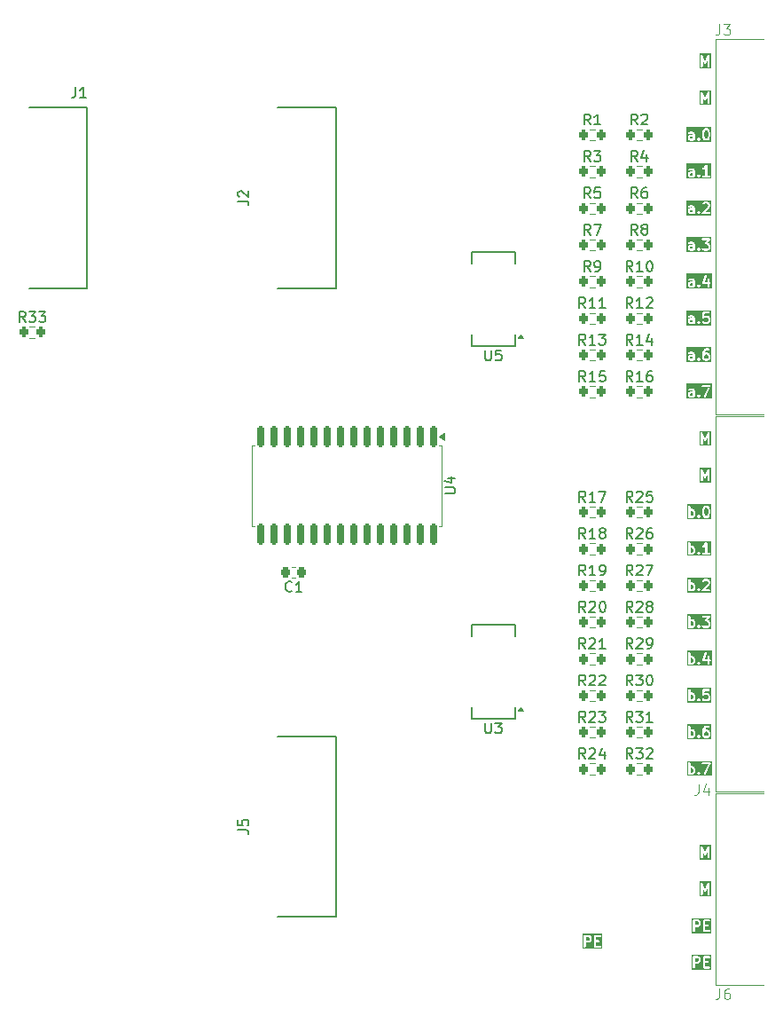
<source format=gbr>
%TF.GenerationSoftware,KiCad,Pcbnew,8.0.7-8.0.7-0~ubuntu24.04.1*%
%TF.CreationDate,2025-01-20T15:15:08+03:00*%
%TF.ProjectId,PM-DI16-sink,504d2d44-4931-4362-9d73-696e6b2e6b69,rev?*%
%TF.SameCoordinates,Original*%
%TF.FileFunction,Legend,Top*%
%TF.FilePolarity,Positive*%
%FSLAX46Y46*%
G04 Gerber Fmt 4.6, Leading zero omitted, Abs format (unit mm)*
G04 Created by KiCad (PCBNEW 8.0.7-8.0.7-0~ubuntu24.04.1) date 2025-01-20 15:15:08*
%MOMM*%
%LPD*%
G01*
G04 APERTURE LIST*
G04 Aperture macros list*
%AMRoundRect*
0 Rectangle with rounded corners*
0 $1 Rounding radius*
0 $2 $3 $4 $5 $6 $7 $8 $9 X,Y pos of 4 corners*
0 Add a 4 corners polygon primitive as box body*
4,1,4,$2,$3,$4,$5,$6,$7,$8,$9,$2,$3,0*
0 Add four circle primitives for the rounded corners*
1,1,$1+$1,$2,$3*
1,1,$1+$1,$4,$5*
1,1,$1+$1,$6,$7*
1,1,$1+$1,$8,$9*
0 Add four rect primitives between the rounded corners*
20,1,$1+$1,$2,$3,$4,$5,0*
20,1,$1+$1,$4,$5,$6,$7,0*
20,1,$1+$1,$6,$7,$8,$9,0*
20,1,$1+$1,$8,$9,$2,$3,0*%
G04 Aperture macros list end*
%ADD10C,0.200000*%
%ADD11C,0.150000*%
%ADD12C,0.100000*%
%ADD13C,0.120000*%
%ADD14C,0.152400*%
%ADD15RoundRect,0.200000X-0.200000X-0.275000X0.200000X-0.275000X0.200000X0.275000X-0.200000X0.275000X0*%
%ADD16R,1.803400X0.635000*%
%ADD17R,2.997200X2.590800*%
%ADD18RoundRect,0.150000X-0.150000X0.875000X-0.150000X-0.875000X0.150000X-0.875000X0.150000X0.875000X0*%
%ADD19R,1.200000X0.400000*%
%ADD20C,3.200000*%
%ADD21RoundRect,0.225000X0.225000X0.250000X-0.225000X0.250000X-0.225000X-0.250000X0.225000X-0.250000X0*%
%ADD22C,2.200000*%
%ADD23O,6.350000X6.350000*%
G04 APERTURE END LIST*
D10*
G36*
X21601755Y14657204D02*
G01*
X21582910Y14647781D01*
X21392029Y14647781D01*
X21347719Y14669936D01*
X21325565Y14714246D01*
X21325565Y14762270D01*
X21347720Y14806580D01*
X21392029Y14828734D01*
X21601755Y14828734D01*
X21601755Y14657204D01*
G37*
G36*
X23023471Y15037024D02*
G01*
X23048140Y15012356D01*
X23077945Y14952746D01*
X23077945Y14761865D01*
X23048140Y14702257D01*
X23023471Y14677587D01*
X22963862Y14647781D01*
X22820600Y14647781D01*
X22760990Y14677586D01*
X22736323Y14702254D01*
X22706517Y14761866D01*
X22706517Y14952746D01*
X22736322Y15012356D01*
X22760990Y15037025D01*
X22820600Y15066829D01*
X22963862Y15066829D01*
X23023471Y15037024D01*
G37*
G36*
X23389056Y14336670D02*
G01*
X21014454Y14336670D01*
X21014454Y14785877D01*
X21125565Y14785877D01*
X21125565Y14690639D01*
X21127486Y14671130D01*
X21128861Y14667810D01*
X21129116Y14664227D01*
X21136122Y14645918D01*
X21183741Y14550679D01*
X21185794Y14547416D01*
X21186308Y14545877D01*
X21187970Y14543961D01*
X21194184Y14534089D01*
X21203655Y14525875D01*
X21211872Y14516400D01*
X21221742Y14510188D01*
X21223660Y14508524D01*
X21225200Y14508011D01*
X21228463Y14505957D01*
X21323700Y14458338D01*
X21342009Y14451332D01*
X21345592Y14451078D01*
X21348913Y14449702D01*
X21368422Y14447781D01*
X21606517Y14447781D01*
X21626026Y14449702D01*
X21629346Y14451078D01*
X21632930Y14451332D01*
X21651238Y14458338D01*
X21655841Y14460640D01*
X21682246Y14449702D01*
X21721264Y14449702D01*
X21757312Y14464634D01*
X21784902Y14492224D01*
X21799834Y14528272D01*
X21801755Y14547781D01*
X21801755Y14614909D01*
X22032248Y14614909D01*
X22032248Y14575891D01*
X22038711Y14560288D01*
X22047180Y14539842D01*
X22047184Y14539838D01*
X22059616Y14524689D01*
X22107235Y14477071D01*
X22122388Y14464634D01*
X22131391Y14460905D01*
X22158437Y14449702D01*
X22197455Y14449702D01*
X22233503Y14464634D01*
X22248657Y14477070D01*
X22296275Y14524689D01*
X22308712Y14539842D01*
X22315464Y14556144D01*
X22323643Y14575890D01*
X22323644Y14614908D01*
X22308713Y14650957D01*
X22296276Y14666110D01*
X22248657Y14713730D01*
X22233504Y14726167D01*
X22211310Y14735360D01*
X22208910Y14736354D01*
X22197455Y14741099D01*
X22158437Y14741099D01*
X22147879Y14736726D01*
X22122389Y14726168D01*
X22122388Y14726167D01*
X22107234Y14713730D01*
X22059616Y14666110D01*
X22047179Y14650957D01*
X22037166Y14626781D01*
X22032248Y14614909D01*
X21801755Y14614909D01*
X21801755Y15071591D01*
X21799834Y15091100D01*
X21798458Y15094421D01*
X21798204Y15098004D01*
X21791198Y15116313D01*
X21789749Y15119210D01*
X22506517Y15119210D01*
X22506517Y14738258D01*
X22508438Y14718749D01*
X22509813Y14715429D01*
X22510068Y14711845D01*
X22517074Y14693537D01*
X22564693Y14598299D01*
X22569976Y14589907D01*
X22570988Y14587463D01*
X22573244Y14584714D01*
X22575136Y14581709D01*
X22577130Y14579980D01*
X22583425Y14572310D01*
X22631043Y14524690D01*
X22638711Y14518397D01*
X22640443Y14516400D01*
X22643451Y14514507D01*
X22646197Y14512253D01*
X22648637Y14511243D01*
X22657034Y14505957D01*
X22752271Y14458338D01*
X22770580Y14451332D01*
X22774163Y14451078D01*
X22777484Y14449702D01*
X22796993Y14447781D01*
X22987469Y14447781D01*
X23006978Y14449702D01*
X23010298Y14451078D01*
X23013882Y14451332D01*
X23032190Y14458338D01*
X23127428Y14505957D01*
X23135823Y14511242D01*
X23138265Y14512253D01*
X23141012Y14514509D01*
X23144018Y14516400D01*
X23145748Y14518395D01*
X23153418Y14524690D01*
X23201037Y14572310D01*
X23207329Y14579977D01*
X23209326Y14581708D01*
X23211219Y14584716D01*
X23213474Y14587463D01*
X23214485Y14589905D01*
X23219769Y14598299D01*
X23267388Y14693536D01*
X23274394Y14711845D01*
X23274648Y14715429D01*
X23276024Y14718749D01*
X23277945Y14738258D01*
X23277945Y14976353D01*
X23276024Y14995862D01*
X23274648Y14999183D01*
X23274394Y15002766D01*
X23267388Y15021075D01*
X23219769Y15116312D01*
X23214483Y15124709D01*
X23213473Y15127149D01*
X23211219Y15129895D01*
X23209326Y15132903D01*
X23207328Y15134636D01*
X23201036Y15142302D01*
X23153418Y15189921D01*
X23145747Y15196216D01*
X23144018Y15198210D01*
X23141010Y15200104D01*
X23138264Y15202357D01*
X23135824Y15203368D01*
X23127428Y15208653D01*
X23032190Y15256272D01*
X23013882Y15263278D01*
X23010298Y15263533D01*
X23006978Y15264908D01*
X22987469Y15266829D01*
X22796993Y15266829D01*
X22777484Y15264908D01*
X22774163Y15263533D01*
X22770580Y15263278D01*
X22752271Y15256272D01*
X22742658Y15251466D01*
X22746949Y15268628D01*
X22827085Y15388833D01*
X22856228Y15417977D01*
X22915838Y15447781D01*
X23082707Y15447781D01*
X23102216Y15449702D01*
X23138264Y15464634D01*
X23165854Y15492224D01*
X23180786Y15528272D01*
X23180786Y15567290D01*
X23165854Y15603338D01*
X23138264Y15630928D01*
X23102216Y15645860D01*
X23082707Y15647781D01*
X22892231Y15647781D01*
X22872722Y15645860D01*
X22869401Y15644485D01*
X22865818Y15644230D01*
X22847509Y15637224D01*
X22752272Y15589605D01*
X22743875Y15584320D01*
X22741435Y15583309D01*
X22738689Y15581056D01*
X22735681Y15579162D01*
X22733948Y15577165D01*
X22726282Y15570872D01*
X22678663Y15523254D01*
X22678618Y15523200D01*
X22678589Y15523180D01*
X22672407Y15515632D01*
X22666227Y15508100D01*
X22666213Y15508068D01*
X22666169Y15508013D01*
X22570931Y15365156D01*
X22565188Y15354387D01*
X22563717Y15352400D01*
X22562879Y15350055D01*
X22561708Y15347858D01*
X22561228Y15345435D01*
X22557122Y15333939D01*
X22509503Y15143464D01*
X22509002Y15140083D01*
X22508438Y15138719D01*
X22507714Y15131369D01*
X22506635Y15124071D01*
X22506852Y15122613D01*
X22506517Y15119210D01*
X21789749Y15119210D01*
X21743579Y15211550D01*
X21741524Y15214814D01*
X21741012Y15216352D01*
X21739350Y15218268D01*
X21733136Y15228141D01*
X21723660Y15236359D01*
X21715447Y15245829D01*
X21705575Y15252043D01*
X21703659Y15253705D01*
X21702120Y15254219D01*
X21698857Y15256272D01*
X21603619Y15303891D01*
X21585311Y15310897D01*
X21581727Y15311152D01*
X21578407Y15312527D01*
X21558898Y15314448D01*
X21368422Y15314448D01*
X21348913Y15312527D01*
X21345592Y15311152D01*
X21342009Y15310897D01*
X21323700Y15303891D01*
X21228463Y15256272D01*
X21211872Y15245829D01*
X21186308Y15216352D01*
X21173969Y15179336D01*
X21176735Y15140416D01*
X21194184Y15105517D01*
X21223661Y15079953D01*
X21260677Y15067614D01*
X21299597Y15070380D01*
X21317905Y15077386D01*
X21392029Y15114448D01*
X21535291Y15114448D01*
X21579600Y15092293D01*
X21601755Y15047984D01*
X21601755Y15038157D01*
X21582910Y15028734D01*
X21368422Y15028734D01*
X21348913Y15026813D01*
X21345592Y15025438D01*
X21342009Y15025183D01*
X21323700Y15018177D01*
X21228463Y14970558D01*
X21225199Y14968504D01*
X21223661Y14967991D01*
X21221745Y14966330D01*
X21211872Y14960115D01*
X21203654Y14950640D01*
X21194184Y14942426D01*
X21187970Y14932555D01*
X21186308Y14930638D01*
X21185794Y14929100D01*
X21183741Y14925836D01*
X21136122Y14830598D01*
X21129116Y14812290D01*
X21128861Y14808707D01*
X21127486Y14805386D01*
X21125565Y14785877D01*
X21014454Y14785877D01*
X21014454Y15758892D01*
X23389056Y15758892D01*
X23389056Y14336670D01*
G37*
G36*
X21594900Y-24415357D02*
G01*
X21619569Y-24440025D01*
X21649374Y-24499635D01*
X21649374Y-24738135D01*
X21619569Y-24797743D01*
X21594900Y-24822413D01*
X21535291Y-24852219D01*
X21392029Y-24852219D01*
X21373184Y-24842796D01*
X21373184Y-24394974D01*
X21392029Y-24385552D01*
X21535291Y-24385552D01*
X21594900Y-24415357D01*
G37*
G36*
X23434984Y-25163330D02*
G01*
X21062073Y-25163330D01*
X21062073Y-23952219D01*
X21173184Y-23952219D01*
X21173184Y-24952219D01*
X21175105Y-24971728D01*
X21190037Y-25007776D01*
X21217627Y-25035366D01*
X21253675Y-25050298D01*
X21292693Y-25050298D01*
X21319097Y-25039360D01*
X21323700Y-25041662D01*
X21342009Y-25048668D01*
X21345592Y-25048922D01*
X21348913Y-25050298D01*
X21368422Y-25052219D01*
X21558898Y-25052219D01*
X21578407Y-25050298D01*
X21581727Y-25048922D01*
X21585311Y-25048668D01*
X21603619Y-25041662D01*
X21698857Y-24994043D01*
X21707252Y-24988758D01*
X21709694Y-24987747D01*
X21712441Y-24985491D01*
X21715447Y-24983600D01*
X21717177Y-24981605D01*
X21724847Y-24975310D01*
X21772466Y-24927690D01*
X21778758Y-24920023D01*
X21780755Y-24918292D01*
X21782648Y-24915284D01*
X21784903Y-24912537D01*
X21785914Y-24910095D01*
X21791198Y-24901701D01*
X21799503Y-24885091D01*
X22032248Y-24885091D01*
X22032248Y-24924109D01*
X22038711Y-24939712D01*
X22047180Y-24960158D01*
X22047184Y-24960162D01*
X22059616Y-24975311D01*
X22107235Y-25022929D01*
X22122388Y-25035366D01*
X22131391Y-25039095D01*
X22158437Y-25050298D01*
X22197455Y-25050298D01*
X22233503Y-25035366D01*
X22248657Y-25022930D01*
X22296275Y-24975311D01*
X22308712Y-24960158D01*
X22315464Y-24943856D01*
X22323643Y-24924110D01*
X22323644Y-24885092D01*
X22308713Y-24849043D01*
X22296276Y-24833890D01*
X22248657Y-24786270D01*
X22233504Y-24773833D01*
X22218572Y-24767648D01*
X22197455Y-24758901D01*
X22158437Y-24758901D01*
X22147879Y-24763274D01*
X22122389Y-24773832D01*
X22122388Y-24773833D01*
X22107234Y-24786270D01*
X22059616Y-24833890D01*
X22047179Y-24849043D01*
X22037166Y-24873219D01*
X22032248Y-24885091D01*
X21799503Y-24885091D01*
X21838817Y-24806464D01*
X21845823Y-24788155D01*
X21846077Y-24784571D01*
X21847453Y-24781251D01*
X21849374Y-24761742D01*
X21849374Y-24476028D01*
X21847453Y-24456519D01*
X21846077Y-24453198D01*
X21845823Y-24449615D01*
X21838817Y-24431306D01*
X21791198Y-24336069D01*
X21785912Y-24327672D01*
X21784902Y-24325232D01*
X21782648Y-24322486D01*
X21780755Y-24319478D01*
X21778757Y-24317745D01*
X21772465Y-24310079D01*
X21724847Y-24262460D01*
X21717176Y-24256165D01*
X21715447Y-24254171D01*
X21712439Y-24252277D01*
X21709693Y-24250024D01*
X21707253Y-24249013D01*
X21698857Y-24243728D01*
X21603619Y-24196109D01*
X21585311Y-24189103D01*
X21581727Y-24188848D01*
X21578407Y-24187473D01*
X21558898Y-24185552D01*
X21373184Y-24185552D01*
X21373184Y-23952219D01*
X21371263Y-23932710D01*
X22460819Y-23932710D01*
X22460819Y-23971728D01*
X22475751Y-24007776D01*
X22503341Y-24035366D01*
X22539389Y-24050298D01*
X22558898Y-24052219D01*
X23073910Y-24052219D01*
X22705078Y-24912827D01*
X22699159Y-24931515D01*
X22698684Y-24970531D01*
X22713175Y-25006758D01*
X22740426Y-25034683D01*
X22776289Y-25050053D01*
X22815305Y-25050528D01*
X22851532Y-25036037D01*
X22879457Y-25008786D01*
X22888908Y-24991611D01*
X23317478Y-23991611D01*
X23323398Y-23972923D01*
X23323405Y-23972301D01*
X23323643Y-23971728D01*
X23323643Y-23952799D01*
X23323873Y-23933908D01*
X23323643Y-23933332D01*
X23323643Y-23932710D01*
X23316389Y-23915199D01*
X23309382Y-23897680D01*
X23308948Y-23897236D01*
X23308711Y-23896662D01*
X23295331Y-23883282D01*
X23282131Y-23869756D01*
X23281560Y-23869511D01*
X23281121Y-23869072D01*
X23263604Y-23861816D01*
X23246267Y-23854386D01*
X23245648Y-23854378D01*
X23245073Y-23854140D01*
X23225564Y-23852219D01*
X22558898Y-23852219D01*
X22539389Y-23854140D01*
X22503341Y-23869072D01*
X22475751Y-23896662D01*
X22460819Y-23932710D01*
X21371263Y-23932710D01*
X21356331Y-23896662D01*
X21328741Y-23869072D01*
X21292693Y-23854140D01*
X21253675Y-23854140D01*
X21217627Y-23869072D01*
X21190037Y-23896662D01*
X21175105Y-23932710D01*
X21173184Y-23952219D01*
X21062073Y-23952219D01*
X21062073Y-23741108D01*
X23434984Y-23741108D01*
X23434984Y-25163330D01*
G37*
G36*
X23341437Y-36661409D02*
G01*
X22252549Y-36661409D01*
X22252549Y-35452219D01*
X22363660Y-35452219D01*
X22363660Y-36452219D01*
X22365581Y-36471728D01*
X22380513Y-36507776D01*
X22408103Y-36535366D01*
X22444151Y-36550298D01*
X22483169Y-36550298D01*
X22519217Y-36535366D01*
X22546807Y-36507776D01*
X22561739Y-36471728D01*
X22563660Y-36452219D01*
X22563660Y-35902975D01*
X22706375Y-36208793D01*
X22710607Y-36215938D01*
X22711487Y-36218356D01*
X22713052Y-36220065D01*
X22716366Y-36225659D01*
X22727576Y-36235925D01*
X22737838Y-36247131D01*
X22741863Y-36249009D01*
X22745141Y-36252011D01*
X22759423Y-36257204D01*
X22773196Y-36263632D01*
X22777635Y-36263827D01*
X22781810Y-36265345D01*
X22796993Y-36264677D01*
X22812176Y-36265345D01*
X22816349Y-36263827D01*
X22820791Y-36263632D01*
X22834575Y-36257199D01*
X22848845Y-36252010D01*
X22852118Y-36249012D01*
X22856148Y-36247132D01*
X22866417Y-36235917D01*
X22877620Y-36225659D01*
X22880931Y-36220068D01*
X22882500Y-36218356D01*
X22883380Y-36215934D01*
X22887611Y-36208793D01*
X23030326Y-35902974D01*
X23030326Y-36452219D01*
X23032247Y-36471728D01*
X23047179Y-36507776D01*
X23074769Y-36535366D01*
X23110817Y-36550298D01*
X23149835Y-36550298D01*
X23185883Y-36535366D01*
X23213473Y-36507776D01*
X23228405Y-36471728D01*
X23230326Y-36452219D01*
X23230326Y-35452219D01*
X23229063Y-35439395D01*
X23229167Y-35437036D01*
X23228706Y-35435768D01*
X23228405Y-35432710D01*
X23221764Y-35416679D01*
X23215833Y-35400367D01*
X23214326Y-35398721D01*
X23213473Y-35396662D01*
X23201211Y-35384400D01*
X23189481Y-35371591D01*
X23187457Y-35370646D01*
X23185883Y-35369072D01*
X23169867Y-35362437D01*
X23154124Y-35355091D01*
X23151894Y-35354993D01*
X23149835Y-35354140D01*
X23132483Y-35354140D01*
X23115143Y-35353378D01*
X23113047Y-35354140D01*
X23110817Y-35354140D01*
X23094786Y-35360780D01*
X23078474Y-35366712D01*
X23076828Y-35368218D01*
X23074769Y-35369072D01*
X23062501Y-35381339D01*
X23049699Y-35393064D01*
X23048132Y-35395708D01*
X23047179Y-35396662D01*
X23046275Y-35398843D01*
X23039708Y-35409930D01*
X22796992Y-35930033D01*
X22554278Y-35409930D01*
X22547710Y-35398843D01*
X22546807Y-35396662D01*
X22545853Y-35395708D01*
X22544287Y-35393064D01*
X22531490Y-35381345D01*
X22519217Y-35369072D01*
X22517155Y-35368218D01*
X22515512Y-35366713D01*
X22499210Y-35360784D01*
X22483169Y-35354140D01*
X22480938Y-35354140D01*
X22478843Y-35353378D01*
X22461503Y-35354140D01*
X22444151Y-35354140D01*
X22442091Y-35354993D01*
X22439863Y-35355091D01*
X22424132Y-35362432D01*
X22408103Y-35369072D01*
X22406526Y-35370648D01*
X22404505Y-35371592D01*
X22392786Y-35384388D01*
X22380513Y-35396662D01*
X22379659Y-35398723D01*
X22378154Y-35400367D01*
X22372225Y-35416668D01*
X22365581Y-35432710D01*
X22365279Y-35435768D01*
X22364819Y-35437036D01*
X22364922Y-35439395D01*
X22363660Y-35452219D01*
X22252549Y-35452219D01*
X22252549Y-35242267D01*
X23341437Y-35242267D01*
X23341437Y-36661409D01*
G37*
G36*
X21594900Y-10415357D02*
G01*
X21619569Y-10440025D01*
X21649374Y-10499635D01*
X21649374Y-10738135D01*
X21619569Y-10797743D01*
X21594900Y-10822413D01*
X21535291Y-10852219D01*
X21392029Y-10852219D01*
X21373184Y-10842796D01*
X21373184Y-10394974D01*
X21392029Y-10385552D01*
X21535291Y-10385552D01*
X21594900Y-10415357D01*
G37*
G36*
X23389056Y-11163330D02*
G01*
X21062073Y-11163330D01*
X21062073Y-9952219D01*
X21173184Y-9952219D01*
X21173184Y-10952219D01*
X21175105Y-10971728D01*
X21190037Y-11007776D01*
X21217627Y-11035366D01*
X21253675Y-11050298D01*
X21292693Y-11050298D01*
X21319097Y-11039360D01*
X21323700Y-11041662D01*
X21342009Y-11048668D01*
X21345592Y-11048922D01*
X21348913Y-11050298D01*
X21368422Y-11052219D01*
X21558898Y-11052219D01*
X21578407Y-11050298D01*
X21581727Y-11048922D01*
X21585311Y-11048668D01*
X21603619Y-11041662D01*
X21698857Y-10994043D01*
X21707252Y-10988758D01*
X21709694Y-10987747D01*
X21712441Y-10985491D01*
X21715447Y-10983600D01*
X21717177Y-10981605D01*
X21724847Y-10975310D01*
X21772466Y-10927690D01*
X21778758Y-10920023D01*
X21780755Y-10918292D01*
X21782648Y-10915284D01*
X21784903Y-10912537D01*
X21785914Y-10910095D01*
X21791198Y-10901701D01*
X21799503Y-10885091D01*
X22032248Y-10885091D01*
X22032248Y-10924109D01*
X22038711Y-10939712D01*
X22047180Y-10960158D01*
X22047184Y-10960162D01*
X22059616Y-10975311D01*
X22107235Y-11022929D01*
X22122388Y-11035366D01*
X22131391Y-11039095D01*
X22158437Y-11050298D01*
X22197455Y-11050298D01*
X22233503Y-11035366D01*
X22248657Y-11022930D01*
X22296275Y-10975311D01*
X22308712Y-10960158D01*
X22315464Y-10943856D01*
X22323643Y-10924110D01*
X22323644Y-10885092D01*
X22308713Y-10849043D01*
X22296276Y-10833890D01*
X22248657Y-10786270D01*
X22233504Y-10773833D01*
X22218572Y-10767648D01*
X22197455Y-10758901D01*
X22158437Y-10758901D01*
X22147879Y-10763274D01*
X22122389Y-10773832D01*
X22122388Y-10773833D01*
X22107234Y-10786270D01*
X22059616Y-10833890D01*
X22047179Y-10849043D01*
X22037166Y-10873219D01*
X22032248Y-10885091D01*
X21799503Y-10885091D01*
X21838817Y-10806464D01*
X21845823Y-10788155D01*
X21846077Y-10784571D01*
X21847453Y-10781251D01*
X21849374Y-10761742D01*
X21849374Y-10476028D01*
X21847453Y-10456519D01*
X21846077Y-10453198D01*
X21845823Y-10449615D01*
X21838817Y-10431306D01*
X21791198Y-10336069D01*
X21785912Y-10327672D01*
X21784902Y-10325232D01*
X21782648Y-10322486D01*
X21780755Y-10319478D01*
X21778757Y-10317745D01*
X21772465Y-10310079D01*
X21724847Y-10262460D01*
X21717176Y-10256165D01*
X21715447Y-10254171D01*
X21712439Y-10252277D01*
X21709693Y-10250024D01*
X21707253Y-10249013D01*
X21698857Y-10243728D01*
X21603619Y-10196109D01*
X21585311Y-10189103D01*
X21581727Y-10188848D01*
X21578407Y-10187473D01*
X21558898Y-10185552D01*
X21373184Y-10185552D01*
X21373184Y-9952219D01*
X21371263Y-9932710D01*
X22460819Y-9932710D01*
X22460819Y-9971728D01*
X22475751Y-10007776D01*
X22503341Y-10035366D01*
X22539389Y-10050298D01*
X22558898Y-10052219D01*
X22957568Y-10052219D01*
X22769354Y-10267321D01*
X22763324Y-10275754D01*
X22761465Y-10277614D01*
X22760734Y-10279377D01*
X22757953Y-10283268D01*
X22752748Y-10298656D01*
X22746533Y-10313662D01*
X22746533Y-10317035D01*
X22745453Y-10320229D01*
X22746533Y-10336431D01*
X22746533Y-10352680D01*
X22747823Y-10355795D01*
X22748048Y-10359161D01*
X22755248Y-10373721D01*
X22761465Y-10388728D01*
X22763849Y-10391112D01*
X22765345Y-10394136D01*
X22777570Y-10404833D01*
X22789055Y-10416318D01*
X22792169Y-10417608D01*
X22794709Y-10419830D01*
X22810097Y-10425034D01*
X22825103Y-10431250D01*
X22829862Y-10431718D01*
X22831670Y-10432330D01*
X22834294Y-10432155D01*
X22844612Y-10433171D01*
X22963862Y-10433171D01*
X23023471Y-10462976D01*
X23048140Y-10487644D01*
X23077945Y-10547254D01*
X23077945Y-10738135D01*
X23048140Y-10797743D01*
X23023471Y-10822413D01*
X22963862Y-10852219D01*
X22725362Y-10852219D01*
X22665752Y-10822414D01*
X22629609Y-10786270D01*
X22614456Y-10773833D01*
X22578408Y-10758902D01*
X22539390Y-10758901D01*
X22503341Y-10773832D01*
X22475751Y-10801422D01*
X22460820Y-10837470D01*
X22460819Y-10876488D01*
X22475750Y-10912537D01*
X22488187Y-10927690D01*
X22535805Y-10975310D01*
X22543473Y-10981603D01*
X22545205Y-10983600D01*
X22548213Y-10985493D01*
X22550959Y-10987747D01*
X22553399Y-10988757D01*
X22561796Y-10994043D01*
X22657033Y-11041662D01*
X22675342Y-11048668D01*
X22678925Y-11048922D01*
X22682246Y-11050298D01*
X22701755Y-11052219D01*
X22987469Y-11052219D01*
X23006978Y-11050298D01*
X23010298Y-11048922D01*
X23013882Y-11048668D01*
X23032190Y-11041662D01*
X23127428Y-10994043D01*
X23135823Y-10988758D01*
X23138265Y-10987747D01*
X23141012Y-10985491D01*
X23144018Y-10983600D01*
X23145748Y-10981605D01*
X23153418Y-10975310D01*
X23201037Y-10927690D01*
X23207329Y-10920023D01*
X23209326Y-10918292D01*
X23211219Y-10915284D01*
X23213474Y-10912537D01*
X23214485Y-10910095D01*
X23219769Y-10901701D01*
X23267388Y-10806464D01*
X23274394Y-10788155D01*
X23274648Y-10784571D01*
X23276024Y-10781251D01*
X23277945Y-10761742D01*
X23277945Y-10523647D01*
X23276024Y-10504138D01*
X23274648Y-10500817D01*
X23274394Y-10497234D01*
X23267388Y-10478925D01*
X23219769Y-10383688D01*
X23214483Y-10375291D01*
X23213473Y-10372851D01*
X23211219Y-10370105D01*
X23209326Y-10367097D01*
X23207328Y-10365364D01*
X23201036Y-10357698D01*
X23153418Y-10310079D01*
X23145747Y-10303784D01*
X23144018Y-10301790D01*
X23141010Y-10299896D01*
X23138264Y-10297643D01*
X23135824Y-10296632D01*
X23127428Y-10291347D01*
X23048580Y-10251923D01*
X23253203Y-10018069D01*
X23259232Y-10009635D01*
X23261092Y-10007776D01*
X23261822Y-10006012D01*
X23264604Y-10002122D01*
X23269808Y-9986733D01*
X23276024Y-9971728D01*
X23276024Y-9968354D01*
X23277104Y-9965161D01*
X23276024Y-9948958D01*
X23276024Y-9932710D01*
X23274733Y-9929594D01*
X23274509Y-9926229D01*
X23267306Y-9911663D01*
X23261092Y-9896662D01*
X23258708Y-9894278D01*
X23257213Y-9891254D01*
X23244979Y-9880549D01*
X23233502Y-9869072D01*
X23230388Y-9867782D01*
X23227849Y-9865560D01*
X23212457Y-9860354D01*
X23197454Y-9854140D01*
X23192694Y-9853671D01*
X23190887Y-9853060D01*
X23188262Y-9853234D01*
X23177945Y-9852219D01*
X22558898Y-9852219D01*
X22539389Y-9854140D01*
X22503341Y-9869072D01*
X22475751Y-9896662D01*
X22460819Y-9932710D01*
X21371263Y-9932710D01*
X21356331Y-9896662D01*
X21328741Y-9869072D01*
X21292693Y-9854140D01*
X21253675Y-9854140D01*
X21217627Y-9869072D01*
X21190037Y-9896662D01*
X21175105Y-9932710D01*
X21173184Y-9952219D01*
X21062073Y-9952219D01*
X21062073Y-9741108D01*
X23389056Y-9741108D01*
X23389056Y-11163330D01*
G37*
G36*
X23341437Y38838591D02*
G01*
X22252549Y38838591D01*
X22252549Y40047781D01*
X22363660Y40047781D01*
X22363660Y39047781D01*
X22365581Y39028272D01*
X22380513Y38992224D01*
X22408103Y38964634D01*
X22444151Y38949702D01*
X22483169Y38949702D01*
X22519217Y38964634D01*
X22546807Y38992224D01*
X22561739Y39028272D01*
X22563660Y39047781D01*
X22563660Y39597025D01*
X22706375Y39291207D01*
X22710607Y39284062D01*
X22711487Y39281644D01*
X22713052Y39279935D01*
X22716366Y39274341D01*
X22727576Y39264075D01*
X22737838Y39252869D01*
X22741863Y39250991D01*
X22745141Y39247989D01*
X22759423Y39242796D01*
X22773196Y39236368D01*
X22777635Y39236173D01*
X22781810Y39234655D01*
X22796993Y39235323D01*
X22812176Y39234655D01*
X22816349Y39236173D01*
X22820791Y39236368D01*
X22834575Y39242801D01*
X22848845Y39247990D01*
X22852118Y39250988D01*
X22856148Y39252868D01*
X22866417Y39264083D01*
X22877620Y39274341D01*
X22880931Y39279932D01*
X22882500Y39281644D01*
X22883380Y39284066D01*
X22887611Y39291207D01*
X23030326Y39597026D01*
X23030326Y39047781D01*
X23032247Y39028272D01*
X23047179Y38992224D01*
X23074769Y38964634D01*
X23110817Y38949702D01*
X23149835Y38949702D01*
X23185883Y38964634D01*
X23213473Y38992224D01*
X23228405Y39028272D01*
X23230326Y39047781D01*
X23230326Y40047781D01*
X23229063Y40060605D01*
X23229167Y40062964D01*
X23228706Y40064232D01*
X23228405Y40067290D01*
X23221764Y40083321D01*
X23215833Y40099633D01*
X23214326Y40101279D01*
X23213473Y40103338D01*
X23201211Y40115600D01*
X23189481Y40128409D01*
X23187457Y40129354D01*
X23185883Y40130928D01*
X23169867Y40137563D01*
X23154124Y40144909D01*
X23151894Y40145007D01*
X23149835Y40145860D01*
X23132483Y40145860D01*
X23115143Y40146622D01*
X23113047Y40145860D01*
X23110817Y40145860D01*
X23094786Y40139220D01*
X23078474Y40133288D01*
X23076828Y40131782D01*
X23074769Y40130928D01*
X23062501Y40118661D01*
X23049699Y40106936D01*
X23048132Y40104292D01*
X23047179Y40103338D01*
X23046275Y40101157D01*
X23039708Y40090070D01*
X22796992Y39569967D01*
X22554278Y40090070D01*
X22547710Y40101157D01*
X22546807Y40103338D01*
X22545853Y40104292D01*
X22544287Y40106936D01*
X22531490Y40118655D01*
X22519217Y40130928D01*
X22517155Y40131782D01*
X22515512Y40133287D01*
X22499210Y40139216D01*
X22483169Y40145860D01*
X22480938Y40145860D01*
X22478843Y40146622D01*
X22461503Y40145860D01*
X22444151Y40145860D01*
X22442091Y40145007D01*
X22439863Y40144909D01*
X22424132Y40137568D01*
X22408103Y40130928D01*
X22406526Y40129352D01*
X22404505Y40128408D01*
X22392786Y40115612D01*
X22380513Y40103338D01*
X22379659Y40101277D01*
X22378154Y40099633D01*
X22372225Y40083332D01*
X22365581Y40067290D01*
X22365279Y40064232D01*
X22364819Y40062964D01*
X22364922Y40060605D01*
X22363660Y40047781D01*
X22252549Y40047781D01*
X22252549Y40257733D01*
X23341437Y40257733D01*
X23341437Y38838591D01*
G37*
G36*
X21601755Y18157204D02*
G01*
X21582910Y18147781D01*
X21392029Y18147781D01*
X21347719Y18169936D01*
X21325565Y18214246D01*
X21325565Y18262270D01*
X21347720Y18306580D01*
X21392029Y18328734D01*
X21601755Y18328734D01*
X21601755Y18157204D01*
G37*
G36*
X23389056Y17836670D02*
G01*
X21014454Y17836670D01*
X21014454Y18285877D01*
X21125565Y18285877D01*
X21125565Y18190639D01*
X21127486Y18171130D01*
X21128861Y18167810D01*
X21129116Y18164227D01*
X21136122Y18145918D01*
X21183741Y18050679D01*
X21185794Y18047416D01*
X21186308Y18045877D01*
X21187970Y18043961D01*
X21194184Y18034089D01*
X21203655Y18025875D01*
X21211872Y18016400D01*
X21221742Y18010188D01*
X21223660Y18008524D01*
X21225200Y18008011D01*
X21228463Y18005957D01*
X21323700Y17958338D01*
X21342009Y17951332D01*
X21345592Y17951078D01*
X21348913Y17949702D01*
X21368422Y17947781D01*
X21606517Y17947781D01*
X21626026Y17949702D01*
X21629346Y17951078D01*
X21632930Y17951332D01*
X21651238Y17958338D01*
X21655841Y17960640D01*
X21682246Y17949702D01*
X21721264Y17949702D01*
X21757312Y17964634D01*
X21784902Y17992224D01*
X21799834Y18028272D01*
X21801755Y18047781D01*
X21801755Y18114909D01*
X22032248Y18114909D01*
X22032248Y18075891D01*
X22038711Y18060288D01*
X22047180Y18039842D01*
X22047184Y18039838D01*
X22059616Y18024689D01*
X22107235Y17977071D01*
X22122388Y17964634D01*
X22131391Y17960905D01*
X22158437Y17949702D01*
X22197455Y17949702D01*
X22233503Y17964634D01*
X22248657Y17977070D01*
X22296275Y18024689D01*
X22308712Y18039842D01*
X22315464Y18056144D01*
X22323643Y18075890D01*
X22323644Y18114908D01*
X22308713Y18150957D01*
X22296276Y18166110D01*
X22248657Y18213730D01*
X22233504Y18226167D01*
X22211310Y18235360D01*
X22208910Y18236354D01*
X22197455Y18241099D01*
X22158437Y18241099D01*
X22147879Y18236726D01*
X22122389Y18226168D01*
X22122388Y18226167D01*
X22107234Y18213730D01*
X22059616Y18166110D01*
X22047179Y18150957D01*
X22037166Y18126781D01*
X22032248Y18114909D01*
X21801755Y18114909D01*
X21801755Y18561938D01*
X22506984Y18561938D01*
X22508438Y18557120D01*
X22508438Y18552082D01*
X22514034Y18538573D01*
X22518255Y18524583D01*
X22521442Y18520687D01*
X22523370Y18516034D01*
X22533706Y18505698D01*
X22542962Y18494385D01*
X22547399Y18492005D01*
X22550960Y18488444D01*
X22564465Y18482850D01*
X22577346Y18475940D01*
X22582355Y18475440D01*
X22587008Y18473512D01*
X22601629Y18473512D01*
X22616170Y18472058D01*
X22620989Y18473512D01*
X22626026Y18473512D01*
X22639535Y18479109D01*
X22653525Y18483329D01*
X22657421Y18486517D01*
X22662074Y18488444D01*
X22677228Y18500880D01*
X22713371Y18537025D01*
X22772981Y18566829D01*
X22963862Y18566829D01*
X23023471Y18537024D01*
X23048140Y18512356D01*
X23077945Y18452746D01*
X23077945Y18261865D01*
X23048140Y18202257D01*
X23023471Y18177587D01*
X22963862Y18147781D01*
X22772981Y18147781D01*
X22713371Y18177586D01*
X22677228Y18213730D01*
X22662075Y18226167D01*
X22626027Y18241098D01*
X22587009Y18241099D01*
X22550960Y18226168D01*
X22523370Y18198578D01*
X22508439Y18162530D01*
X22508438Y18123512D01*
X22523369Y18087463D01*
X22535806Y18072310D01*
X22583424Y18024690D01*
X22591092Y18018397D01*
X22592824Y18016400D01*
X22595832Y18014507D01*
X22598578Y18012253D01*
X22601018Y18011243D01*
X22609415Y18005957D01*
X22704652Y17958338D01*
X22722961Y17951332D01*
X22726544Y17951078D01*
X22729865Y17949702D01*
X22749374Y17947781D01*
X22987469Y17947781D01*
X23006978Y17949702D01*
X23010298Y17951078D01*
X23013882Y17951332D01*
X23032190Y17958338D01*
X23127428Y18005957D01*
X23135823Y18011242D01*
X23138265Y18012253D01*
X23141012Y18014509D01*
X23144018Y18016400D01*
X23145748Y18018395D01*
X23153418Y18024690D01*
X23201037Y18072310D01*
X23207329Y18079977D01*
X23209326Y18081708D01*
X23211219Y18084716D01*
X23213474Y18087463D01*
X23214485Y18089905D01*
X23219769Y18098299D01*
X23267388Y18193536D01*
X23274394Y18211845D01*
X23274648Y18215429D01*
X23276024Y18218749D01*
X23277945Y18238258D01*
X23277945Y18476353D01*
X23276024Y18495862D01*
X23274648Y18499183D01*
X23274394Y18502766D01*
X23267388Y18521075D01*
X23219769Y18616312D01*
X23214483Y18624709D01*
X23213473Y18627149D01*
X23211219Y18629895D01*
X23209326Y18632903D01*
X23207328Y18634636D01*
X23201036Y18642302D01*
X23153418Y18689921D01*
X23145747Y18696216D01*
X23144018Y18698210D01*
X23141010Y18700104D01*
X23138264Y18702357D01*
X23135824Y18703368D01*
X23127428Y18708653D01*
X23032190Y18756272D01*
X23013882Y18763278D01*
X23010298Y18763533D01*
X23006978Y18764908D01*
X22987469Y18766829D01*
X22749374Y18766829D01*
X22729865Y18764908D01*
X22726544Y18763533D01*
X22726207Y18763509D01*
X22744635Y18947781D01*
X23130326Y18947781D01*
X23149835Y18949702D01*
X23185883Y18964634D01*
X23213473Y18992224D01*
X23228405Y19028272D01*
X23228405Y19067290D01*
X23213473Y19103338D01*
X23185883Y19130928D01*
X23149835Y19145860D01*
X23130326Y19147781D01*
X22654136Y19147781D01*
X22646919Y19147071D01*
X22644483Y19147314D01*
X22642104Y19146597D01*
X22634627Y19145860D01*
X22621117Y19140264D01*
X22607128Y19136043D01*
X22603231Y19132856D01*
X22598579Y19130928D01*
X22588242Y19120592D01*
X22576930Y19111336D01*
X22574549Y19106899D01*
X22570989Y19103338D01*
X22565394Y19089833D01*
X22558485Y19076952D01*
X22557008Y19069588D01*
X22556057Y19067290D01*
X22556057Y19064840D01*
X22554632Y19057731D01*
X22507013Y18581541D01*
X22506984Y18561938D01*
X21801755Y18561938D01*
X21801755Y18571591D01*
X21799834Y18591100D01*
X21798458Y18594421D01*
X21798204Y18598004D01*
X21791198Y18616313D01*
X21743579Y18711550D01*
X21741524Y18714814D01*
X21741012Y18716352D01*
X21739350Y18718268D01*
X21733136Y18728141D01*
X21723660Y18736359D01*
X21715447Y18745829D01*
X21705575Y18752043D01*
X21703659Y18753705D01*
X21702120Y18754219D01*
X21698857Y18756272D01*
X21603619Y18803891D01*
X21585311Y18810897D01*
X21581727Y18811152D01*
X21578407Y18812527D01*
X21558898Y18814448D01*
X21368422Y18814448D01*
X21348913Y18812527D01*
X21345592Y18811152D01*
X21342009Y18810897D01*
X21323700Y18803891D01*
X21228463Y18756272D01*
X21211872Y18745829D01*
X21186308Y18716352D01*
X21173969Y18679336D01*
X21176735Y18640416D01*
X21194184Y18605517D01*
X21223661Y18579953D01*
X21260677Y18567614D01*
X21299597Y18570380D01*
X21317905Y18577386D01*
X21392029Y18614448D01*
X21535291Y18614448D01*
X21579600Y18592293D01*
X21601755Y18547984D01*
X21601755Y18538157D01*
X21582910Y18528734D01*
X21368422Y18528734D01*
X21348913Y18526813D01*
X21345592Y18525438D01*
X21342009Y18525183D01*
X21323700Y18518177D01*
X21228463Y18470558D01*
X21225199Y18468504D01*
X21223661Y18467991D01*
X21221745Y18466330D01*
X21211872Y18460115D01*
X21203654Y18450640D01*
X21194184Y18442426D01*
X21187970Y18432555D01*
X21186308Y18430638D01*
X21185794Y18429100D01*
X21183741Y18425836D01*
X21136122Y18330598D01*
X21129116Y18312290D01*
X21128861Y18308707D01*
X21127486Y18305386D01*
X21125565Y18285877D01*
X21014454Y18285877D01*
X21014454Y19258892D01*
X23389056Y19258892D01*
X23389056Y17836670D01*
G37*
G36*
X21594900Y-20915357D02*
G01*
X21619569Y-20940025D01*
X21649374Y-20999635D01*
X21649374Y-21238135D01*
X21619569Y-21297743D01*
X21594900Y-21322413D01*
X21535291Y-21352219D01*
X21392029Y-21352219D01*
X21373184Y-21342796D01*
X21373184Y-20894974D01*
X21392029Y-20885552D01*
X21535291Y-20885552D01*
X21594900Y-20915357D01*
G37*
G36*
X23023471Y-20962976D02*
G01*
X23048140Y-20987644D01*
X23077945Y-21047254D01*
X23077945Y-21238135D01*
X23048140Y-21297743D01*
X23023471Y-21322413D01*
X22963862Y-21352219D01*
X22820600Y-21352219D01*
X22760990Y-21322414D01*
X22736323Y-21297746D01*
X22706517Y-21238134D01*
X22706517Y-21047254D01*
X22736322Y-20987644D01*
X22760990Y-20962975D01*
X22820600Y-20933171D01*
X22963862Y-20933171D01*
X23023471Y-20962976D01*
G37*
G36*
X23389056Y-21663330D02*
G01*
X21062073Y-21663330D01*
X21062073Y-20452219D01*
X21173184Y-20452219D01*
X21173184Y-21452219D01*
X21175105Y-21471728D01*
X21190037Y-21507776D01*
X21217627Y-21535366D01*
X21253675Y-21550298D01*
X21292693Y-21550298D01*
X21319097Y-21539360D01*
X21323700Y-21541662D01*
X21342009Y-21548668D01*
X21345592Y-21548922D01*
X21348913Y-21550298D01*
X21368422Y-21552219D01*
X21558898Y-21552219D01*
X21578407Y-21550298D01*
X21581727Y-21548922D01*
X21585311Y-21548668D01*
X21603619Y-21541662D01*
X21698857Y-21494043D01*
X21707252Y-21488758D01*
X21709694Y-21487747D01*
X21712441Y-21485491D01*
X21715447Y-21483600D01*
X21717177Y-21481605D01*
X21724847Y-21475310D01*
X21772466Y-21427690D01*
X21778758Y-21420023D01*
X21780755Y-21418292D01*
X21782648Y-21415284D01*
X21784903Y-21412537D01*
X21785914Y-21410095D01*
X21791198Y-21401701D01*
X21799503Y-21385091D01*
X22032248Y-21385091D01*
X22032248Y-21424109D01*
X22038711Y-21439712D01*
X22047180Y-21460158D01*
X22047184Y-21460162D01*
X22059616Y-21475311D01*
X22107235Y-21522929D01*
X22122388Y-21535366D01*
X22131391Y-21539095D01*
X22158437Y-21550298D01*
X22197455Y-21550298D01*
X22233503Y-21535366D01*
X22248657Y-21522930D01*
X22296275Y-21475311D01*
X22308712Y-21460158D01*
X22315464Y-21443856D01*
X22323643Y-21424110D01*
X22323644Y-21385092D01*
X22308713Y-21349043D01*
X22296276Y-21333890D01*
X22248657Y-21286270D01*
X22233504Y-21273833D01*
X22218572Y-21267648D01*
X22197455Y-21258901D01*
X22158437Y-21258901D01*
X22147879Y-21263274D01*
X22122389Y-21273832D01*
X22122388Y-21273833D01*
X22107234Y-21286270D01*
X22059616Y-21333890D01*
X22047179Y-21349043D01*
X22037166Y-21373219D01*
X22032248Y-21385091D01*
X21799503Y-21385091D01*
X21838817Y-21306464D01*
X21845823Y-21288155D01*
X21846077Y-21284571D01*
X21847453Y-21281251D01*
X21849374Y-21261742D01*
X21849374Y-20976028D01*
X21847453Y-20956519D01*
X21846077Y-20953198D01*
X21845823Y-20949615D01*
X21838817Y-20931306D01*
X21813559Y-20880790D01*
X22506517Y-20880790D01*
X22506517Y-21261742D01*
X22508438Y-21281251D01*
X22509813Y-21284571D01*
X22510068Y-21288155D01*
X22517074Y-21306463D01*
X22564693Y-21401701D01*
X22569976Y-21410093D01*
X22570988Y-21412537D01*
X22573244Y-21415286D01*
X22575136Y-21418291D01*
X22577130Y-21420020D01*
X22583425Y-21427690D01*
X22631043Y-21475310D01*
X22638711Y-21481603D01*
X22640443Y-21483600D01*
X22643451Y-21485493D01*
X22646197Y-21487747D01*
X22648637Y-21488757D01*
X22657034Y-21494043D01*
X22752271Y-21541662D01*
X22770580Y-21548668D01*
X22774163Y-21548922D01*
X22777484Y-21550298D01*
X22796993Y-21552219D01*
X22987469Y-21552219D01*
X23006978Y-21550298D01*
X23010298Y-21548922D01*
X23013882Y-21548668D01*
X23032190Y-21541662D01*
X23127428Y-21494043D01*
X23135823Y-21488758D01*
X23138265Y-21487747D01*
X23141012Y-21485491D01*
X23144018Y-21483600D01*
X23145748Y-21481605D01*
X23153418Y-21475310D01*
X23201037Y-21427690D01*
X23207329Y-21420023D01*
X23209326Y-21418292D01*
X23211219Y-21415284D01*
X23213474Y-21412537D01*
X23214485Y-21410095D01*
X23219769Y-21401701D01*
X23267388Y-21306464D01*
X23274394Y-21288155D01*
X23274648Y-21284571D01*
X23276024Y-21281251D01*
X23277945Y-21261742D01*
X23277945Y-21023647D01*
X23276024Y-21004138D01*
X23274648Y-21000817D01*
X23274394Y-20997234D01*
X23267388Y-20978925D01*
X23219769Y-20883688D01*
X23214483Y-20875291D01*
X23213473Y-20872851D01*
X23211219Y-20870105D01*
X23209326Y-20867097D01*
X23207328Y-20865364D01*
X23201036Y-20857698D01*
X23153418Y-20810079D01*
X23145747Y-20803784D01*
X23144018Y-20801790D01*
X23141010Y-20799896D01*
X23138264Y-20797643D01*
X23135824Y-20796632D01*
X23127428Y-20791347D01*
X23032190Y-20743728D01*
X23013882Y-20736722D01*
X23010298Y-20736467D01*
X23006978Y-20735092D01*
X22987469Y-20733171D01*
X22796993Y-20733171D01*
X22777484Y-20735092D01*
X22774163Y-20736467D01*
X22770580Y-20736722D01*
X22752271Y-20743728D01*
X22742658Y-20748534D01*
X22746949Y-20731372D01*
X22827085Y-20611167D01*
X22856228Y-20582023D01*
X22915838Y-20552219D01*
X23082707Y-20552219D01*
X23102216Y-20550298D01*
X23138264Y-20535366D01*
X23165854Y-20507776D01*
X23180786Y-20471728D01*
X23180786Y-20432710D01*
X23165854Y-20396662D01*
X23138264Y-20369072D01*
X23102216Y-20354140D01*
X23082707Y-20352219D01*
X22892231Y-20352219D01*
X22872722Y-20354140D01*
X22869401Y-20355515D01*
X22865818Y-20355770D01*
X22847509Y-20362776D01*
X22752272Y-20410395D01*
X22743875Y-20415680D01*
X22741435Y-20416691D01*
X22738689Y-20418944D01*
X22735681Y-20420838D01*
X22733948Y-20422835D01*
X22726282Y-20429128D01*
X22678663Y-20476746D01*
X22678618Y-20476800D01*
X22678589Y-20476820D01*
X22672407Y-20484368D01*
X22666227Y-20491900D01*
X22666213Y-20491932D01*
X22666169Y-20491987D01*
X22570931Y-20634844D01*
X22565188Y-20645613D01*
X22563717Y-20647600D01*
X22562879Y-20649945D01*
X22561708Y-20652142D01*
X22561228Y-20654565D01*
X22557122Y-20666061D01*
X22509503Y-20856536D01*
X22509002Y-20859917D01*
X22508438Y-20861281D01*
X22507714Y-20868631D01*
X22506635Y-20875929D01*
X22506852Y-20877387D01*
X22506517Y-20880790D01*
X21813559Y-20880790D01*
X21791198Y-20836069D01*
X21785912Y-20827672D01*
X21784902Y-20825232D01*
X21782648Y-20822486D01*
X21780755Y-20819478D01*
X21778757Y-20817745D01*
X21772465Y-20810079D01*
X21724847Y-20762460D01*
X21717176Y-20756165D01*
X21715447Y-20754171D01*
X21712439Y-20752277D01*
X21709693Y-20750024D01*
X21707253Y-20749013D01*
X21698857Y-20743728D01*
X21603619Y-20696109D01*
X21585311Y-20689103D01*
X21581727Y-20688848D01*
X21578407Y-20687473D01*
X21558898Y-20685552D01*
X21373184Y-20685552D01*
X21373184Y-20452219D01*
X21371263Y-20432710D01*
X21356331Y-20396662D01*
X21328741Y-20369072D01*
X21292693Y-20354140D01*
X21253675Y-20354140D01*
X21217627Y-20369072D01*
X21190037Y-20396662D01*
X21175105Y-20432710D01*
X21173184Y-20452219D01*
X21062073Y-20452219D01*
X21062073Y-20241108D01*
X23389056Y-20241108D01*
X23389056Y-21663330D01*
G37*
G36*
X21601755Y28657204D02*
G01*
X21582910Y28647781D01*
X21392029Y28647781D01*
X21347719Y28669936D01*
X21325565Y28714246D01*
X21325565Y28762270D01*
X21347720Y28806580D01*
X21392029Y28828734D01*
X21601755Y28828734D01*
X21601755Y28657204D01*
G37*
G36*
X23389056Y28336670D02*
G01*
X21014454Y28336670D01*
X21014454Y28785877D01*
X21125565Y28785877D01*
X21125565Y28690639D01*
X21127486Y28671130D01*
X21128861Y28667810D01*
X21129116Y28664227D01*
X21136122Y28645918D01*
X21183741Y28550679D01*
X21185794Y28547416D01*
X21186308Y28545877D01*
X21187970Y28543961D01*
X21194184Y28534089D01*
X21203655Y28525875D01*
X21211872Y28516400D01*
X21221742Y28510188D01*
X21223660Y28508524D01*
X21225200Y28508011D01*
X21228463Y28505957D01*
X21323700Y28458338D01*
X21342009Y28451332D01*
X21345592Y28451078D01*
X21348913Y28449702D01*
X21368422Y28447781D01*
X21606517Y28447781D01*
X21626026Y28449702D01*
X21629346Y28451078D01*
X21632930Y28451332D01*
X21651238Y28458338D01*
X21655841Y28460640D01*
X21682246Y28449702D01*
X21721264Y28449702D01*
X21757312Y28464634D01*
X21784902Y28492224D01*
X21799834Y28528272D01*
X21801755Y28547781D01*
X21801755Y28614909D01*
X22032248Y28614909D01*
X22032248Y28575891D01*
X22035811Y28567290D01*
X22047180Y28539842D01*
X22047184Y28539838D01*
X22059616Y28524689D01*
X22107235Y28477071D01*
X22122388Y28464634D01*
X22131391Y28460905D01*
X22158437Y28449702D01*
X22197455Y28449702D01*
X22233503Y28464634D01*
X22248657Y28477070D01*
X22296275Y28524689D01*
X22308712Y28539842D01*
X22313201Y28550679D01*
X22320081Y28567290D01*
X22460819Y28567290D01*
X22460819Y28528272D01*
X22475751Y28492224D01*
X22503341Y28464634D01*
X22539389Y28449702D01*
X22558898Y28447781D01*
X23177945Y28447781D01*
X23197454Y28449702D01*
X23233502Y28464634D01*
X23261092Y28492224D01*
X23276024Y28528272D01*
X23276024Y28567290D01*
X23261092Y28603338D01*
X23233502Y28630928D01*
X23197454Y28645860D01*
X23177945Y28647781D01*
X22800320Y28647781D01*
X23201037Y29048499D01*
X23213473Y29063653D01*
X23214847Y29066972D01*
X23217203Y29069687D01*
X23225194Y29087587D01*
X23272813Y29230444D01*
X23275012Y29240117D01*
X23276024Y29242558D01*
X23276372Y29246096D01*
X23277160Y29249559D01*
X23276972Y29252194D01*
X23277945Y29262067D01*
X23277945Y29357305D01*
X23276024Y29376814D01*
X23274648Y29380135D01*
X23274394Y29383718D01*
X23267388Y29402027D01*
X23219769Y29497264D01*
X23214483Y29505661D01*
X23213473Y29508101D01*
X23211219Y29510847D01*
X23209326Y29513855D01*
X23207328Y29515588D01*
X23201036Y29523254D01*
X23153418Y29570873D01*
X23145747Y29577168D01*
X23144018Y29579162D01*
X23141010Y29581056D01*
X23138264Y29583309D01*
X23135824Y29584320D01*
X23127428Y29589605D01*
X23032190Y29637224D01*
X23013882Y29644230D01*
X23010298Y29644485D01*
X23006978Y29645860D01*
X22987469Y29647781D01*
X22749374Y29647781D01*
X22729865Y29645860D01*
X22726544Y29644485D01*
X22722961Y29644230D01*
X22704652Y29637224D01*
X22609415Y29589605D01*
X22601018Y29584320D01*
X22598578Y29583309D01*
X22595832Y29581056D01*
X22592824Y29579162D01*
X22591091Y29577165D01*
X22583425Y29570872D01*
X22535806Y29523254D01*
X22523370Y29508100D01*
X22508438Y29472052D01*
X22508438Y29433034D01*
X22523370Y29396986D01*
X22550960Y29369396D01*
X22587008Y29354464D01*
X22626026Y29354464D01*
X22662074Y29369396D01*
X22677228Y29381832D01*
X22713371Y29417977D01*
X22772981Y29447781D01*
X22963862Y29447781D01*
X23023471Y29417976D01*
X23048140Y29393308D01*
X23077945Y29333698D01*
X23077945Y29278294D01*
X23042923Y29173230D01*
X22488187Y28618492D01*
X22475752Y28603339D01*
X22475751Y28603338D01*
X22460819Y28567290D01*
X22320081Y28567290D01*
X22323643Y28575890D01*
X22323644Y28614908D01*
X22308713Y28650957D01*
X22296276Y28666110D01*
X22248657Y28713730D01*
X22233504Y28726167D01*
X22211310Y28735360D01*
X22208910Y28736354D01*
X22197455Y28741099D01*
X22158437Y28741099D01*
X22147879Y28736726D01*
X22122389Y28726168D01*
X22122388Y28726167D01*
X22107234Y28713730D01*
X22059616Y28666110D01*
X22047179Y28650957D01*
X22043892Y28643020D01*
X22032248Y28614909D01*
X21801755Y28614909D01*
X21801755Y29071591D01*
X21799834Y29091100D01*
X21798458Y29094421D01*
X21798204Y29098004D01*
X21791198Y29116313D01*
X21743579Y29211550D01*
X21741524Y29214814D01*
X21741012Y29216352D01*
X21739350Y29218268D01*
X21733136Y29228141D01*
X21723660Y29236359D01*
X21715447Y29245829D01*
X21705575Y29252043D01*
X21703659Y29253705D01*
X21702120Y29254219D01*
X21698857Y29256272D01*
X21603619Y29303891D01*
X21585311Y29310897D01*
X21581727Y29311152D01*
X21578407Y29312527D01*
X21558898Y29314448D01*
X21368422Y29314448D01*
X21348913Y29312527D01*
X21345592Y29311152D01*
X21342009Y29310897D01*
X21323700Y29303891D01*
X21228463Y29256272D01*
X21211872Y29245829D01*
X21186308Y29216352D01*
X21173969Y29179336D01*
X21176735Y29140416D01*
X21194184Y29105517D01*
X21223661Y29079953D01*
X21260677Y29067614D01*
X21299597Y29070380D01*
X21317905Y29077386D01*
X21392029Y29114448D01*
X21535291Y29114448D01*
X21579600Y29092293D01*
X21601755Y29047984D01*
X21601755Y29038157D01*
X21582910Y29028734D01*
X21368422Y29028734D01*
X21348913Y29026813D01*
X21345592Y29025438D01*
X21342009Y29025183D01*
X21323700Y29018177D01*
X21228463Y28970558D01*
X21225199Y28968504D01*
X21223661Y28967991D01*
X21221745Y28966330D01*
X21211872Y28960115D01*
X21203654Y28950640D01*
X21194184Y28942426D01*
X21187970Y28932555D01*
X21186308Y28930638D01*
X21185794Y28929100D01*
X21183741Y28925836D01*
X21136122Y28830598D01*
X21129116Y28812290D01*
X21128861Y28808707D01*
X21127486Y28805386D01*
X21125565Y28785877D01*
X21014454Y28785877D01*
X21014454Y29758892D01*
X23389056Y29758892D01*
X23389056Y28336670D01*
G37*
G36*
X21594900Y-6915357D02*
G01*
X21619569Y-6940025D01*
X21649374Y-6999635D01*
X21649374Y-7238135D01*
X21619569Y-7297743D01*
X21594900Y-7322413D01*
X21535291Y-7352219D01*
X21392029Y-7352219D01*
X21373184Y-7342796D01*
X21373184Y-6894974D01*
X21392029Y-6885552D01*
X21535291Y-6885552D01*
X21594900Y-6915357D01*
G37*
G36*
X23389056Y-7663330D02*
G01*
X21062073Y-7663330D01*
X21062073Y-6452219D01*
X21173184Y-6452219D01*
X21173184Y-7452219D01*
X21175105Y-7471728D01*
X21190037Y-7507776D01*
X21217627Y-7535366D01*
X21253675Y-7550298D01*
X21292693Y-7550298D01*
X21319097Y-7539360D01*
X21323700Y-7541662D01*
X21342009Y-7548668D01*
X21345592Y-7548922D01*
X21348913Y-7550298D01*
X21368422Y-7552219D01*
X21558898Y-7552219D01*
X21578407Y-7550298D01*
X21581727Y-7548922D01*
X21585311Y-7548668D01*
X21603619Y-7541662D01*
X21698857Y-7494043D01*
X21707252Y-7488758D01*
X21709694Y-7487747D01*
X21712441Y-7485491D01*
X21715447Y-7483600D01*
X21717177Y-7481605D01*
X21724847Y-7475310D01*
X21772466Y-7427690D01*
X21778758Y-7420023D01*
X21780755Y-7418292D01*
X21782648Y-7415284D01*
X21784903Y-7412537D01*
X21785914Y-7410095D01*
X21791198Y-7401701D01*
X21799503Y-7385091D01*
X22032248Y-7385091D01*
X22032248Y-7424109D01*
X22038711Y-7439712D01*
X22047180Y-7460158D01*
X22047184Y-7460162D01*
X22059616Y-7475311D01*
X22107235Y-7522929D01*
X22122388Y-7535366D01*
X22131391Y-7539095D01*
X22158437Y-7550298D01*
X22197455Y-7550298D01*
X22233503Y-7535366D01*
X22248657Y-7522930D01*
X22296275Y-7475311D01*
X22308712Y-7460158D01*
X22315464Y-7443856D01*
X22320081Y-7432710D01*
X22460819Y-7432710D01*
X22460819Y-7471728D01*
X22475751Y-7507776D01*
X22503341Y-7535366D01*
X22539389Y-7550298D01*
X22558898Y-7552219D01*
X23177945Y-7552219D01*
X23197454Y-7550298D01*
X23233502Y-7535366D01*
X23261092Y-7507776D01*
X23276024Y-7471728D01*
X23276024Y-7432710D01*
X23261092Y-7396662D01*
X23233502Y-7369072D01*
X23197454Y-7354140D01*
X23177945Y-7352219D01*
X22800320Y-7352219D01*
X23201037Y-6951501D01*
X23213473Y-6936347D01*
X23214847Y-6933028D01*
X23217203Y-6930313D01*
X23225194Y-6912413D01*
X23272813Y-6769556D01*
X23275012Y-6759883D01*
X23276024Y-6757442D01*
X23276372Y-6753904D01*
X23277160Y-6750441D01*
X23276972Y-6747806D01*
X23277945Y-6737933D01*
X23277945Y-6642695D01*
X23276024Y-6623186D01*
X23274648Y-6619865D01*
X23274394Y-6616282D01*
X23267388Y-6597973D01*
X23219769Y-6502736D01*
X23214483Y-6494339D01*
X23213473Y-6491899D01*
X23211219Y-6489153D01*
X23209326Y-6486145D01*
X23207328Y-6484412D01*
X23201036Y-6476746D01*
X23153418Y-6429127D01*
X23145747Y-6422832D01*
X23144018Y-6420838D01*
X23141010Y-6418944D01*
X23138264Y-6416691D01*
X23135824Y-6415680D01*
X23127428Y-6410395D01*
X23032190Y-6362776D01*
X23013882Y-6355770D01*
X23010298Y-6355515D01*
X23006978Y-6354140D01*
X22987469Y-6352219D01*
X22749374Y-6352219D01*
X22729865Y-6354140D01*
X22726544Y-6355515D01*
X22722961Y-6355770D01*
X22704652Y-6362776D01*
X22609415Y-6410395D01*
X22601018Y-6415680D01*
X22598578Y-6416691D01*
X22595832Y-6418944D01*
X22592824Y-6420838D01*
X22591091Y-6422835D01*
X22583425Y-6429128D01*
X22535806Y-6476746D01*
X22523370Y-6491900D01*
X22508438Y-6527948D01*
X22508438Y-6566966D01*
X22523370Y-6603014D01*
X22550960Y-6630604D01*
X22587008Y-6645536D01*
X22626026Y-6645536D01*
X22662074Y-6630604D01*
X22677228Y-6618168D01*
X22713371Y-6582023D01*
X22772981Y-6552219D01*
X22963862Y-6552219D01*
X23023471Y-6582024D01*
X23048140Y-6606692D01*
X23077945Y-6666302D01*
X23077945Y-6721706D01*
X23042923Y-6826770D01*
X22488187Y-7381508D01*
X22475752Y-7396661D01*
X22475751Y-7396662D01*
X22460819Y-7432710D01*
X22320081Y-7432710D01*
X22323643Y-7424110D01*
X22323644Y-7385092D01*
X22308713Y-7349043D01*
X22296276Y-7333890D01*
X22248657Y-7286270D01*
X22233504Y-7273833D01*
X22218572Y-7267648D01*
X22197455Y-7258901D01*
X22158437Y-7258901D01*
X22147879Y-7263274D01*
X22122389Y-7273832D01*
X22122388Y-7273833D01*
X22107234Y-7286270D01*
X22059616Y-7333890D01*
X22047179Y-7349043D01*
X22037166Y-7373219D01*
X22032248Y-7385091D01*
X21799503Y-7385091D01*
X21838817Y-7306464D01*
X21845823Y-7288155D01*
X21846077Y-7284571D01*
X21847453Y-7281251D01*
X21849374Y-7261742D01*
X21849374Y-6976028D01*
X21847453Y-6956519D01*
X21846077Y-6953198D01*
X21845823Y-6949615D01*
X21838817Y-6931306D01*
X21791198Y-6836069D01*
X21785912Y-6827672D01*
X21784902Y-6825232D01*
X21782648Y-6822486D01*
X21780755Y-6819478D01*
X21778757Y-6817745D01*
X21772465Y-6810079D01*
X21724847Y-6762460D01*
X21717176Y-6756165D01*
X21715447Y-6754171D01*
X21712439Y-6752277D01*
X21709693Y-6750024D01*
X21707253Y-6749013D01*
X21698857Y-6743728D01*
X21603619Y-6696109D01*
X21585311Y-6689103D01*
X21581727Y-6688848D01*
X21578407Y-6687473D01*
X21558898Y-6685552D01*
X21373184Y-6685552D01*
X21373184Y-6452219D01*
X21371263Y-6432710D01*
X21356331Y-6396662D01*
X21328741Y-6369072D01*
X21292693Y-6354140D01*
X21253675Y-6354140D01*
X21217627Y-6369072D01*
X21190037Y-6396662D01*
X21175105Y-6432710D01*
X21173184Y-6452219D01*
X21062073Y-6452219D01*
X21062073Y-6241108D01*
X23389056Y-6241108D01*
X23389056Y-7663330D01*
G37*
G36*
X23341437Y42338591D02*
G01*
X22252549Y42338591D01*
X22252549Y43547781D01*
X22363660Y43547781D01*
X22363660Y42547781D01*
X22365581Y42528272D01*
X22380513Y42492224D01*
X22408103Y42464634D01*
X22444151Y42449702D01*
X22483169Y42449702D01*
X22519217Y42464634D01*
X22546807Y42492224D01*
X22561739Y42528272D01*
X22563660Y42547781D01*
X22563660Y43097025D01*
X22706375Y42791207D01*
X22710607Y42784062D01*
X22711487Y42781644D01*
X22713052Y42779935D01*
X22716366Y42774341D01*
X22727576Y42764075D01*
X22737838Y42752869D01*
X22741863Y42750991D01*
X22745141Y42747989D01*
X22759423Y42742796D01*
X22773196Y42736368D01*
X22777635Y42736173D01*
X22781810Y42734655D01*
X22796993Y42735323D01*
X22812176Y42734655D01*
X22816349Y42736173D01*
X22820791Y42736368D01*
X22834575Y42742801D01*
X22848845Y42747990D01*
X22852118Y42750988D01*
X22856148Y42752868D01*
X22866417Y42764083D01*
X22877620Y42774341D01*
X22880931Y42779932D01*
X22882500Y42781644D01*
X22883380Y42784066D01*
X22887611Y42791207D01*
X23030326Y43097026D01*
X23030326Y42547781D01*
X23032247Y42528272D01*
X23047179Y42492224D01*
X23074769Y42464634D01*
X23110817Y42449702D01*
X23149835Y42449702D01*
X23185883Y42464634D01*
X23213473Y42492224D01*
X23228405Y42528272D01*
X23230326Y42547781D01*
X23230326Y43547781D01*
X23229063Y43560605D01*
X23229167Y43562964D01*
X23228706Y43564232D01*
X23228405Y43567290D01*
X23221764Y43583321D01*
X23215833Y43599633D01*
X23214326Y43601279D01*
X23213473Y43603338D01*
X23201211Y43615600D01*
X23189481Y43628409D01*
X23187457Y43629354D01*
X23185883Y43630928D01*
X23169867Y43637563D01*
X23154124Y43644909D01*
X23151894Y43645007D01*
X23149835Y43645860D01*
X23132483Y43645860D01*
X23115143Y43646622D01*
X23113047Y43645860D01*
X23110817Y43645860D01*
X23094786Y43639220D01*
X23078474Y43633288D01*
X23076828Y43631782D01*
X23074769Y43630928D01*
X23062501Y43618661D01*
X23049699Y43606936D01*
X23048132Y43604292D01*
X23047179Y43603338D01*
X23046275Y43601157D01*
X23039708Y43590070D01*
X22796992Y43069967D01*
X22554278Y43590070D01*
X22547710Y43601157D01*
X22546807Y43603338D01*
X22545853Y43604292D01*
X22544287Y43606936D01*
X22531490Y43618655D01*
X22519217Y43630928D01*
X22517155Y43631782D01*
X22515512Y43633287D01*
X22499210Y43639216D01*
X22483169Y43645860D01*
X22480938Y43645860D01*
X22478843Y43646622D01*
X22461503Y43645860D01*
X22444151Y43645860D01*
X22442091Y43645007D01*
X22439863Y43644909D01*
X22424132Y43637568D01*
X22408103Y43630928D01*
X22406526Y43629352D01*
X22404505Y43628408D01*
X22392786Y43615612D01*
X22380513Y43603338D01*
X22379659Y43601277D01*
X22378154Y43599633D01*
X22372225Y43583332D01*
X22365581Y43567290D01*
X22365279Y43564232D01*
X22364819Y43562964D01*
X22364922Y43560605D01*
X22363660Y43547781D01*
X22252549Y43547781D01*
X22252549Y43757733D01*
X23341437Y43757733D01*
X23341437Y42338591D01*
G37*
G36*
X21594900Y-13915357D02*
G01*
X21619569Y-13940025D01*
X21649374Y-13999635D01*
X21649374Y-14238135D01*
X21619569Y-14297743D01*
X21594900Y-14322413D01*
X21535291Y-14352219D01*
X21392029Y-14352219D01*
X21373184Y-14342796D01*
X21373184Y-13894974D01*
X21392029Y-13885552D01*
X21535291Y-13885552D01*
X21594900Y-13915357D01*
G37*
G36*
X23434754Y-14663330D02*
G01*
X21062073Y-14663330D01*
X21062073Y-13452219D01*
X21173184Y-13452219D01*
X21173184Y-14452219D01*
X21175105Y-14471728D01*
X21190037Y-14507776D01*
X21217627Y-14535366D01*
X21253675Y-14550298D01*
X21292693Y-14550298D01*
X21319097Y-14539360D01*
X21323700Y-14541662D01*
X21342009Y-14548668D01*
X21345592Y-14548922D01*
X21348913Y-14550298D01*
X21368422Y-14552219D01*
X21558898Y-14552219D01*
X21578407Y-14550298D01*
X21581727Y-14548922D01*
X21585311Y-14548668D01*
X21603619Y-14541662D01*
X21698857Y-14494043D01*
X21707252Y-14488758D01*
X21709694Y-14487747D01*
X21712441Y-14485491D01*
X21715447Y-14483600D01*
X21717177Y-14481605D01*
X21724847Y-14475310D01*
X21772466Y-14427690D01*
X21778758Y-14420023D01*
X21780755Y-14418292D01*
X21782648Y-14415284D01*
X21784903Y-14412537D01*
X21785914Y-14410095D01*
X21791198Y-14401701D01*
X21799503Y-14385091D01*
X22032248Y-14385091D01*
X22032248Y-14424109D01*
X22038711Y-14439712D01*
X22047180Y-14460158D01*
X22047184Y-14460162D01*
X22059616Y-14475311D01*
X22107235Y-14522929D01*
X22122388Y-14535366D01*
X22131391Y-14539095D01*
X22158437Y-14550298D01*
X22197455Y-14550298D01*
X22233503Y-14535366D01*
X22248657Y-14522930D01*
X22296275Y-14475311D01*
X22308712Y-14460158D01*
X22315464Y-14443856D01*
X22323643Y-14424110D01*
X22323644Y-14385092D01*
X22308713Y-14349043D01*
X22296276Y-14333890D01*
X22248657Y-14286270D01*
X22233504Y-14273833D01*
X22218572Y-14267648D01*
X22197455Y-14258901D01*
X22158437Y-14258901D01*
X22147879Y-14263274D01*
X22122389Y-14273832D01*
X22122388Y-14273833D01*
X22107234Y-14286270D01*
X22059616Y-14333890D01*
X22047179Y-14349043D01*
X22037166Y-14373219D01*
X22032248Y-14385091D01*
X21799503Y-14385091D01*
X21838817Y-14306464D01*
X21845823Y-14288155D01*
X21846077Y-14284571D01*
X21847453Y-14281251D01*
X21849374Y-14261742D01*
X21849374Y-14106378D01*
X22507302Y-14106378D01*
X22508438Y-14122362D01*
X22508438Y-14138394D01*
X22509813Y-14141714D01*
X22510068Y-14145298D01*
X22517235Y-14159633D01*
X22523370Y-14174442D01*
X22525910Y-14176982D01*
X22527518Y-14180197D01*
X22539629Y-14190701D01*
X22550960Y-14202032D01*
X22554278Y-14203406D01*
X22556994Y-14205762D01*
X22572203Y-14210831D01*
X22587008Y-14216964D01*
X22592108Y-14217466D01*
X22594010Y-14218100D01*
X22596643Y-14217912D01*
X22606517Y-14218885D01*
X22982707Y-14218885D01*
X22982707Y-14452219D01*
X22984628Y-14471728D01*
X22999560Y-14507776D01*
X23027150Y-14535366D01*
X23063198Y-14550298D01*
X23102216Y-14550298D01*
X23138264Y-14535366D01*
X23165854Y-14507776D01*
X23180786Y-14471728D01*
X23182707Y-14452219D01*
X23182707Y-14218885D01*
X23225564Y-14218885D01*
X23245073Y-14216964D01*
X23281121Y-14202032D01*
X23308711Y-14174442D01*
X23323643Y-14138394D01*
X23323643Y-14099376D01*
X23308711Y-14063328D01*
X23281121Y-14035738D01*
X23245073Y-14020806D01*
X23225564Y-14018885D01*
X23182707Y-14018885D01*
X23182707Y-13785552D01*
X23180786Y-13766043D01*
X23165854Y-13729995D01*
X23138264Y-13702405D01*
X23102216Y-13687473D01*
X23063198Y-13687473D01*
X23027150Y-13702405D01*
X22999560Y-13729995D01*
X22984628Y-13766043D01*
X22982707Y-13785552D01*
X22982707Y-14018885D01*
X22745259Y-14018885D01*
X22939480Y-13436223D01*
X22943827Y-13417108D01*
X22941061Y-13378188D01*
X22923611Y-13343289D01*
X22894135Y-13317724D01*
X22857119Y-13305385D01*
X22818199Y-13308152D01*
X22783300Y-13325601D01*
X22757735Y-13355077D01*
X22749744Y-13372978D01*
X22511649Y-14087262D01*
X22509449Y-14096933D01*
X22508438Y-14099376D01*
X22508438Y-14101382D01*
X22507302Y-14106378D01*
X21849374Y-14106378D01*
X21849374Y-13976028D01*
X21847453Y-13956519D01*
X21846077Y-13953198D01*
X21845823Y-13949615D01*
X21838817Y-13931306D01*
X21791198Y-13836069D01*
X21785912Y-13827672D01*
X21784902Y-13825232D01*
X21782648Y-13822486D01*
X21780755Y-13819478D01*
X21778757Y-13817745D01*
X21772465Y-13810079D01*
X21724847Y-13762460D01*
X21717176Y-13756165D01*
X21715447Y-13754171D01*
X21712439Y-13752277D01*
X21709693Y-13750024D01*
X21707253Y-13749013D01*
X21698857Y-13743728D01*
X21603619Y-13696109D01*
X21585311Y-13689103D01*
X21581727Y-13688848D01*
X21578407Y-13687473D01*
X21558898Y-13685552D01*
X21373184Y-13685552D01*
X21373184Y-13452219D01*
X21371263Y-13432710D01*
X21356331Y-13396662D01*
X21328741Y-13369072D01*
X21292693Y-13354140D01*
X21253675Y-13354140D01*
X21217627Y-13369072D01*
X21190037Y-13396662D01*
X21175105Y-13432710D01*
X21173184Y-13452219D01*
X21062073Y-13452219D01*
X21062073Y-13194274D01*
X23434754Y-13194274D01*
X23434754Y-14663330D01*
G37*
G36*
X23341437Y-33161409D02*
G01*
X22252549Y-33161409D01*
X22252549Y-31952219D01*
X22363660Y-31952219D01*
X22363660Y-32952219D01*
X22365581Y-32971728D01*
X22380513Y-33007776D01*
X22408103Y-33035366D01*
X22444151Y-33050298D01*
X22483169Y-33050298D01*
X22519217Y-33035366D01*
X22546807Y-33007776D01*
X22561739Y-32971728D01*
X22563660Y-32952219D01*
X22563660Y-32402975D01*
X22706375Y-32708793D01*
X22710607Y-32715938D01*
X22711487Y-32718356D01*
X22713052Y-32720065D01*
X22716366Y-32725659D01*
X22727576Y-32735925D01*
X22737838Y-32747131D01*
X22741863Y-32749009D01*
X22745141Y-32752011D01*
X22759423Y-32757204D01*
X22773196Y-32763632D01*
X22777635Y-32763827D01*
X22781810Y-32765345D01*
X22796993Y-32764677D01*
X22812176Y-32765345D01*
X22816349Y-32763827D01*
X22820791Y-32763632D01*
X22834575Y-32757199D01*
X22848845Y-32752010D01*
X22852118Y-32749012D01*
X22856148Y-32747132D01*
X22866417Y-32735917D01*
X22877620Y-32725659D01*
X22880931Y-32720068D01*
X22882500Y-32718356D01*
X22883380Y-32715934D01*
X22887611Y-32708793D01*
X23030326Y-32402974D01*
X23030326Y-32952219D01*
X23032247Y-32971728D01*
X23047179Y-33007776D01*
X23074769Y-33035366D01*
X23110817Y-33050298D01*
X23149835Y-33050298D01*
X23185883Y-33035366D01*
X23213473Y-33007776D01*
X23228405Y-32971728D01*
X23230326Y-32952219D01*
X23230326Y-31952219D01*
X23229063Y-31939395D01*
X23229167Y-31937036D01*
X23228706Y-31935768D01*
X23228405Y-31932710D01*
X23221764Y-31916679D01*
X23215833Y-31900367D01*
X23214326Y-31898721D01*
X23213473Y-31896662D01*
X23201211Y-31884400D01*
X23189481Y-31871591D01*
X23187457Y-31870646D01*
X23185883Y-31869072D01*
X23169867Y-31862437D01*
X23154124Y-31855091D01*
X23151894Y-31854993D01*
X23149835Y-31854140D01*
X23132483Y-31854140D01*
X23115143Y-31853378D01*
X23113047Y-31854140D01*
X23110817Y-31854140D01*
X23094786Y-31860780D01*
X23078474Y-31866712D01*
X23076828Y-31868218D01*
X23074769Y-31869072D01*
X23062501Y-31881339D01*
X23049699Y-31893064D01*
X23048132Y-31895708D01*
X23047179Y-31896662D01*
X23046275Y-31898843D01*
X23039708Y-31909930D01*
X22796992Y-32430033D01*
X22554278Y-31909930D01*
X22547710Y-31898843D01*
X22546807Y-31896662D01*
X22545853Y-31895708D01*
X22544287Y-31893064D01*
X22531490Y-31881345D01*
X22519217Y-31869072D01*
X22517155Y-31868218D01*
X22515512Y-31866713D01*
X22499210Y-31860784D01*
X22483169Y-31854140D01*
X22480938Y-31854140D01*
X22478843Y-31853378D01*
X22461503Y-31854140D01*
X22444151Y-31854140D01*
X22442091Y-31854993D01*
X22439863Y-31855091D01*
X22424132Y-31862432D01*
X22408103Y-31869072D01*
X22406526Y-31870648D01*
X22404505Y-31871592D01*
X22392786Y-31884388D01*
X22380513Y-31896662D01*
X22379659Y-31898723D01*
X22378154Y-31900367D01*
X22372225Y-31916668D01*
X22365581Y-31932710D01*
X22365279Y-31935768D01*
X22364819Y-31937036D01*
X22364922Y-31939395D01*
X22363660Y-31952219D01*
X22252549Y-31952219D01*
X22252549Y-31742267D01*
X23341437Y-31742267D01*
X23341437Y-33161409D01*
G37*
G36*
X22118709Y-42582024D02*
G01*
X22143378Y-42606692D01*
X22173183Y-42666302D01*
X22173183Y-42761945D01*
X22143378Y-42821554D01*
X22118709Y-42846222D01*
X22059100Y-42876028D01*
X21801755Y-42876028D01*
X21801755Y-42552219D01*
X22059100Y-42552219D01*
X22118709Y-42582024D01*
G37*
G36*
X23387135Y-43663330D02*
G01*
X21490644Y-43663330D01*
X21490644Y-42452219D01*
X21601755Y-42452219D01*
X21601755Y-43452219D01*
X21603676Y-43471728D01*
X21618608Y-43507776D01*
X21646198Y-43535366D01*
X21682246Y-43550298D01*
X21721264Y-43550298D01*
X21757312Y-43535366D01*
X21784902Y-43507776D01*
X21799834Y-43471728D01*
X21801755Y-43452219D01*
X21801755Y-43076028D01*
X22082707Y-43076028D01*
X22102216Y-43074107D01*
X22105536Y-43072731D01*
X22109120Y-43072477D01*
X22127428Y-43065471D01*
X22222666Y-43017852D01*
X22231062Y-43012566D01*
X22233502Y-43011556D01*
X22236248Y-43009302D01*
X22239256Y-43007409D01*
X22240985Y-43005414D01*
X22248656Y-42999120D01*
X22296274Y-42951501D01*
X22302566Y-42943834D01*
X22304564Y-42942102D01*
X22306457Y-42939093D01*
X22308711Y-42936348D01*
X22309721Y-42933907D01*
X22315007Y-42925511D01*
X22362626Y-42830274D01*
X22369632Y-42811965D01*
X22369886Y-42808381D01*
X22371262Y-42805061D01*
X22373183Y-42785552D01*
X22373183Y-42642695D01*
X22371262Y-42623186D01*
X22369886Y-42619865D01*
X22369632Y-42616282D01*
X22362626Y-42597973D01*
X22315007Y-42502736D01*
X22309721Y-42494339D01*
X22308711Y-42491899D01*
X22306457Y-42489153D01*
X22304564Y-42486145D01*
X22302566Y-42484412D01*
X22296274Y-42476746D01*
X22271748Y-42452219D01*
X22601755Y-42452219D01*
X22601755Y-43452219D01*
X22603676Y-43471728D01*
X22618608Y-43507776D01*
X22646198Y-43535366D01*
X22682246Y-43550298D01*
X22701755Y-43552219D01*
X23177945Y-43552219D01*
X23197454Y-43550298D01*
X23233502Y-43535366D01*
X23261092Y-43507776D01*
X23276024Y-43471728D01*
X23276024Y-43432710D01*
X23261092Y-43396662D01*
X23233502Y-43369072D01*
X23197454Y-43354140D01*
X23177945Y-43352219D01*
X22801755Y-43352219D01*
X22801755Y-43028409D01*
X23035088Y-43028409D01*
X23054597Y-43026488D01*
X23090645Y-43011556D01*
X23118235Y-42983966D01*
X23133167Y-42947918D01*
X23133167Y-42908900D01*
X23118235Y-42872852D01*
X23090645Y-42845262D01*
X23054597Y-42830330D01*
X23035088Y-42828409D01*
X22801755Y-42828409D01*
X22801755Y-42552219D01*
X23177945Y-42552219D01*
X23197454Y-42550298D01*
X23233502Y-42535366D01*
X23261092Y-42507776D01*
X23276024Y-42471728D01*
X23276024Y-42432710D01*
X23261092Y-42396662D01*
X23233502Y-42369072D01*
X23197454Y-42354140D01*
X23177945Y-42352219D01*
X22701755Y-42352219D01*
X22682246Y-42354140D01*
X22646198Y-42369072D01*
X22618608Y-42396662D01*
X22603676Y-42432710D01*
X22601755Y-42452219D01*
X22271748Y-42452219D01*
X22248656Y-42429127D01*
X22240985Y-42422832D01*
X22239256Y-42420838D01*
X22236248Y-42418944D01*
X22233502Y-42416691D01*
X22231062Y-42415680D01*
X22222666Y-42410395D01*
X22127428Y-42362776D01*
X22109120Y-42355770D01*
X22105536Y-42355515D01*
X22102216Y-42354140D01*
X22082707Y-42352219D01*
X21701755Y-42352219D01*
X21682246Y-42354140D01*
X21646198Y-42369072D01*
X21618608Y-42396662D01*
X21603676Y-42432710D01*
X21601755Y-42452219D01*
X21490644Y-42452219D01*
X21490644Y-42241108D01*
X23387135Y-42241108D01*
X23387135Y-43663330D01*
G37*
G36*
X21594900Y-17415357D02*
G01*
X21619569Y-17440025D01*
X21649374Y-17499635D01*
X21649374Y-17738135D01*
X21619569Y-17797743D01*
X21594900Y-17822413D01*
X21535291Y-17852219D01*
X21392029Y-17852219D01*
X21373184Y-17842796D01*
X21373184Y-17394974D01*
X21392029Y-17385552D01*
X21535291Y-17385552D01*
X21594900Y-17415357D01*
G37*
G36*
X23389056Y-18163330D02*
G01*
X21062073Y-18163330D01*
X21062073Y-16952219D01*
X21173184Y-16952219D01*
X21173184Y-17952219D01*
X21175105Y-17971728D01*
X21190037Y-18007776D01*
X21217627Y-18035366D01*
X21253675Y-18050298D01*
X21292693Y-18050298D01*
X21319097Y-18039360D01*
X21323700Y-18041662D01*
X21342009Y-18048668D01*
X21345592Y-18048922D01*
X21348913Y-18050298D01*
X21368422Y-18052219D01*
X21558898Y-18052219D01*
X21578407Y-18050298D01*
X21581727Y-18048922D01*
X21585311Y-18048668D01*
X21603619Y-18041662D01*
X21698857Y-17994043D01*
X21707252Y-17988758D01*
X21709694Y-17987747D01*
X21712441Y-17985491D01*
X21715447Y-17983600D01*
X21717177Y-17981605D01*
X21724847Y-17975310D01*
X21772466Y-17927690D01*
X21778758Y-17920023D01*
X21780755Y-17918292D01*
X21782648Y-17915284D01*
X21784903Y-17912537D01*
X21785914Y-17910095D01*
X21791198Y-17901701D01*
X21799503Y-17885091D01*
X22032248Y-17885091D01*
X22032248Y-17924109D01*
X22038711Y-17939712D01*
X22047180Y-17960158D01*
X22047184Y-17960162D01*
X22059616Y-17975311D01*
X22107235Y-18022929D01*
X22122388Y-18035366D01*
X22131391Y-18039095D01*
X22158437Y-18050298D01*
X22197455Y-18050298D01*
X22233503Y-18035366D01*
X22248657Y-18022930D01*
X22296275Y-17975311D01*
X22308712Y-17960158D01*
X22315464Y-17943856D01*
X22323643Y-17924110D01*
X22323644Y-17885092D01*
X22308713Y-17849043D01*
X22296276Y-17833890D01*
X22248657Y-17786270D01*
X22233504Y-17773833D01*
X22218572Y-17767648D01*
X22197455Y-17758901D01*
X22158437Y-17758901D01*
X22147879Y-17763274D01*
X22122389Y-17773832D01*
X22122388Y-17773833D01*
X22107234Y-17786270D01*
X22059616Y-17833890D01*
X22047179Y-17849043D01*
X22037166Y-17873219D01*
X22032248Y-17885091D01*
X21799503Y-17885091D01*
X21838817Y-17806464D01*
X21845823Y-17788155D01*
X21846077Y-17784571D01*
X21847453Y-17781251D01*
X21849374Y-17761742D01*
X21849374Y-17476028D01*
X21847453Y-17456519D01*
X21846077Y-17453198D01*
X21845823Y-17449615D01*
X21841402Y-17438062D01*
X22506984Y-17438062D01*
X22508438Y-17442880D01*
X22508438Y-17447918D01*
X22514034Y-17461427D01*
X22518255Y-17475417D01*
X22521442Y-17479313D01*
X22523370Y-17483966D01*
X22533706Y-17494302D01*
X22542962Y-17505615D01*
X22547399Y-17507995D01*
X22550960Y-17511556D01*
X22564465Y-17517150D01*
X22577346Y-17524060D01*
X22582355Y-17524560D01*
X22587008Y-17526488D01*
X22601629Y-17526488D01*
X22616170Y-17527942D01*
X22620989Y-17526488D01*
X22626026Y-17526488D01*
X22639535Y-17520891D01*
X22653525Y-17516671D01*
X22657421Y-17513483D01*
X22662074Y-17511556D01*
X22677228Y-17499120D01*
X22713371Y-17462975D01*
X22772981Y-17433171D01*
X22963862Y-17433171D01*
X23023471Y-17462976D01*
X23048140Y-17487644D01*
X23077945Y-17547254D01*
X23077945Y-17738135D01*
X23048140Y-17797743D01*
X23023471Y-17822413D01*
X22963862Y-17852219D01*
X22772981Y-17852219D01*
X22713371Y-17822414D01*
X22677228Y-17786270D01*
X22662075Y-17773833D01*
X22626027Y-17758902D01*
X22587009Y-17758901D01*
X22550960Y-17773832D01*
X22523370Y-17801422D01*
X22508439Y-17837470D01*
X22508438Y-17876488D01*
X22523369Y-17912537D01*
X22535806Y-17927690D01*
X22583424Y-17975310D01*
X22591092Y-17981603D01*
X22592824Y-17983600D01*
X22595832Y-17985493D01*
X22598578Y-17987747D01*
X22601018Y-17988757D01*
X22609415Y-17994043D01*
X22704652Y-18041662D01*
X22722961Y-18048668D01*
X22726544Y-18048922D01*
X22729865Y-18050298D01*
X22749374Y-18052219D01*
X22987469Y-18052219D01*
X23006978Y-18050298D01*
X23010298Y-18048922D01*
X23013882Y-18048668D01*
X23032190Y-18041662D01*
X23127428Y-17994043D01*
X23135823Y-17988758D01*
X23138265Y-17987747D01*
X23141012Y-17985491D01*
X23144018Y-17983600D01*
X23145748Y-17981605D01*
X23153418Y-17975310D01*
X23201037Y-17927690D01*
X23207329Y-17920023D01*
X23209326Y-17918292D01*
X23211219Y-17915284D01*
X23213474Y-17912537D01*
X23214485Y-17910095D01*
X23219769Y-17901701D01*
X23267388Y-17806464D01*
X23274394Y-17788155D01*
X23274648Y-17784571D01*
X23276024Y-17781251D01*
X23277945Y-17761742D01*
X23277945Y-17523647D01*
X23276024Y-17504138D01*
X23274648Y-17500817D01*
X23274394Y-17497234D01*
X23267388Y-17478925D01*
X23219769Y-17383688D01*
X23214483Y-17375291D01*
X23213473Y-17372851D01*
X23211219Y-17370105D01*
X23209326Y-17367097D01*
X23207328Y-17365364D01*
X23201036Y-17357698D01*
X23153418Y-17310079D01*
X23145747Y-17303784D01*
X23144018Y-17301790D01*
X23141010Y-17299896D01*
X23138264Y-17297643D01*
X23135824Y-17296632D01*
X23127428Y-17291347D01*
X23032190Y-17243728D01*
X23013882Y-17236722D01*
X23010298Y-17236467D01*
X23006978Y-17235092D01*
X22987469Y-17233171D01*
X22749374Y-17233171D01*
X22729865Y-17235092D01*
X22726544Y-17236467D01*
X22726207Y-17236491D01*
X22744635Y-17052219D01*
X23130326Y-17052219D01*
X23149835Y-17050298D01*
X23185883Y-17035366D01*
X23213473Y-17007776D01*
X23228405Y-16971728D01*
X23228405Y-16932710D01*
X23213473Y-16896662D01*
X23185883Y-16869072D01*
X23149835Y-16854140D01*
X23130326Y-16852219D01*
X22654136Y-16852219D01*
X22646919Y-16852929D01*
X22644483Y-16852686D01*
X22642104Y-16853403D01*
X22634627Y-16854140D01*
X22621117Y-16859736D01*
X22607128Y-16863957D01*
X22603231Y-16867144D01*
X22598579Y-16869072D01*
X22588242Y-16879408D01*
X22576930Y-16888664D01*
X22574549Y-16893101D01*
X22570989Y-16896662D01*
X22565394Y-16910167D01*
X22558485Y-16923048D01*
X22557008Y-16930412D01*
X22556057Y-16932710D01*
X22556057Y-16935160D01*
X22554632Y-16942269D01*
X22507013Y-17418459D01*
X22506984Y-17438062D01*
X21841402Y-17438062D01*
X21838817Y-17431306D01*
X21791198Y-17336069D01*
X21785912Y-17327672D01*
X21784902Y-17325232D01*
X21782648Y-17322486D01*
X21780755Y-17319478D01*
X21778757Y-17317745D01*
X21772465Y-17310079D01*
X21724847Y-17262460D01*
X21717176Y-17256165D01*
X21715447Y-17254171D01*
X21712439Y-17252277D01*
X21709693Y-17250024D01*
X21707253Y-17249013D01*
X21698857Y-17243728D01*
X21603619Y-17196109D01*
X21585311Y-17189103D01*
X21581727Y-17188848D01*
X21578407Y-17187473D01*
X21558898Y-17185552D01*
X21373184Y-17185552D01*
X21373184Y-16952219D01*
X21371263Y-16932710D01*
X21356331Y-16896662D01*
X21328741Y-16869072D01*
X21292693Y-16854140D01*
X21253675Y-16854140D01*
X21217627Y-16869072D01*
X21190037Y-16896662D01*
X21175105Y-16932710D01*
X21173184Y-16952219D01*
X21062073Y-16952219D01*
X21062073Y-16741108D01*
X23389056Y-16741108D01*
X23389056Y-18163330D01*
G37*
G36*
X11702668Y-40582024D02*
G01*
X11727337Y-40606692D01*
X11757142Y-40666302D01*
X11757142Y-40761945D01*
X11727337Y-40821554D01*
X11702668Y-40846222D01*
X11643059Y-40876028D01*
X11385714Y-40876028D01*
X11385714Y-40552219D01*
X11643059Y-40552219D01*
X11702668Y-40582024D01*
G37*
G36*
X12971094Y-41663330D02*
G01*
X11074603Y-41663330D01*
X11074603Y-40452219D01*
X11185714Y-40452219D01*
X11185714Y-41452219D01*
X11187635Y-41471728D01*
X11202567Y-41507776D01*
X11230157Y-41535366D01*
X11266205Y-41550298D01*
X11305223Y-41550298D01*
X11341271Y-41535366D01*
X11368861Y-41507776D01*
X11383793Y-41471728D01*
X11385714Y-41452219D01*
X11385714Y-41076028D01*
X11666666Y-41076028D01*
X11686175Y-41074107D01*
X11689495Y-41072731D01*
X11693079Y-41072477D01*
X11711387Y-41065471D01*
X11806625Y-41017852D01*
X11815021Y-41012566D01*
X11817461Y-41011556D01*
X11820207Y-41009302D01*
X11823215Y-41007409D01*
X11824944Y-41005414D01*
X11832615Y-40999120D01*
X11880233Y-40951501D01*
X11886525Y-40943834D01*
X11888523Y-40942102D01*
X11890416Y-40939093D01*
X11892670Y-40936348D01*
X11893680Y-40933907D01*
X11898966Y-40925511D01*
X11946585Y-40830274D01*
X11953591Y-40811965D01*
X11953845Y-40808381D01*
X11955221Y-40805061D01*
X11957142Y-40785552D01*
X11957142Y-40642695D01*
X11955221Y-40623186D01*
X11953845Y-40619865D01*
X11953591Y-40616282D01*
X11946585Y-40597973D01*
X11898966Y-40502736D01*
X11893680Y-40494339D01*
X11892670Y-40491899D01*
X11890416Y-40489153D01*
X11888523Y-40486145D01*
X11886525Y-40484412D01*
X11880233Y-40476746D01*
X11855707Y-40452219D01*
X12185714Y-40452219D01*
X12185714Y-41452219D01*
X12187635Y-41471728D01*
X12202567Y-41507776D01*
X12230157Y-41535366D01*
X12266205Y-41550298D01*
X12285714Y-41552219D01*
X12761904Y-41552219D01*
X12781413Y-41550298D01*
X12817461Y-41535366D01*
X12845051Y-41507776D01*
X12859983Y-41471728D01*
X12859983Y-41432710D01*
X12845051Y-41396662D01*
X12817461Y-41369072D01*
X12781413Y-41354140D01*
X12761904Y-41352219D01*
X12385714Y-41352219D01*
X12385714Y-41028409D01*
X12619047Y-41028409D01*
X12638556Y-41026488D01*
X12674604Y-41011556D01*
X12702194Y-40983966D01*
X12717126Y-40947918D01*
X12717126Y-40908900D01*
X12702194Y-40872852D01*
X12674604Y-40845262D01*
X12638556Y-40830330D01*
X12619047Y-40828409D01*
X12385714Y-40828409D01*
X12385714Y-40552219D01*
X12761904Y-40552219D01*
X12781413Y-40550298D01*
X12817461Y-40535366D01*
X12845051Y-40507776D01*
X12859983Y-40471728D01*
X12859983Y-40432710D01*
X12845051Y-40396662D01*
X12817461Y-40369072D01*
X12781413Y-40354140D01*
X12761904Y-40352219D01*
X12285714Y-40352219D01*
X12266205Y-40354140D01*
X12230157Y-40369072D01*
X12202567Y-40396662D01*
X12187635Y-40432710D01*
X12185714Y-40452219D01*
X11855707Y-40452219D01*
X11832615Y-40429127D01*
X11824944Y-40422832D01*
X11823215Y-40420838D01*
X11820207Y-40418944D01*
X11817461Y-40416691D01*
X11815021Y-40415680D01*
X11806625Y-40410395D01*
X11711387Y-40362776D01*
X11693079Y-40355770D01*
X11689495Y-40355515D01*
X11686175Y-40354140D01*
X11666666Y-40352219D01*
X11285714Y-40352219D01*
X11266205Y-40354140D01*
X11230157Y-40369072D01*
X11202567Y-40396662D01*
X11187635Y-40432710D01*
X11185714Y-40452219D01*
X11074603Y-40452219D01*
X11074603Y-40241108D01*
X12971094Y-40241108D01*
X12971094Y-41663330D01*
G37*
G36*
X21601755Y21657204D02*
G01*
X21582910Y21647781D01*
X21392029Y21647781D01*
X21347719Y21669936D01*
X21325565Y21714246D01*
X21325565Y21762270D01*
X21347720Y21806580D01*
X21392029Y21828734D01*
X21601755Y21828734D01*
X21601755Y21657204D01*
G37*
G36*
X23434754Y21336670D02*
G01*
X21014454Y21336670D01*
X21014454Y21785877D01*
X21125565Y21785877D01*
X21125565Y21690639D01*
X21127486Y21671130D01*
X21128861Y21667810D01*
X21129116Y21664227D01*
X21136122Y21645918D01*
X21183741Y21550679D01*
X21185794Y21547416D01*
X21186308Y21545877D01*
X21187970Y21543961D01*
X21194184Y21534089D01*
X21203655Y21525875D01*
X21211872Y21516400D01*
X21221742Y21510188D01*
X21223660Y21508524D01*
X21225200Y21508011D01*
X21228463Y21505957D01*
X21323700Y21458338D01*
X21342009Y21451332D01*
X21345592Y21451078D01*
X21348913Y21449702D01*
X21368422Y21447781D01*
X21606517Y21447781D01*
X21626026Y21449702D01*
X21629346Y21451078D01*
X21632930Y21451332D01*
X21651238Y21458338D01*
X21655841Y21460640D01*
X21682246Y21449702D01*
X21721264Y21449702D01*
X21757312Y21464634D01*
X21784902Y21492224D01*
X21799834Y21528272D01*
X21801755Y21547781D01*
X21801755Y21614909D01*
X22032248Y21614909D01*
X22032248Y21575891D01*
X22035811Y21567290D01*
X22047180Y21539842D01*
X22047184Y21539838D01*
X22059616Y21524689D01*
X22107235Y21477071D01*
X22122388Y21464634D01*
X22131391Y21460905D01*
X22158437Y21449702D01*
X22197455Y21449702D01*
X22233503Y21464634D01*
X22248657Y21477070D01*
X22296275Y21524689D01*
X22308712Y21539842D01*
X22313201Y21550679D01*
X22323643Y21575890D01*
X22323644Y21614908D01*
X22308713Y21650957D01*
X22296276Y21666110D01*
X22248657Y21713730D01*
X22233504Y21726167D01*
X22211310Y21735360D01*
X22208910Y21736354D01*
X22197455Y21741099D01*
X22158437Y21741099D01*
X22147879Y21736726D01*
X22122389Y21726168D01*
X22122388Y21726167D01*
X22107234Y21713730D01*
X22059616Y21666110D01*
X22047179Y21650957D01*
X22043892Y21643020D01*
X22032248Y21614909D01*
X21801755Y21614909D01*
X21801755Y21893622D01*
X22507302Y21893622D01*
X22508438Y21877638D01*
X22508438Y21861606D01*
X22509813Y21858286D01*
X22510068Y21854702D01*
X22517235Y21840367D01*
X22523370Y21825558D01*
X22525910Y21823018D01*
X22527518Y21819803D01*
X22539629Y21809299D01*
X22550960Y21797968D01*
X22554278Y21796594D01*
X22556994Y21794238D01*
X22572203Y21789169D01*
X22587008Y21783036D01*
X22592108Y21782534D01*
X22594010Y21781900D01*
X22596643Y21782088D01*
X22606517Y21781115D01*
X22982707Y21781115D01*
X22982707Y21547781D01*
X22984628Y21528272D01*
X22999560Y21492224D01*
X23027150Y21464634D01*
X23063198Y21449702D01*
X23102216Y21449702D01*
X23138264Y21464634D01*
X23165854Y21492224D01*
X23180786Y21528272D01*
X23182707Y21547781D01*
X23182707Y21781115D01*
X23225564Y21781115D01*
X23245073Y21783036D01*
X23281121Y21797968D01*
X23308711Y21825558D01*
X23323643Y21861606D01*
X23323643Y21900624D01*
X23308711Y21936672D01*
X23281121Y21964262D01*
X23245073Y21979194D01*
X23225564Y21981115D01*
X23182707Y21981115D01*
X23182707Y22214448D01*
X23180786Y22233957D01*
X23165854Y22270005D01*
X23138264Y22297595D01*
X23102216Y22312527D01*
X23063198Y22312527D01*
X23027150Y22297595D01*
X22999560Y22270005D01*
X22984628Y22233957D01*
X22982707Y22214448D01*
X22982707Y21981115D01*
X22745259Y21981115D01*
X22939480Y22563777D01*
X22943827Y22582892D01*
X22941061Y22621812D01*
X22923611Y22656711D01*
X22894135Y22682276D01*
X22857119Y22694615D01*
X22818199Y22691848D01*
X22783300Y22674399D01*
X22757735Y22644923D01*
X22749744Y22627022D01*
X22511649Y21912738D01*
X22509449Y21903067D01*
X22508438Y21900624D01*
X22508438Y21898618D01*
X22507302Y21893622D01*
X21801755Y21893622D01*
X21801755Y22071591D01*
X21799834Y22091100D01*
X21798458Y22094421D01*
X21798204Y22098004D01*
X21791198Y22116313D01*
X21743579Y22211550D01*
X21741524Y22214814D01*
X21741012Y22216352D01*
X21739350Y22218268D01*
X21733136Y22228141D01*
X21723660Y22236359D01*
X21715447Y22245829D01*
X21705575Y22252043D01*
X21703659Y22253705D01*
X21702120Y22254219D01*
X21698857Y22256272D01*
X21603619Y22303891D01*
X21585311Y22310897D01*
X21581727Y22311152D01*
X21578407Y22312527D01*
X21558898Y22314448D01*
X21368422Y22314448D01*
X21348913Y22312527D01*
X21345592Y22311152D01*
X21342009Y22310897D01*
X21323700Y22303891D01*
X21228463Y22256272D01*
X21211872Y22245829D01*
X21186308Y22216352D01*
X21173969Y22179336D01*
X21176735Y22140416D01*
X21194184Y22105517D01*
X21223661Y22079953D01*
X21260677Y22067614D01*
X21299597Y22070380D01*
X21317905Y22077386D01*
X21392029Y22114448D01*
X21535291Y22114448D01*
X21579600Y22092293D01*
X21601755Y22047984D01*
X21601755Y22038157D01*
X21582910Y22028734D01*
X21368422Y22028734D01*
X21348913Y22026813D01*
X21345592Y22025438D01*
X21342009Y22025183D01*
X21323700Y22018177D01*
X21228463Y21970558D01*
X21225199Y21968504D01*
X21223661Y21967991D01*
X21221745Y21966330D01*
X21211872Y21960115D01*
X21203654Y21950640D01*
X21194184Y21942426D01*
X21187970Y21932555D01*
X21186308Y21930638D01*
X21185794Y21929100D01*
X21183741Y21925836D01*
X21136122Y21830598D01*
X21129116Y21812290D01*
X21128861Y21808707D01*
X21127486Y21805386D01*
X21125565Y21785877D01*
X21014454Y21785877D01*
X21014454Y22805726D01*
X23434754Y22805726D01*
X23434754Y21336670D01*
G37*
G36*
X22118709Y-39082024D02*
G01*
X22143378Y-39106692D01*
X22173183Y-39166302D01*
X22173183Y-39261945D01*
X22143378Y-39321554D01*
X22118709Y-39346222D01*
X22059100Y-39376028D01*
X21801755Y-39376028D01*
X21801755Y-39052219D01*
X22059100Y-39052219D01*
X22118709Y-39082024D01*
G37*
G36*
X23387135Y-40163330D02*
G01*
X21490644Y-40163330D01*
X21490644Y-38952219D01*
X21601755Y-38952219D01*
X21601755Y-39952219D01*
X21603676Y-39971728D01*
X21618608Y-40007776D01*
X21646198Y-40035366D01*
X21682246Y-40050298D01*
X21721264Y-40050298D01*
X21757312Y-40035366D01*
X21784902Y-40007776D01*
X21799834Y-39971728D01*
X21801755Y-39952219D01*
X21801755Y-39576028D01*
X22082707Y-39576028D01*
X22102216Y-39574107D01*
X22105536Y-39572731D01*
X22109120Y-39572477D01*
X22127428Y-39565471D01*
X22222666Y-39517852D01*
X22231062Y-39512566D01*
X22233502Y-39511556D01*
X22236248Y-39509302D01*
X22239256Y-39507409D01*
X22240985Y-39505414D01*
X22248656Y-39499120D01*
X22296274Y-39451501D01*
X22302566Y-39443834D01*
X22304564Y-39442102D01*
X22306457Y-39439093D01*
X22308711Y-39436348D01*
X22309721Y-39433907D01*
X22315007Y-39425511D01*
X22362626Y-39330274D01*
X22369632Y-39311965D01*
X22369886Y-39308381D01*
X22371262Y-39305061D01*
X22373183Y-39285552D01*
X22373183Y-39142695D01*
X22371262Y-39123186D01*
X22369886Y-39119865D01*
X22369632Y-39116282D01*
X22362626Y-39097973D01*
X22315007Y-39002736D01*
X22309721Y-38994339D01*
X22308711Y-38991899D01*
X22306457Y-38989153D01*
X22304564Y-38986145D01*
X22302566Y-38984412D01*
X22296274Y-38976746D01*
X22271748Y-38952219D01*
X22601755Y-38952219D01*
X22601755Y-39952219D01*
X22603676Y-39971728D01*
X22618608Y-40007776D01*
X22646198Y-40035366D01*
X22682246Y-40050298D01*
X22701755Y-40052219D01*
X23177945Y-40052219D01*
X23197454Y-40050298D01*
X23233502Y-40035366D01*
X23261092Y-40007776D01*
X23276024Y-39971728D01*
X23276024Y-39932710D01*
X23261092Y-39896662D01*
X23233502Y-39869072D01*
X23197454Y-39854140D01*
X23177945Y-39852219D01*
X22801755Y-39852219D01*
X22801755Y-39528409D01*
X23035088Y-39528409D01*
X23054597Y-39526488D01*
X23090645Y-39511556D01*
X23118235Y-39483966D01*
X23133167Y-39447918D01*
X23133167Y-39408900D01*
X23118235Y-39372852D01*
X23090645Y-39345262D01*
X23054597Y-39330330D01*
X23035088Y-39328409D01*
X22801755Y-39328409D01*
X22801755Y-39052219D01*
X23177945Y-39052219D01*
X23197454Y-39050298D01*
X23233502Y-39035366D01*
X23261092Y-39007776D01*
X23276024Y-38971728D01*
X23276024Y-38932710D01*
X23261092Y-38896662D01*
X23233502Y-38869072D01*
X23197454Y-38854140D01*
X23177945Y-38852219D01*
X22701755Y-38852219D01*
X22682246Y-38854140D01*
X22646198Y-38869072D01*
X22618608Y-38896662D01*
X22603676Y-38932710D01*
X22601755Y-38952219D01*
X22271748Y-38952219D01*
X22248656Y-38929127D01*
X22240985Y-38922832D01*
X22239256Y-38920838D01*
X22236248Y-38918944D01*
X22233502Y-38916691D01*
X22231062Y-38915680D01*
X22222666Y-38910395D01*
X22127428Y-38862776D01*
X22109120Y-38855770D01*
X22105536Y-38855515D01*
X22102216Y-38854140D01*
X22082707Y-38852219D01*
X21701755Y-38852219D01*
X21682246Y-38854140D01*
X21646198Y-38869072D01*
X21618608Y-38896662D01*
X21603676Y-38932710D01*
X21601755Y-38952219D01*
X21490644Y-38952219D01*
X21490644Y-38741108D01*
X23387135Y-38741108D01*
X23387135Y-40163330D01*
G37*
G36*
X21601755Y11157204D02*
G01*
X21582910Y11147781D01*
X21392029Y11147781D01*
X21347719Y11169936D01*
X21325565Y11214246D01*
X21325565Y11262270D01*
X21347720Y11306580D01*
X21392029Y11328734D01*
X21601755Y11328734D01*
X21601755Y11157204D01*
G37*
G36*
X23434984Y10836670D02*
G01*
X21014454Y10836670D01*
X21014454Y11285877D01*
X21125565Y11285877D01*
X21125565Y11190639D01*
X21127486Y11171130D01*
X21128861Y11167810D01*
X21129116Y11164227D01*
X21136122Y11145918D01*
X21183741Y11050679D01*
X21185794Y11047416D01*
X21186308Y11045877D01*
X21187970Y11043961D01*
X21194184Y11034089D01*
X21203655Y11025875D01*
X21211872Y11016400D01*
X21221742Y11010188D01*
X21223660Y11008524D01*
X21225200Y11008011D01*
X21228463Y11005957D01*
X21323700Y10958338D01*
X21342009Y10951332D01*
X21345592Y10951078D01*
X21348913Y10949702D01*
X21368422Y10947781D01*
X21606517Y10947781D01*
X21626026Y10949702D01*
X21629346Y10951078D01*
X21632930Y10951332D01*
X21651238Y10958338D01*
X21655841Y10960640D01*
X21682246Y10949702D01*
X21721264Y10949702D01*
X21757312Y10964634D01*
X21784902Y10992224D01*
X21799834Y11028272D01*
X21801755Y11047781D01*
X21801755Y11114909D01*
X22032248Y11114909D01*
X22032248Y11075891D01*
X22035316Y11068485D01*
X22047180Y11039842D01*
X22047184Y11039838D01*
X22059616Y11024689D01*
X22107235Y10977071D01*
X22122388Y10964634D01*
X22131391Y10960905D01*
X22158437Y10949702D01*
X22197455Y10949702D01*
X22233503Y10964634D01*
X22248657Y10977070D01*
X22296275Y11024689D01*
X22308712Y11039842D01*
X22313201Y11050679D01*
X22323643Y11075890D01*
X22323644Y11114908D01*
X22308713Y11150957D01*
X22296276Y11166110D01*
X22248657Y11213730D01*
X22233504Y11226167D01*
X22211310Y11235360D01*
X22208910Y11236354D01*
X22197455Y11241099D01*
X22158437Y11241099D01*
X22147879Y11236726D01*
X22122389Y11226168D01*
X22122388Y11226167D01*
X22107234Y11213730D01*
X22059616Y11166110D01*
X22047179Y11150957D01*
X22043892Y11143020D01*
X22032248Y11114909D01*
X21801755Y11114909D01*
X21801755Y11571591D01*
X21799834Y11591100D01*
X21798458Y11594421D01*
X21798204Y11598004D01*
X21791198Y11616313D01*
X21743579Y11711550D01*
X21741524Y11714814D01*
X21741012Y11716352D01*
X21739350Y11718268D01*
X21733136Y11728141D01*
X21723660Y11736359D01*
X21715447Y11745829D01*
X21705575Y11752043D01*
X21703659Y11753705D01*
X21702120Y11754219D01*
X21698857Y11756272D01*
X21603619Y11803891D01*
X21585311Y11810897D01*
X21581727Y11811152D01*
X21578407Y11812527D01*
X21558898Y11814448D01*
X21368422Y11814448D01*
X21348913Y11812527D01*
X21345592Y11811152D01*
X21342009Y11810897D01*
X21323700Y11803891D01*
X21228463Y11756272D01*
X21211872Y11745829D01*
X21186308Y11716352D01*
X21173969Y11679336D01*
X21176735Y11640416D01*
X21194184Y11605517D01*
X21223661Y11579953D01*
X21260677Y11567614D01*
X21299597Y11570380D01*
X21317905Y11577386D01*
X21392029Y11614448D01*
X21535291Y11614448D01*
X21579600Y11592293D01*
X21601755Y11547984D01*
X21601755Y11538157D01*
X21582910Y11528734D01*
X21368422Y11528734D01*
X21348913Y11526813D01*
X21345592Y11525438D01*
X21342009Y11525183D01*
X21323700Y11518177D01*
X21228463Y11470558D01*
X21225199Y11468504D01*
X21223661Y11467991D01*
X21221745Y11466330D01*
X21211872Y11460115D01*
X21203654Y11450640D01*
X21194184Y11442426D01*
X21187970Y11432555D01*
X21186308Y11430638D01*
X21185794Y11429100D01*
X21183741Y11425836D01*
X21136122Y11330598D01*
X21129116Y11312290D01*
X21128861Y11308707D01*
X21127486Y11305386D01*
X21125565Y11285877D01*
X21014454Y11285877D01*
X21014454Y12067290D01*
X22460819Y12067290D01*
X22460819Y12028272D01*
X22475751Y11992224D01*
X22503341Y11964634D01*
X22539389Y11949702D01*
X22558898Y11947781D01*
X23073910Y11947781D01*
X22705078Y11087173D01*
X22699159Y11068485D01*
X22698684Y11029469D01*
X22713175Y10993242D01*
X22740426Y10965317D01*
X22776289Y10949947D01*
X22815305Y10949472D01*
X22851532Y10963963D01*
X22879457Y10991214D01*
X22888908Y11008389D01*
X23317478Y12008389D01*
X23323398Y12027077D01*
X23323405Y12027699D01*
X23323643Y12028272D01*
X23323643Y12047201D01*
X23323873Y12066092D01*
X23323643Y12066668D01*
X23323643Y12067290D01*
X23316389Y12084801D01*
X23309382Y12102320D01*
X23308948Y12102764D01*
X23308711Y12103338D01*
X23295331Y12116718D01*
X23282131Y12130244D01*
X23281560Y12130489D01*
X23281121Y12130928D01*
X23263604Y12138184D01*
X23246267Y12145614D01*
X23245648Y12145622D01*
X23245073Y12145860D01*
X23225564Y12147781D01*
X22558898Y12147781D01*
X22539389Y12145860D01*
X22503341Y12130928D01*
X22475751Y12103338D01*
X22460819Y12067290D01*
X21014454Y12067290D01*
X21014454Y12258892D01*
X23434984Y12258892D01*
X23434984Y10836670D01*
G37*
G36*
X23341437Y6338591D02*
G01*
X22252549Y6338591D01*
X22252549Y7547781D01*
X22363660Y7547781D01*
X22363660Y6547781D01*
X22365581Y6528272D01*
X22380513Y6492224D01*
X22408103Y6464634D01*
X22444151Y6449702D01*
X22483169Y6449702D01*
X22519217Y6464634D01*
X22546807Y6492224D01*
X22561739Y6528272D01*
X22563660Y6547781D01*
X22563660Y7097025D01*
X22706375Y6791207D01*
X22710607Y6784062D01*
X22711487Y6781644D01*
X22713052Y6779935D01*
X22716366Y6774341D01*
X22727576Y6764075D01*
X22737838Y6752869D01*
X22741863Y6750991D01*
X22745141Y6747989D01*
X22759423Y6742796D01*
X22773196Y6736368D01*
X22777635Y6736173D01*
X22781810Y6734655D01*
X22796993Y6735323D01*
X22812176Y6734655D01*
X22816349Y6736173D01*
X22820791Y6736368D01*
X22834575Y6742801D01*
X22848845Y6747990D01*
X22852118Y6750988D01*
X22856148Y6752868D01*
X22866417Y6764083D01*
X22877620Y6774341D01*
X22880931Y6779932D01*
X22882500Y6781644D01*
X22883380Y6784066D01*
X22887611Y6791207D01*
X23030326Y7097026D01*
X23030326Y6547781D01*
X23032247Y6528272D01*
X23047179Y6492224D01*
X23074769Y6464634D01*
X23110817Y6449702D01*
X23149835Y6449702D01*
X23185883Y6464634D01*
X23213473Y6492224D01*
X23228405Y6528272D01*
X23230326Y6547781D01*
X23230326Y7547781D01*
X23229063Y7560605D01*
X23229167Y7562964D01*
X23228706Y7564232D01*
X23228405Y7567290D01*
X23221764Y7583321D01*
X23215833Y7599633D01*
X23214326Y7601279D01*
X23213473Y7603338D01*
X23201211Y7615600D01*
X23189481Y7628409D01*
X23187457Y7629354D01*
X23185883Y7630928D01*
X23169867Y7637563D01*
X23154124Y7644909D01*
X23151894Y7645007D01*
X23149835Y7645860D01*
X23132483Y7645860D01*
X23115143Y7646622D01*
X23113047Y7645860D01*
X23110817Y7645860D01*
X23094786Y7639220D01*
X23078474Y7633288D01*
X23076828Y7631782D01*
X23074769Y7630928D01*
X23062501Y7618661D01*
X23049699Y7606936D01*
X23048132Y7604292D01*
X23047179Y7603338D01*
X23046275Y7601157D01*
X23039708Y7590070D01*
X22796992Y7069967D01*
X22554278Y7590070D01*
X22547710Y7601157D01*
X22546807Y7603338D01*
X22545853Y7604292D01*
X22544287Y7606936D01*
X22531490Y7618655D01*
X22519217Y7630928D01*
X22517155Y7631782D01*
X22515512Y7633287D01*
X22499210Y7639216D01*
X22483169Y7645860D01*
X22480938Y7645860D01*
X22478843Y7646622D01*
X22461503Y7645860D01*
X22444151Y7645860D01*
X22442091Y7645007D01*
X22439863Y7644909D01*
X22424132Y7637568D01*
X22408103Y7630928D01*
X22406526Y7629352D01*
X22404505Y7628408D01*
X22392786Y7615612D01*
X22380513Y7603338D01*
X22379659Y7601277D01*
X22378154Y7599633D01*
X22372225Y7583332D01*
X22365581Y7567290D01*
X22365279Y7564232D01*
X22364819Y7562964D01*
X22364922Y7560605D01*
X22363660Y7547781D01*
X22252549Y7547781D01*
X22252549Y7757733D01*
X23341437Y7757733D01*
X23341437Y6338591D01*
G37*
G36*
X21594900Y84643D02*
G01*
X21619569Y59975D01*
X21649374Y365D01*
X21649374Y-238135D01*
X21619569Y-297743D01*
X21594900Y-322413D01*
X21535291Y-352219D01*
X21392029Y-352219D01*
X21373184Y-342796D01*
X21373184Y105026D01*
X21392029Y114448D01*
X21535291Y114448D01*
X21594900Y84643D01*
G37*
G36*
X22975852Y417976D02*
G01*
X23000521Y393308D01*
X23035974Y322401D01*
X23077945Y154520D01*
X23077945Y-58956D01*
X23035974Y-226837D01*
X23000521Y-297743D01*
X22975852Y-322413D01*
X22916243Y-352219D01*
X22868219Y-352219D01*
X22808609Y-322414D01*
X22783942Y-297746D01*
X22748487Y-226837D01*
X22706517Y-58956D01*
X22706517Y154519D01*
X22748487Y322401D01*
X22783941Y393308D01*
X22808609Y417977D01*
X22868219Y447781D01*
X22916243Y447781D01*
X22975852Y417976D01*
G37*
G36*
X23389056Y-663330D02*
G01*
X21062073Y-663330D01*
X21062073Y547781D01*
X21173184Y547781D01*
X21173184Y-452219D01*
X21175105Y-471728D01*
X21190037Y-507776D01*
X21217627Y-535366D01*
X21253675Y-550298D01*
X21292693Y-550298D01*
X21319097Y-539360D01*
X21323700Y-541662D01*
X21342009Y-548668D01*
X21345592Y-548922D01*
X21348913Y-550298D01*
X21368422Y-552219D01*
X21558898Y-552219D01*
X21578407Y-550298D01*
X21581727Y-548922D01*
X21585311Y-548668D01*
X21603619Y-541662D01*
X21698857Y-494043D01*
X21707252Y-488758D01*
X21709694Y-487747D01*
X21712441Y-485491D01*
X21715447Y-483600D01*
X21717177Y-481605D01*
X21724847Y-475310D01*
X21772466Y-427690D01*
X21778758Y-420023D01*
X21780755Y-418292D01*
X21782648Y-415284D01*
X21784903Y-412537D01*
X21785914Y-410095D01*
X21791198Y-401701D01*
X21799503Y-385091D01*
X22032248Y-385091D01*
X22032248Y-424109D01*
X22038711Y-439712D01*
X22047180Y-460158D01*
X22047184Y-460162D01*
X22059616Y-475311D01*
X22107235Y-522929D01*
X22122388Y-535366D01*
X22131391Y-539095D01*
X22158437Y-550298D01*
X22197455Y-550298D01*
X22233503Y-535366D01*
X22248657Y-522930D01*
X22296275Y-475311D01*
X22308712Y-460158D01*
X22315464Y-443856D01*
X22323643Y-424110D01*
X22323644Y-385092D01*
X22308713Y-349043D01*
X22296276Y-333890D01*
X22248657Y-286270D01*
X22233504Y-273833D01*
X22218572Y-267648D01*
X22197455Y-258901D01*
X22158437Y-258901D01*
X22147879Y-263274D01*
X22122389Y-273832D01*
X22122388Y-273833D01*
X22107234Y-286270D01*
X22059616Y-333890D01*
X22047179Y-349043D01*
X22037166Y-373219D01*
X22032248Y-385091D01*
X21799503Y-385091D01*
X21838817Y-306464D01*
X21845823Y-288155D01*
X21846077Y-284571D01*
X21847453Y-281251D01*
X21849374Y-261742D01*
X21849374Y23972D01*
X21847453Y43481D01*
X21846077Y46802D01*
X21845823Y50385D01*
X21838817Y68694D01*
X21791198Y163931D01*
X21789374Y166829D01*
X22506517Y166829D01*
X22506517Y-71266D01*
X22506852Y-74668D01*
X22506635Y-76127D01*
X22507714Y-83424D01*
X22508438Y-90775D01*
X22509002Y-92138D01*
X22509503Y-95520D01*
X22557122Y-285995D01*
X22557635Y-287432D01*
X22557687Y-288155D01*
X22560795Y-296279D01*
X22563717Y-304456D01*
X22564147Y-305036D01*
X22564693Y-306463D01*
X22612312Y-401701D01*
X22617595Y-410093D01*
X22618607Y-412537D01*
X22620863Y-415286D01*
X22622755Y-418291D01*
X22624749Y-420020D01*
X22631044Y-427690D01*
X22678662Y-475310D01*
X22686330Y-481603D01*
X22688062Y-483600D01*
X22691070Y-485493D01*
X22693816Y-487747D01*
X22696256Y-488757D01*
X22704653Y-494043D01*
X22799890Y-541662D01*
X22818199Y-548668D01*
X22821782Y-548922D01*
X22825103Y-550298D01*
X22844612Y-552219D01*
X22939850Y-552219D01*
X22959359Y-550298D01*
X22962679Y-548922D01*
X22966263Y-548668D01*
X22984571Y-541662D01*
X23079809Y-494043D01*
X23088204Y-488758D01*
X23090646Y-487747D01*
X23093393Y-485491D01*
X23096399Y-483600D01*
X23098129Y-481605D01*
X23105799Y-475310D01*
X23153418Y-427690D01*
X23159710Y-420023D01*
X23161707Y-418292D01*
X23163600Y-415284D01*
X23165855Y-412537D01*
X23166866Y-410095D01*
X23172150Y-401701D01*
X23219769Y-306464D01*
X23220315Y-305035D01*
X23220745Y-304456D01*
X23223666Y-296279D01*
X23226775Y-288155D01*
X23226826Y-287434D01*
X23227340Y-285996D01*
X23274959Y-95520D01*
X23275459Y-92138D01*
X23276024Y-90775D01*
X23276747Y-83424D01*
X23277827Y-76127D01*
X23277609Y-74668D01*
X23277945Y-71266D01*
X23277945Y166829D01*
X23277609Y170232D01*
X23277827Y171690D01*
X23276747Y178988D01*
X23276024Y186338D01*
X23275459Y187702D01*
X23274959Y191083D01*
X23227340Y381559D01*
X23226826Y382998D01*
X23226775Y383718D01*
X23223666Y391843D01*
X23220745Y400019D01*
X23220315Y400599D01*
X23219769Y402027D01*
X23172150Y497264D01*
X23166864Y505661D01*
X23165854Y508101D01*
X23163600Y510847D01*
X23161707Y513855D01*
X23159709Y515588D01*
X23153417Y523254D01*
X23105799Y570873D01*
X23098128Y577168D01*
X23096399Y579162D01*
X23093391Y581056D01*
X23090645Y583309D01*
X23088205Y584320D01*
X23079809Y589605D01*
X22984571Y637224D01*
X22966263Y644230D01*
X22962679Y644485D01*
X22959359Y645860D01*
X22939850Y647781D01*
X22844612Y647781D01*
X22825103Y645860D01*
X22821782Y644485D01*
X22818199Y644230D01*
X22799890Y637224D01*
X22704653Y589605D01*
X22696256Y584320D01*
X22693816Y583309D01*
X22691070Y581056D01*
X22688062Y579162D01*
X22686329Y577165D01*
X22678663Y570872D01*
X22631044Y523254D01*
X22624749Y515584D01*
X22622755Y513854D01*
X22620861Y510847D01*
X22618608Y508100D01*
X22617597Y505661D01*
X22612312Y497264D01*
X22564693Y402026D01*
X22564147Y400600D01*
X22563717Y400019D01*
X22560795Y391843D01*
X22557687Y383718D01*
X22557635Y382996D01*
X22557122Y381558D01*
X22509503Y191083D01*
X22509002Y187702D01*
X22508438Y186338D01*
X22507714Y178988D01*
X22506635Y171690D01*
X22506852Y170232D01*
X22506517Y166829D01*
X21789374Y166829D01*
X21785912Y172328D01*
X21784902Y174768D01*
X21782648Y177514D01*
X21780755Y180522D01*
X21778757Y182255D01*
X21772465Y189921D01*
X21724847Y237540D01*
X21717176Y243835D01*
X21715447Y245829D01*
X21712439Y247723D01*
X21709693Y249976D01*
X21707253Y250987D01*
X21698857Y256272D01*
X21603619Y303891D01*
X21585311Y310897D01*
X21581727Y311152D01*
X21578407Y312527D01*
X21558898Y314448D01*
X21373184Y314448D01*
X21373184Y547781D01*
X21371263Y567290D01*
X21356331Y603338D01*
X21328741Y630928D01*
X21292693Y645860D01*
X21253675Y645860D01*
X21217627Y630928D01*
X21190037Y603338D01*
X21175105Y567290D01*
X21173184Y547781D01*
X21062073Y547781D01*
X21062073Y758892D01*
X23389056Y758892D01*
X23389056Y-663330D01*
G37*
G36*
X21594900Y-3415357D02*
G01*
X21619569Y-3440025D01*
X21649374Y-3499635D01*
X21649374Y-3738135D01*
X21619569Y-3797743D01*
X21594900Y-3822413D01*
X21535291Y-3852219D01*
X21392029Y-3852219D01*
X21373184Y-3842796D01*
X21373184Y-3394974D01*
X21392029Y-3385552D01*
X21535291Y-3385552D01*
X21594900Y-3415357D01*
G37*
G36*
X23387135Y-4163330D02*
G01*
X21062073Y-4163330D01*
X21062073Y-2952219D01*
X21173184Y-2952219D01*
X21173184Y-3952219D01*
X21175105Y-3971728D01*
X21190037Y-4007776D01*
X21217627Y-4035366D01*
X21253675Y-4050298D01*
X21292693Y-4050298D01*
X21319097Y-4039360D01*
X21323700Y-4041662D01*
X21342009Y-4048668D01*
X21345592Y-4048922D01*
X21348913Y-4050298D01*
X21368422Y-4052219D01*
X21558898Y-4052219D01*
X21578407Y-4050298D01*
X21581727Y-4048922D01*
X21585311Y-4048668D01*
X21603619Y-4041662D01*
X21698857Y-3994043D01*
X21707252Y-3988758D01*
X21709694Y-3987747D01*
X21712441Y-3985491D01*
X21715447Y-3983600D01*
X21717177Y-3981605D01*
X21724847Y-3975310D01*
X21772466Y-3927690D01*
X21778758Y-3920023D01*
X21780755Y-3918292D01*
X21782648Y-3915284D01*
X21784903Y-3912537D01*
X21785914Y-3910095D01*
X21791198Y-3901701D01*
X21799503Y-3885091D01*
X22032248Y-3885091D01*
X22032248Y-3924109D01*
X22038711Y-3939712D01*
X22047180Y-3960158D01*
X22047184Y-3960162D01*
X22059616Y-3975311D01*
X22107235Y-4022929D01*
X22122388Y-4035366D01*
X22131391Y-4039095D01*
X22158437Y-4050298D01*
X22197455Y-4050298D01*
X22233503Y-4035366D01*
X22248657Y-4022930D01*
X22296275Y-3975311D01*
X22308712Y-3960158D01*
X22315464Y-3943856D01*
X22323643Y-3924110D01*
X22323644Y-3885092D01*
X22308713Y-3849043D01*
X22296276Y-3833890D01*
X22248657Y-3786270D01*
X22233504Y-3773833D01*
X22218572Y-3767648D01*
X22197455Y-3758901D01*
X22158437Y-3758901D01*
X22147879Y-3763274D01*
X22122389Y-3773832D01*
X22122388Y-3773833D01*
X22107234Y-3786270D01*
X22059616Y-3833890D01*
X22047179Y-3849043D01*
X22037166Y-3873219D01*
X22032248Y-3885091D01*
X21799503Y-3885091D01*
X21838817Y-3806464D01*
X21845823Y-3788155D01*
X21846077Y-3784571D01*
X21847453Y-3781251D01*
X21849374Y-3761742D01*
X21849374Y-3476028D01*
X21847453Y-3456519D01*
X21846077Y-3453198D01*
X21845823Y-3449615D01*
X21838817Y-3431306D01*
X21791198Y-3336069D01*
X21785912Y-3327672D01*
X21784902Y-3325232D01*
X21782648Y-3322486D01*
X21780755Y-3319478D01*
X21778757Y-3317745D01*
X21772465Y-3310079D01*
X21724847Y-3262460D01*
X21717176Y-3256165D01*
X21715447Y-3254171D01*
X21712439Y-3252277D01*
X21709693Y-3250024D01*
X21707253Y-3249013D01*
X21698857Y-3243728D01*
X21662253Y-3225426D01*
X22507302Y-3225426D01*
X22510068Y-3264346D01*
X22527517Y-3299245D01*
X22556994Y-3324809D01*
X22594010Y-3337148D01*
X22632930Y-3334382D01*
X22651238Y-3327376D01*
X22746476Y-3279757D01*
X22754872Y-3274471D01*
X22757312Y-3273461D01*
X22760058Y-3271207D01*
X22763066Y-3269314D01*
X22764795Y-3267319D01*
X22772466Y-3261025D01*
X22792231Y-3241260D01*
X22792231Y-3852219D01*
X22606517Y-3852219D01*
X22587008Y-3854140D01*
X22550960Y-3869072D01*
X22523370Y-3896662D01*
X22508438Y-3932710D01*
X22508438Y-3971728D01*
X22523370Y-4007776D01*
X22550960Y-4035366D01*
X22587008Y-4050298D01*
X22606517Y-4052219D01*
X23177945Y-4052219D01*
X23197454Y-4050298D01*
X23233502Y-4035366D01*
X23261092Y-4007776D01*
X23276024Y-3971728D01*
X23276024Y-3932710D01*
X23261092Y-3896662D01*
X23233502Y-3869072D01*
X23197454Y-3854140D01*
X23177945Y-3852219D01*
X22992231Y-3852219D01*
X22992231Y-2952219D01*
X22992224Y-2952148D01*
X22992231Y-2952114D01*
X22992210Y-2952012D01*
X22990310Y-2932710D01*
X22986520Y-2923561D01*
X22984579Y-2913854D01*
X22979127Y-2905713D01*
X22975378Y-2896662D01*
X22968378Y-2889662D01*
X22962868Y-2881434D01*
X22954713Y-2875997D01*
X22947788Y-2869072D01*
X22938644Y-2865284D01*
X22930403Y-2859790D01*
X22920789Y-2857888D01*
X22911740Y-2854140D01*
X22901839Y-2854140D01*
X22892127Y-2852219D01*
X22882522Y-2854140D01*
X22872722Y-2854140D01*
X22863573Y-2857929D01*
X22853866Y-2859871D01*
X22845725Y-2865322D01*
X22836674Y-2869072D01*
X22829674Y-2876071D01*
X22821446Y-2881582D01*
X22809157Y-2896588D01*
X22809084Y-2896662D01*
X22809070Y-2896694D01*
X22809026Y-2896749D01*
X22719282Y-3031365D01*
X22642518Y-3108128D01*
X22561796Y-3148490D01*
X22545205Y-3158933D01*
X22519641Y-3188410D01*
X22507302Y-3225426D01*
X21662253Y-3225426D01*
X21603619Y-3196109D01*
X21585311Y-3189103D01*
X21581727Y-3188848D01*
X21578407Y-3187473D01*
X21558898Y-3185552D01*
X21373184Y-3185552D01*
X21373184Y-2952219D01*
X21371263Y-2932710D01*
X21356331Y-2896662D01*
X21328741Y-2869072D01*
X21292693Y-2854140D01*
X21253675Y-2854140D01*
X21217627Y-2869072D01*
X21190037Y-2896662D01*
X21175105Y-2932710D01*
X21173184Y-2952219D01*
X21062073Y-2952219D01*
X21062073Y-2741108D01*
X23387135Y-2741108D01*
X23387135Y-4163330D01*
G37*
G36*
X21601755Y35657204D02*
G01*
X21582910Y35647781D01*
X21392029Y35647781D01*
X21347719Y35669936D01*
X21325565Y35714246D01*
X21325565Y35762270D01*
X21347720Y35806580D01*
X21392029Y35828734D01*
X21601755Y35828734D01*
X21601755Y35657204D01*
G37*
G36*
X22975852Y36417976D02*
G01*
X23000521Y36393308D01*
X23035974Y36322401D01*
X23077945Y36154520D01*
X23077945Y35941044D01*
X23035974Y35773163D01*
X23000521Y35702257D01*
X22975852Y35677587D01*
X22916243Y35647781D01*
X22868219Y35647781D01*
X22808609Y35677586D01*
X22783942Y35702254D01*
X22748487Y35773163D01*
X22706517Y35941044D01*
X22706517Y36154519D01*
X22748487Y36322401D01*
X22783941Y36393308D01*
X22808609Y36417977D01*
X22868219Y36447781D01*
X22916243Y36447781D01*
X22975852Y36417976D01*
G37*
G36*
X23389056Y35336670D02*
G01*
X21014454Y35336670D01*
X21014454Y35785877D01*
X21125565Y35785877D01*
X21125565Y35690639D01*
X21127486Y35671130D01*
X21128861Y35667810D01*
X21129116Y35664227D01*
X21136122Y35645918D01*
X21183741Y35550679D01*
X21185794Y35547416D01*
X21186308Y35545877D01*
X21187970Y35543961D01*
X21194184Y35534089D01*
X21203655Y35525875D01*
X21211872Y35516400D01*
X21221742Y35510188D01*
X21223660Y35508524D01*
X21225200Y35508011D01*
X21228463Y35505957D01*
X21323700Y35458338D01*
X21342009Y35451332D01*
X21345592Y35451078D01*
X21348913Y35449702D01*
X21368422Y35447781D01*
X21606517Y35447781D01*
X21626026Y35449702D01*
X21629346Y35451078D01*
X21632930Y35451332D01*
X21651238Y35458338D01*
X21655841Y35460640D01*
X21682246Y35449702D01*
X21721264Y35449702D01*
X21757312Y35464634D01*
X21784902Y35492224D01*
X21799834Y35528272D01*
X21801755Y35547781D01*
X21801755Y35614909D01*
X22032248Y35614909D01*
X22032248Y35575891D01*
X22038711Y35560288D01*
X22047180Y35539842D01*
X22047184Y35539838D01*
X22059616Y35524689D01*
X22107235Y35477071D01*
X22122388Y35464634D01*
X22131391Y35460905D01*
X22158437Y35449702D01*
X22197455Y35449702D01*
X22233503Y35464634D01*
X22248657Y35477070D01*
X22296275Y35524689D01*
X22308712Y35539842D01*
X22315464Y35556144D01*
X22323643Y35575890D01*
X22323644Y35614908D01*
X22308713Y35650957D01*
X22296276Y35666110D01*
X22248657Y35713730D01*
X22233504Y35726167D01*
X22211310Y35735360D01*
X22208910Y35736354D01*
X22197455Y35741099D01*
X22158437Y35741099D01*
X22147879Y35736726D01*
X22122389Y35726168D01*
X22122388Y35726167D01*
X22107234Y35713730D01*
X22059616Y35666110D01*
X22047179Y35650957D01*
X22037166Y35626781D01*
X22032248Y35614909D01*
X21801755Y35614909D01*
X21801755Y36071591D01*
X21799834Y36091100D01*
X21798458Y36094421D01*
X21798204Y36098004D01*
X21791198Y36116313D01*
X21765940Y36166829D01*
X22506517Y36166829D01*
X22506517Y35928734D01*
X22506852Y35925332D01*
X22506635Y35923873D01*
X22507714Y35916576D01*
X22508438Y35909225D01*
X22509002Y35907862D01*
X22509503Y35904480D01*
X22557122Y35714005D01*
X22557635Y35712568D01*
X22557687Y35711845D01*
X22560795Y35703721D01*
X22563717Y35695544D01*
X22564147Y35694964D01*
X22564693Y35693537D01*
X22612312Y35598299D01*
X22617595Y35589907D01*
X22618607Y35587463D01*
X22620863Y35584714D01*
X22622755Y35581709D01*
X22624749Y35579980D01*
X22631044Y35572310D01*
X22678662Y35524690D01*
X22686330Y35518397D01*
X22688062Y35516400D01*
X22691070Y35514507D01*
X22693816Y35512253D01*
X22696256Y35511243D01*
X22704653Y35505957D01*
X22799890Y35458338D01*
X22818199Y35451332D01*
X22821782Y35451078D01*
X22825103Y35449702D01*
X22844612Y35447781D01*
X22939850Y35447781D01*
X22959359Y35449702D01*
X22962679Y35451078D01*
X22966263Y35451332D01*
X22984571Y35458338D01*
X23079809Y35505957D01*
X23088204Y35511242D01*
X23090646Y35512253D01*
X23093393Y35514509D01*
X23096399Y35516400D01*
X23098129Y35518395D01*
X23105799Y35524690D01*
X23153418Y35572310D01*
X23159710Y35579977D01*
X23161707Y35581708D01*
X23163600Y35584716D01*
X23165855Y35587463D01*
X23166866Y35589905D01*
X23172150Y35598299D01*
X23219769Y35693536D01*
X23220315Y35694965D01*
X23220745Y35695544D01*
X23223666Y35703721D01*
X23226775Y35711845D01*
X23226826Y35712566D01*
X23227340Y35714004D01*
X23274959Y35904480D01*
X23275459Y35907862D01*
X23276024Y35909225D01*
X23276747Y35916576D01*
X23277827Y35923873D01*
X23277609Y35925332D01*
X23277945Y35928734D01*
X23277945Y36166829D01*
X23277609Y36170232D01*
X23277827Y36171690D01*
X23276747Y36178988D01*
X23276024Y36186338D01*
X23275459Y36187702D01*
X23274959Y36191083D01*
X23227340Y36381559D01*
X23226826Y36382998D01*
X23226775Y36383718D01*
X23223666Y36391843D01*
X23220745Y36400019D01*
X23220315Y36400599D01*
X23219769Y36402027D01*
X23172150Y36497264D01*
X23166864Y36505661D01*
X23165854Y36508101D01*
X23163600Y36510847D01*
X23161707Y36513855D01*
X23159709Y36515588D01*
X23153417Y36523254D01*
X23105799Y36570873D01*
X23098128Y36577168D01*
X23096399Y36579162D01*
X23093391Y36581056D01*
X23090645Y36583309D01*
X23088205Y36584320D01*
X23079809Y36589605D01*
X22984571Y36637224D01*
X22966263Y36644230D01*
X22962679Y36644485D01*
X22959359Y36645860D01*
X22939850Y36647781D01*
X22844612Y36647781D01*
X22825103Y36645860D01*
X22821782Y36644485D01*
X22818199Y36644230D01*
X22799890Y36637224D01*
X22704653Y36589605D01*
X22696256Y36584320D01*
X22693816Y36583309D01*
X22691070Y36581056D01*
X22688062Y36579162D01*
X22686329Y36577165D01*
X22678663Y36570872D01*
X22631044Y36523254D01*
X22624749Y36515584D01*
X22622755Y36513854D01*
X22620861Y36510847D01*
X22618608Y36508100D01*
X22617597Y36505661D01*
X22612312Y36497264D01*
X22564693Y36402026D01*
X22564147Y36400600D01*
X22563717Y36400019D01*
X22560795Y36391843D01*
X22557687Y36383718D01*
X22557635Y36382996D01*
X22557122Y36381558D01*
X22509503Y36191083D01*
X22509002Y36187702D01*
X22508438Y36186338D01*
X22507714Y36178988D01*
X22506635Y36171690D01*
X22506852Y36170232D01*
X22506517Y36166829D01*
X21765940Y36166829D01*
X21743579Y36211550D01*
X21741524Y36214814D01*
X21741012Y36216352D01*
X21739350Y36218268D01*
X21733136Y36228141D01*
X21723660Y36236359D01*
X21715447Y36245829D01*
X21705575Y36252043D01*
X21703659Y36253705D01*
X21702120Y36254219D01*
X21698857Y36256272D01*
X21603619Y36303891D01*
X21585311Y36310897D01*
X21581727Y36311152D01*
X21578407Y36312527D01*
X21558898Y36314448D01*
X21368422Y36314448D01*
X21348913Y36312527D01*
X21345592Y36311152D01*
X21342009Y36310897D01*
X21323700Y36303891D01*
X21228463Y36256272D01*
X21211872Y36245829D01*
X21186308Y36216352D01*
X21173969Y36179336D01*
X21176735Y36140416D01*
X21194184Y36105517D01*
X21223661Y36079953D01*
X21260677Y36067614D01*
X21299597Y36070380D01*
X21317905Y36077386D01*
X21392029Y36114448D01*
X21535291Y36114448D01*
X21579600Y36092293D01*
X21601755Y36047984D01*
X21601755Y36038157D01*
X21582910Y36028734D01*
X21368422Y36028734D01*
X21348913Y36026813D01*
X21345592Y36025438D01*
X21342009Y36025183D01*
X21323700Y36018177D01*
X21228463Y35970558D01*
X21225199Y35968504D01*
X21223661Y35967991D01*
X21221745Y35966330D01*
X21211872Y35960115D01*
X21203654Y35950640D01*
X21194184Y35942426D01*
X21187970Y35932555D01*
X21186308Y35930638D01*
X21185794Y35929100D01*
X21183741Y35925836D01*
X21136122Y35830598D01*
X21129116Y35812290D01*
X21128861Y35808707D01*
X21127486Y35805386D01*
X21125565Y35785877D01*
X21014454Y35785877D01*
X21014454Y36758892D01*
X23389056Y36758892D01*
X23389056Y35336670D01*
G37*
G36*
X23341437Y2838591D02*
G01*
X22252549Y2838591D01*
X22252549Y4047781D01*
X22363660Y4047781D01*
X22363660Y3047781D01*
X22365581Y3028272D01*
X22380513Y2992224D01*
X22408103Y2964634D01*
X22444151Y2949702D01*
X22483169Y2949702D01*
X22519217Y2964634D01*
X22546807Y2992224D01*
X22561739Y3028272D01*
X22563660Y3047781D01*
X22563660Y3597025D01*
X22706375Y3291207D01*
X22710607Y3284062D01*
X22711487Y3281644D01*
X22713052Y3279935D01*
X22716366Y3274341D01*
X22727576Y3264075D01*
X22737838Y3252869D01*
X22741863Y3250991D01*
X22745141Y3247989D01*
X22759423Y3242796D01*
X22773196Y3236368D01*
X22777635Y3236173D01*
X22781810Y3234655D01*
X22796993Y3235323D01*
X22812176Y3234655D01*
X22816349Y3236173D01*
X22820791Y3236368D01*
X22834575Y3242801D01*
X22848845Y3247990D01*
X22852118Y3250988D01*
X22856148Y3252868D01*
X22866417Y3264083D01*
X22877620Y3274341D01*
X22880931Y3279932D01*
X22882500Y3281644D01*
X22883380Y3284066D01*
X22887611Y3291207D01*
X23030326Y3597026D01*
X23030326Y3047781D01*
X23032247Y3028272D01*
X23047179Y2992224D01*
X23074769Y2964634D01*
X23110817Y2949702D01*
X23149835Y2949702D01*
X23185883Y2964634D01*
X23213473Y2992224D01*
X23228405Y3028272D01*
X23230326Y3047781D01*
X23230326Y4047781D01*
X23229063Y4060605D01*
X23229167Y4062964D01*
X23228706Y4064232D01*
X23228405Y4067290D01*
X23221764Y4083321D01*
X23215833Y4099633D01*
X23214326Y4101279D01*
X23213473Y4103338D01*
X23201211Y4115600D01*
X23189481Y4128409D01*
X23187457Y4129354D01*
X23185883Y4130928D01*
X23169867Y4137563D01*
X23154124Y4144909D01*
X23151894Y4145007D01*
X23149835Y4145860D01*
X23132483Y4145860D01*
X23115143Y4146622D01*
X23113047Y4145860D01*
X23110817Y4145860D01*
X23094786Y4139220D01*
X23078474Y4133288D01*
X23076828Y4131782D01*
X23074769Y4130928D01*
X23062501Y4118661D01*
X23049699Y4106936D01*
X23048132Y4104292D01*
X23047179Y4103338D01*
X23046275Y4101157D01*
X23039708Y4090070D01*
X22796992Y3569967D01*
X22554278Y4090070D01*
X22547710Y4101157D01*
X22546807Y4103338D01*
X22545853Y4104292D01*
X22544287Y4106936D01*
X22531490Y4118655D01*
X22519217Y4130928D01*
X22517155Y4131782D01*
X22515512Y4133287D01*
X22499210Y4139216D01*
X22483169Y4145860D01*
X22480938Y4145860D01*
X22478843Y4146622D01*
X22461503Y4145860D01*
X22444151Y4145860D01*
X22442091Y4145007D01*
X22439863Y4144909D01*
X22424132Y4137568D01*
X22408103Y4130928D01*
X22406526Y4129352D01*
X22404505Y4128408D01*
X22392786Y4115612D01*
X22380513Y4103338D01*
X22379659Y4101277D01*
X22378154Y4099633D01*
X22372225Y4083332D01*
X22365581Y4067290D01*
X22365279Y4064232D01*
X22364819Y4062964D01*
X22364922Y4060605D01*
X22363660Y4047781D01*
X22252549Y4047781D01*
X22252549Y4257733D01*
X23341437Y4257733D01*
X23341437Y2838591D01*
G37*
G36*
X21601755Y25157204D02*
G01*
X21582910Y25147781D01*
X21392029Y25147781D01*
X21347719Y25169936D01*
X21325565Y25214246D01*
X21325565Y25262270D01*
X21347720Y25306580D01*
X21392029Y25328734D01*
X21601755Y25328734D01*
X21601755Y25157204D01*
G37*
G36*
X23389056Y24836670D02*
G01*
X21014454Y24836670D01*
X21014454Y25285877D01*
X21125565Y25285877D01*
X21125565Y25190639D01*
X21127486Y25171130D01*
X21128861Y25167810D01*
X21129116Y25164227D01*
X21136122Y25145918D01*
X21183741Y25050679D01*
X21185794Y25047416D01*
X21186308Y25045877D01*
X21187970Y25043961D01*
X21194184Y25034089D01*
X21203655Y25025875D01*
X21211872Y25016400D01*
X21221742Y25010188D01*
X21223660Y25008524D01*
X21225200Y25008011D01*
X21228463Y25005957D01*
X21323700Y24958338D01*
X21342009Y24951332D01*
X21345592Y24951078D01*
X21348913Y24949702D01*
X21368422Y24947781D01*
X21606517Y24947781D01*
X21626026Y24949702D01*
X21629346Y24951078D01*
X21632930Y24951332D01*
X21651238Y24958338D01*
X21655841Y24960640D01*
X21682246Y24949702D01*
X21721264Y24949702D01*
X21757312Y24964634D01*
X21784902Y24992224D01*
X21799834Y25028272D01*
X21801755Y25047781D01*
X21801755Y25114909D01*
X22032248Y25114909D01*
X22032248Y25075891D01*
X22038711Y25060288D01*
X22047180Y25039842D01*
X22047184Y25039838D01*
X22059616Y25024689D01*
X22107235Y24977071D01*
X22122388Y24964634D01*
X22131391Y24960905D01*
X22158437Y24949702D01*
X22197455Y24949702D01*
X22233503Y24964634D01*
X22248657Y24977070D01*
X22296275Y25024689D01*
X22308712Y25039842D01*
X22315464Y25056144D01*
X22323643Y25075890D01*
X22323644Y25114908D01*
X22308713Y25150957D01*
X22296276Y25166110D01*
X22248657Y25213730D01*
X22233504Y25226167D01*
X22211310Y25235360D01*
X22208910Y25236354D01*
X22197455Y25241099D01*
X22158437Y25241099D01*
X22147879Y25236726D01*
X22122389Y25226168D01*
X22122388Y25226167D01*
X22107234Y25213730D01*
X22059616Y25166110D01*
X22047179Y25150957D01*
X22037166Y25126781D01*
X22032248Y25114909D01*
X21801755Y25114909D01*
X21801755Y25571591D01*
X21799834Y25591100D01*
X21798458Y25594421D01*
X21798204Y25598004D01*
X21791198Y25616313D01*
X21743579Y25711550D01*
X21741524Y25714814D01*
X21741012Y25716352D01*
X21739350Y25718268D01*
X21733136Y25728141D01*
X21723660Y25736359D01*
X21715447Y25745829D01*
X21705575Y25752043D01*
X21703659Y25753705D01*
X21702120Y25754219D01*
X21698857Y25756272D01*
X21603619Y25803891D01*
X21585311Y25810897D01*
X21581727Y25811152D01*
X21578407Y25812527D01*
X21558898Y25814448D01*
X21368422Y25814448D01*
X21348913Y25812527D01*
X21345592Y25811152D01*
X21342009Y25810897D01*
X21323700Y25803891D01*
X21228463Y25756272D01*
X21211872Y25745829D01*
X21186308Y25716352D01*
X21173969Y25679336D01*
X21176735Y25640416D01*
X21194184Y25605517D01*
X21223661Y25579953D01*
X21260677Y25567614D01*
X21299597Y25570380D01*
X21317905Y25577386D01*
X21392029Y25614448D01*
X21535291Y25614448D01*
X21579600Y25592293D01*
X21601755Y25547984D01*
X21601755Y25538157D01*
X21582910Y25528734D01*
X21368422Y25528734D01*
X21348913Y25526813D01*
X21345592Y25525438D01*
X21342009Y25525183D01*
X21323700Y25518177D01*
X21228463Y25470558D01*
X21225199Y25468504D01*
X21223661Y25467991D01*
X21221745Y25466330D01*
X21211872Y25460115D01*
X21203654Y25450640D01*
X21194184Y25442426D01*
X21187970Y25432555D01*
X21186308Y25430638D01*
X21185794Y25429100D01*
X21183741Y25425836D01*
X21136122Y25330598D01*
X21129116Y25312290D01*
X21128861Y25308707D01*
X21127486Y25305386D01*
X21125565Y25285877D01*
X21014454Y25285877D01*
X21014454Y26067290D01*
X22460819Y26067290D01*
X22460819Y26028272D01*
X22475751Y25992224D01*
X22503341Y25964634D01*
X22539389Y25949702D01*
X22558898Y25947781D01*
X22957568Y25947781D01*
X22769354Y25732679D01*
X22763324Y25724246D01*
X22761465Y25722386D01*
X22760734Y25720623D01*
X22757953Y25716732D01*
X22752748Y25701344D01*
X22746533Y25686338D01*
X22746533Y25682965D01*
X22745453Y25679771D01*
X22746533Y25663569D01*
X22746533Y25647320D01*
X22747823Y25644205D01*
X22748048Y25640839D01*
X22755248Y25626279D01*
X22761465Y25611272D01*
X22763849Y25608888D01*
X22765345Y25605864D01*
X22777570Y25595167D01*
X22789055Y25583682D01*
X22792169Y25582392D01*
X22794709Y25580170D01*
X22810097Y25574966D01*
X22825103Y25568750D01*
X22829862Y25568282D01*
X22831670Y25567670D01*
X22834294Y25567845D01*
X22844612Y25566829D01*
X22963862Y25566829D01*
X23023471Y25537024D01*
X23048140Y25512356D01*
X23077945Y25452746D01*
X23077945Y25261865D01*
X23048140Y25202257D01*
X23023471Y25177587D01*
X22963862Y25147781D01*
X22725362Y25147781D01*
X22665752Y25177586D01*
X22629609Y25213730D01*
X22614456Y25226167D01*
X22578408Y25241098D01*
X22539390Y25241099D01*
X22503341Y25226168D01*
X22475751Y25198578D01*
X22460820Y25162530D01*
X22460819Y25123512D01*
X22475750Y25087463D01*
X22488187Y25072310D01*
X22535805Y25024690D01*
X22543473Y25018397D01*
X22545205Y25016400D01*
X22548213Y25014507D01*
X22550959Y25012253D01*
X22553399Y25011243D01*
X22561796Y25005957D01*
X22657033Y24958338D01*
X22675342Y24951332D01*
X22678925Y24951078D01*
X22682246Y24949702D01*
X22701755Y24947781D01*
X22987469Y24947781D01*
X23006978Y24949702D01*
X23010298Y24951078D01*
X23013882Y24951332D01*
X23032190Y24958338D01*
X23127428Y25005957D01*
X23135823Y25011242D01*
X23138265Y25012253D01*
X23141012Y25014509D01*
X23144018Y25016400D01*
X23145748Y25018395D01*
X23153418Y25024690D01*
X23201037Y25072310D01*
X23207329Y25079977D01*
X23209326Y25081708D01*
X23211219Y25084716D01*
X23213474Y25087463D01*
X23214485Y25089905D01*
X23219769Y25098299D01*
X23267388Y25193536D01*
X23274394Y25211845D01*
X23274648Y25215429D01*
X23276024Y25218749D01*
X23277945Y25238258D01*
X23277945Y25476353D01*
X23276024Y25495862D01*
X23274648Y25499183D01*
X23274394Y25502766D01*
X23267388Y25521075D01*
X23219769Y25616312D01*
X23214483Y25624709D01*
X23213473Y25627149D01*
X23211219Y25629895D01*
X23209326Y25632903D01*
X23207328Y25634636D01*
X23201036Y25642302D01*
X23153418Y25689921D01*
X23145747Y25696216D01*
X23144018Y25698210D01*
X23141010Y25700104D01*
X23138264Y25702357D01*
X23135824Y25703368D01*
X23127428Y25708653D01*
X23048580Y25748077D01*
X23253203Y25981931D01*
X23259232Y25990365D01*
X23261092Y25992224D01*
X23261822Y25993988D01*
X23264604Y25997878D01*
X23269808Y26013267D01*
X23276024Y26028272D01*
X23276024Y26031646D01*
X23277104Y26034839D01*
X23276024Y26051042D01*
X23276024Y26067290D01*
X23274733Y26070406D01*
X23274509Y26073771D01*
X23267306Y26088337D01*
X23261092Y26103338D01*
X23258708Y26105722D01*
X23257213Y26108746D01*
X23244979Y26119451D01*
X23233502Y26130928D01*
X23230388Y26132218D01*
X23227849Y26134440D01*
X23212457Y26139646D01*
X23197454Y26145860D01*
X23192694Y26146329D01*
X23190887Y26146940D01*
X23188262Y26146766D01*
X23177945Y26147781D01*
X22558898Y26147781D01*
X22539389Y26145860D01*
X22503341Y26130928D01*
X22475751Y26103338D01*
X22460819Y26067290D01*
X21014454Y26067290D01*
X21014454Y26258892D01*
X23389056Y26258892D01*
X23389056Y24836670D01*
G37*
G36*
X21601755Y32157204D02*
G01*
X21582910Y32147781D01*
X21392029Y32147781D01*
X21347719Y32169936D01*
X21325565Y32214246D01*
X21325565Y32262270D01*
X21347720Y32306580D01*
X21392029Y32328734D01*
X21601755Y32328734D01*
X21601755Y32157204D01*
G37*
G36*
X23387135Y31836670D02*
G01*
X21014454Y31836670D01*
X21014454Y32285877D01*
X21125565Y32285877D01*
X21125565Y32190639D01*
X21127486Y32171130D01*
X21128861Y32167810D01*
X21129116Y32164227D01*
X21136122Y32145918D01*
X21183741Y32050679D01*
X21185794Y32047416D01*
X21186308Y32045877D01*
X21187970Y32043961D01*
X21194184Y32034089D01*
X21203655Y32025875D01*
X21211872Y32016400D01*
X21221742Y32010188D01*
X21223660Y32008524D01*
X21225200Y32008011D01*
X21228463Y32005957D01*
X21323700Y31958338D01*
X21342009Y31951332D01*
X21345592Y31951078D01*
X21348913Y31949702D01*
X21368422Y31947781D01*
X21606517Y31947781D01*
X21626026Y31949702D01*
X21629346Y31951078D01*
X21632930Y31951332D01*
X21651238Y31958338D01*
X21655841Y31960640D01*
X21682246Y31949702D01*
X21721264Y31949702D01*
X21757312Y31964634D01*
X21784902Y31992224D01*
X21799834Y32028272D01*
X21801755Y32047781D01*
X21801755Y32114909D01*
X22032248Y32114909D01*
X22032248Y32075891D01*
X22035811Y32067290D01*
X22047180Y32039842D01*
X22047184Y32039838D01*
X22059616Y32024689D01*
X22107235Y31977071D01*
X22122388Y31964634D01*
X22131391Y31960905D01*
X22158437Y31949702D01*
X22197455Y31949702D01*
X22233503Y31964634D01*
X22248657Y31977070D01*
X22296275Y32024689D01*
X22308712Y32039842D01*
X22313201Y32050679D01*
X22323643Y32075890D01*
X22323644Y32114908D01*
X22308713Y32150957D01*
X22296276Y32166110D01*
X22248657Y32213730D01*
X22233504Y32226167D01*
X22211310Y32235360D01*
X22208910Y32236354D01*
X22197455Y32241099D01*
X22158437Y32241099D01*
X22147879Y32236726D01*
X22122389Y32226168D01*
X22122388Y32226167D01*
X22107234Y32213730D01*
X22059616Y32166110D01*
X22047179Y32150957D01*
X22043892Y32143020D01*
X22032248Y32114909D01*
X21801755Y32114909D01*
X21801755Y32571591D01*
X21799834Y32591100D01*
X21798458Y32594421D01*
X21798204Y32598004D01*
X21791198Y32616313D01*
X21743579Y32711550D01*
X21741524Y32714814D01*
X21741012Y32716352D01*
X21739350Y32718268D01*
X21733136Y32728141D01*
X21723660Y32736359D01*
X21715447Y32745829D01*
X21705575Y32752043D01*
X21703659Y32753705D01*
X21702120Y32754219D01*
X21698857Y32756272D01*
X21662253Y32774574D01*
X22507302Y32774574D01*
X22510068Y32735654D01*
X22527517Y32700755D01*
X22556994Y32675191D01*
X22594010Y32662852D01*
X22632930Y32665618D01*
X22651238Y32672624D01*
X22746476Y32720243D01*
X22754872Y32725529D01*
X22757312Y32726539D01*
X22760058Y32728793D01*
X22763066Y32730686D01*
X22764795Y32732681D01*
X22772466Y32738975D01*
X22792231Y32758740D01*
X22792231Y32147781D01*
X22606517Y32147781D01*
X22587008Y32145860D01*
X22550960Y32130928D01*
X22523370Y32103338D01*
X22508438Y32067290D01*
X22508438Y32028272D01*
X22523370Y31992224D01*
X22550960Y31964634D01*
X22587008Y31949702D01*
X22606517Y31947781D01*
X23177945Y31947781D01*
X23197454Y31949702D01*
X23233502Y31964634D01*
X23261092Y31992224D01*
X23276024Y32028272D01*
X23276024Y32067290D01*
X23261092Y32103338D01*
X23233502Y32130928D01*
X23197454Y32145860D01*
X23177945Y32147781D01*
X22992231Y32147781D01*
X22992231Y33047781D01*
X22992224Y33047852D01*
X22992231Y33047886D01*
X22992210Y33047988D01*
X22990310Y33067290D01*
X22986520Y33076439D01*
X22984579Y33086146D01*
X22979127Y33094287D01*
X22975378Y33103338D01*
X22968378Y33110338D01*
X22962868Y33118566D01*
X22954713Y33124003D01*
X22947788Y33130928D01*
X22938644Y33134716D01*
X22930403Y33140210D01*
X22920789Y33142112D01*
X22911740Y33145860D01*
X22901839Y33145860D01*
X22892127Y33147781D01*
X22882522Y33145860D01*
X22872722Y33145860D01*
X22863573Y33142071D01*
X22853866Y33140129D01*
X22845725Y33134678D01*
X22836674Y33130928D01*
X22829674Y33123929D01*
X22821446Y33118418D01*
X22809157Y33103412D01*
X22809084Y33103338D01*
X22809070Y33103306D01*
X22809026Y33103251D01*
X22719282Y32968635D01*
X22642518Y32891872D01*
X22561796Y32851510D01*
X22545205Y32841067D01*
X22519641Y32811590D01*
X22507302Y32774574D01*
X21662253Y32774574D01*
X21603619Y32803891D01*
X21585311Y32810897D01*
X21581727Y32811152D01*
X21578407Y32812527D01*
X21558898Y32814448D01*
X21368422Y32814448D01*
X21348913Y32812527D01*
X21345592Y32811152D01*
X21342009Y32810897D01*
X21323700Y32803891D01*
X21228463Y32756272D01*
X21211872Y32745829D01*
X21186308Y32716352D01*
X21173969Y32679336D01*
X21176735Y32640416D01*
X21194184Y32605517D01*
X21223661Y32579953D01*
X21260677Y32567614D01*
X21299597Y32570380D01*
X21317905Y32577386D01*
X21392029Y32614448D01*
X21535291Y32614448D01*
X21579600Y32592293D01*
X21601755Y32547984D01*
X21601755Y32538157D01*
X21582910Y32528734D01*
X21368422Y32528734D01*
X21348913Y32526813D01*
X21345592Y32525438D01*
X21342009Y32525183D01*
X21323700Y32518177D01*
X21228463Y32470558D01*
X21225199Y32468504D01*
X21223661Y32467991D01*
X21221745Y32466330D01*
X21211872Y32460115D01*
X21203654Y32450640D01*
X21194184Y32442426D01*
X21187970Y32432555D01*
X21186308Y32430638D01*
X21185794Y32429100D01*
X21183741Y32425836D01*
X21136122Y32330598D01*
X21129116Y32312290D01*
X21128861Y32308707D01*
X21127486Y32305386D01*
X21125565Y32285877D01*
X21014454Y32285877D01*
X21014454Y33258892D01*
X23387135Y33258892D01*
X23387135Y31836670D01*
G37*
D11*
X15857142Y-20024819D02*
X15523809Y-19548628D01*
X15285714Y-20024819D02*
X15285714Y-19024819D01*
X15285714Y-19024819D02*
X15666666Y-19024819D01*
X15666666Y-19024819D02*
X15761904Y-19072438D01*
X15761904Y-19072438D02*
X15809523Y-19120057D01*
X15809523Y-19120057D02*
X15857142Y-19215295D01*
X15857142Y-19215295D02*
X15857142Y-19358152D01*
X15857142Y-19358152D02*
X15809523Y-19453390D01*
X15809523Y-19453390D02*
X15761904Y-19501009D01*
X15761904Y-19501009D02*
X15666666Y-19548628D01*
X15666666Y-19548628D02*
X15285714Y-19548628D01*
X16190476Y-19024819D02*
X16809523Y-19024819D01*
X16809523Y-19024819D02*
X16476190Y-19405771D01*
X16476190Y-19405771D02*
X16619047Y-19405771D01*
X16619047Y-19405771D02*
X16714285Y-19453390D01*
X16714285Y-19453390D02*
X16761904Y-19501009D01*
X16761904Y-19501009D02*
X16809523Y-19596247D01*
X16809523Y-19596247D02*
X16809523Y-19834342D01*
X16809523Y-19834342D02*
X16761904Y-19929580D01*
X16761904Y-19929580D02*
X16714285Y-19977200D01*
X16714285Y-19977200D02*
X16619047Y-20024819D01*
X16619047Y-20024819D02*
X16333333Y-20024819D01*
X16333333Y-20024819D02*
X16238095Y-19977200D01*
X16238095Y-19977200D02*
X16190476Y-19929580D01*
X17761904Y-20024819D02*
X17190476Y-20024819D01*
X17476190Y-20024819D02*
X17476190Y-19024819D01*
X17476190Y-19024819D02*
X17380952Y-19167676D01*
X17380952Y-19167676D02*
X17285714Y-19262914D01*
X17285714Y-19262914D02*
X17190476Y-19310533D01*
X-21815181Y-30333333D02*
X-21100896Y-30333333D01*
X-21100896Y-30333333D02*
X-20958039Y-30380952D01*
X-20958039Y-30380952D02*
X-20862800Y-30476190D01*
X-20862800Y-30476190D02*
X-20815181Y-30619047D01*
X-20815181Y-30619047D02*
X-20815181Y-30714285D01*
X-21815181Y-29380952D02*
X-21815181Y-29857142D01*
X-21815181Y-29857142D02*
X-21338991Y-29904761D01*
X-21338991Y-29904761D02*
X-21386610Y-29857142D01*
X-21386610Y-29857142D02*
X-21434229Y-29761904D01*
X-21434229Y-29761904D02*
X-21434229Y-29523809D01*
X-21434229Y-29523809D02*
X-21386610Y-29428571D01*
X-21386610Y-29428571D02*
X-21338991Y-29380952D01*
X-21338991Y-29380952D02*
X-21243753Y-29333333D01*
X-21243753Y-29333333D02*
X-21005658Y-29333333D01*
X-21005658Y-29333333D02*
X-20910420Y-29380952D01*
X-20910420Y-29380952D02*
X-20862800Y-29428571D01*
X-20862800Y-29428571D02*
X-20815181Y-29523809D01*
X-20815181Y-29523809D02*
X-20815181Y-29761904D01*
X-20815181Y-29761904D02*
X-20862800Y-29857142D01*
X-20862800Y-29857142D02*
X-20910420Y-29904761D01*
X15857142Y12475181D02*
X15523809Y12951372D01*
X15285714Y12475181D02*
X15285714Y13475181D01*
X15285714Y13475181D02*
X15666666Y13475181D01*
X15666666Y13475181D02*
X15761904Y13427562D01*
X15761904Y13427562D02*
X15809523Y13379943D01*
X15809523Y13379943D02*
X15857142Y13284705D01*
X15857142Y13284705D02*
X15857142Y13141848D01*
X15857142Y13141848D02*
X15809523Y13046610D01*
X15809523Y13046610D02*
X15761904Y12998991D01*
X15761904Y12998991D02*
X15666666Y12951372D01*
X15666666Y12951372D02*
X15285714Y12951372D01*
X16809523Y12475181D02*
X16238095Y12475181D01*
X16523809Y12475181D02*
X16523809Y13475181D01*
X16523809Y13475181D02*
X16428571Y13332324D01*
X16428571Y13332324D02*
X16333333Y13237086D01*
X16333333Y13237086D02*
X16238095Y13189467D01*
X17666666Y13475181D02*
X17476190Y13475181D01*
X17476190Y13475181D02*
X17380952Y13427562D01*
X17380952Y13427562D02*
X17333333Y13379943D01*
X17333333Y13379943D02*
X17238095Y13237086D01*
X17238095Y13237086D02*
X17190476Y13046610D01*
X17190476Y13046610D02*
X17190476Y12665658D01*
X17190476Y12665658D02*
X17238095Y12570420D01*
X17238095Y12570420D02*
X17285714Y12522800D01*
X17285714Y12522800D02*
X17380952Y12475181D01*
X17380952Y12475181D02*
X17571428Y12475181D01*
X17571428Y12475181D02*
X17666666Y12522800D01*
X17666666Y12522800D02*
X17714285Y12570420D01*
X17714285Y12570420D02*
X17761904Y12665658D01*
X17761904Y12665658D02*
X17761904Y12903753D01*
X17761904Y12903753D02*
X17714285Y12998991D01*
X17714285Y12998991D02*
X17666666Y13046610D01*
X17666666Y13046610D02*
X17571428Y13094229D01*
X17571428Y13094229D02*
X17380952Y13094229D01*
X17380952Y13094229D02*
X17285714Y13046610D01*
X17285714Y13046610D02*
X17238095Y12998991D01*
X17238095Y12998991D02*
X17190476Y12903753D01*
X-2075181Y1778096D02*
X-1265658Y1778096D01*
X-1265658Y1778096D02*
X-1170420Y1825715D01*
X-1170420Y1825715D02*
X-1122800Y1873334D01*
X-1122800Y1873334D02*
X-1075181Y1968572D01*
X-1075181Y1968572D02*
X-1075181Y2159048D01*
X-1075181Y2159048D02*
X-1122800Y2254286D01*
X-1122800Y2254286D02*
X-1170420Y2301905D01*
X-1170420Y2301905D02*
X-1265658Y2349524D01*
X-1265658Y2349524D02*
X-2075181Y2349524D01*
X-1741848Y3254286D02*
X-1075181Y3254286D01*
X-2122800Y3016191D02*
X-1408515Y2778096D01*
X-1408515Y2778096D02*
X-1408515Y3397143D01*
X11357142Y15975181D02*
X11023809Y16451372D01*
X10785714Y15975181D02*
X10785714Y16975181D01*
X10785714Y16975181D02*
X11166666Y16975181D01*
X11166666Y16975181D02*
X11261904Y16927562D01*
X11261904Y16927562D02*
X11309523Y16879943D01*
X11309523Y16879943D02*
X11357142Y16784705D01*
X11357142Y16784705D02*
X11357142Y16641848D01*
X11357142Y16641848D02*
X11309523Y16546610D01*
X11309523Y16546610D02*
X11261904Y16498991D01*
X11261904Y16498991D02*
X11166666Y16451372D01*
X11166666Y16451372D02*
X10785714Y16451372D01*
X12309523Y15975181D02*
X11738095Y15975181D01*
X12023809Y15975181D02*
X12023809Y16975181D01*
X12023809Y16975181D02*
X11928571Y16832324D01*
X11928571Y16832324D02*
X11833333Y16737086D01*
X11833333Y16737086D02*
X11738095Y16689467D01*
X12642857Y16975181D02*
X13261904Y16975181D01*
X13261904Y16975181D02*
X12928571Y16594229D01*
X12928571Y16594229D02*
X13071428Y16594229D01*
X13071428Y16594229D02*
X13166666Y16546610D01*
X13166666Y16546610D02*
X13214285Y16498991D01*
X13214285Y16498991D02*
X13261904Y16403753D01*
X13261904Y16403753D02*
X13261904Y16165658D01*
X13261904Y16165658D02*
X13214285Y16070420D01*
X13214285Y16070420D02*
X13166666Y16022800D01*
X13166666Y16022800D02*
X13071428Y15975181D01*
X13071428Y15975181D02*
X12785714Y15975181D01*
X12785714Y15975181D02*
X12690476Y16022800D01*
X12690476Y16022800D02*
X12642857Y16070420D01*
X11357142Y-2524819D02*
X11023809Y-2048628D01*
X10785714Y-2524819D02*
X10785714Y-1524819D01*
X10785714Y-1524819D02*
X11166666Y-1524819D01*
X11166666Y-1524819D02*
X11261904Y-1572438D01*
X11261904Y-1572438D02*
X11309523Y-1620057D01*
X11309523Y-1620057D02*
X11357142Y-1715295D01*
X11357142Y-1715295D02*
X11357142Y-1858152D01*
X11357142Y-1858152D02*
X11309523Y-1953390D01*
X11309523Y-1953390D02*
X11261904Y-2001009D01*
X11261904Y-2001009D02*
X11166666Y-2048628D01*
X11166666Y-2048628D02*
X10785714Y-2048628D01*
X12309523Y-2524819D02*
X11738095Y-2524819D01*
X12023809Y-2524819D02*
X12023809Y-1524819D01*
X12023809Y-1524819D02*
X11928571Y-1667676D01*
X11928571Y-1667676D02*
X11833333Y-1762914D01*
X11833333Y-1762914D02*
X11738095Y-1810533D01*
X12880952Y-1953390D02*
X12785714Y-1905771D01*
X12785714Y-1905771D02*
X12738095Y-1858152D01*
X12738095Y-1858152D02*
X12690476Y-1762914D01*
X12690476Y-1762914D02*
X12690476Y-1715295D01*
X12690476Y-1715295D02*
X12738095Y-1620057D01*
X12738095Y-1620057D02*
X12785714Y-1572438D01*
X12785714Y-1572438D02*
X12880952Y-1524819D01*
X12880952Y-1524819D02*
X13071428Y-1524819D01*
X13071428Y-1524819D02*
X13166666Y-1572438D01*
X13166666Y-1572438D02*
X13214285Y-1620057D01*
X13214285Y-1620057D02*
X13261904Y-1715295D01*
X13261904Y-1715295D02*
X13261904Y-1762914D01*
X13261904Y-1762914D02*
X13214285Y-1858152D01*
X13214285Y-1858152D02*
X13166666Y-1905771D01*
X13166666Y-1905771D02*
X13071428Y-1953390D01*
X13071428Y-1953390D02*
X12880952Y-1953390D01*
X12880952Y-1953390D02*
X12785714Y-2001009D01*
X12785714Y-2001009D02*
X12738095Y-2048628D01*
X12738095Y-2048628D02*
X12690476Y-2143866D01*
X12690476Y-2143866D02*
X12690476Y-2334342D01*
X12690476Y-2334342D02*
X12738095Y-2429580D01*
X12738095Y-2429580D02*
X12785714Y-2477200D01*
X12785714Y-2477200D02*
X12880952Y-2524819D01*
X12880952Y-2524819D02*
X13071428Y-2524819D01*
X13071428Y-2524819D02*
X13166666Y-2477200D01*
X13166666Y-2477200D02*
X13214285Y-2429580D01*
X13214285Y-2429580D02*
X13261904Y-2334342D01*
X13261904Y-2334342D02*
X13261904Y-2143866D01*
X13261904Y-2143866D02*
X13214285Y-2048628D01*
X13214285Y-2048628D02*
X13166666Y-2001009D01*
X13166666Y-2001009D02*
X13071428Y-1953390D01*
X15857142Y-9524819D02*
X15523809Y-9048628D01*
X15285714Y-9524819D02*
X15285714Y-8524819D01*
X15285714Y-8524819D02*
X15666666Y-8524819D01*
X15666666Y-8524819D02*
X15761904Y-8572438D01*
X15761904Y-8572438D02*
X15809523Y-8620057D01*
X15809523Y-8620057D02*
X15857142Y-8715295D01*
X15857142Y-8715295D02*
X15857142Y-8858152D01*
X15857142Y-8858152D02*
X15809523Y-8953390D01*
X15809523Y-8953390D02*
X15761904Y-9001009D01*
X15761904Y-9001009D02*
X15666666Y-9048628D01*
X15666666Y-9048628D02*
X15285714Y-9048628D01*
X16238095Y-8620057D02*
X16285714Y-8572438D01*
X16285714Y-8572438D02*
X16380952Y-8524819D01*
X16380952Y-8524819D02*
X16619047Y-8524819D01*
X16619047Y-8524819D02*
X16714285Y-8572438D01*
X16714285Y-8572438D02*
X16761904Y-8620057D01*
X16761904Y-8620057D02*
X16809523Y-8715295D01*
X16809523Y-8715295D02*
X16809523Y-8810533D01*
X16809523Y-8810533D02*
X16761904Y-8953390D01*
X16761904Y-8953390D02*
X16190476Y-9524819D01*
X16190476Y-9524819D02*
X16809523Y-9524819D01*
X17380952Y-8953390D02*
X17285714Y-8905771D01*
X17285714Y-8905771D02*
X17238095Y-8858152D01*
X17238095Y-8858152D02*
X17190476Y-8762914D01*
X17190476Y-8762914D02*
X17190476Y-8715295D01*
X17190476Y-8715295D02*
X17238095Y-8620057D01*
X17238095Y-8620057D02*
X17285714Y-8572438D01*
X17285714Y-8572438D02*
X17380952Y-8524819D01*
X17380952Y-8524819D02*
X17571428Y-8524819D01*
X17571428Y-8524819D02*
X17666666Y-8572438D01*
X17666666Y-8572438D02*
X17714285Y-8620057D01*
X17714285Y-8620057D02*
X17761904Y-8715295D01*
X17761904Y-8715295D02*
X17761904Y-8762914D01*
X17761904Y-8762914D02*
X17714285Y-8858152D01*
X17714285Y-8858152D02*
X17666666Y-8905771D01*
X17666666Y-8905771D02*
X17571428Y-8953390D01*
X17571428Y-8953390D02*
X17380952Y-8953390D01*
X17380952Y-8953390D02*
X17285714Y-9001009D01*
X17285714Y-9001009D02*
X17238095Y-9048628D01*
X17238095Y-9048628D02*
X17190476Y-9143866D01*
X17190476Y-9143866D02*
X17190476Y-9334342D01*
X17190476Y-9334342D02*
X17238095Y-9429580D01*
X17238095Y-9429580D02*
X17285714Y-9477200D01*
X17285714Y-9477200D02*
X17380952Y-9524819D01*
X17380952Y-9524819D02*
X17571428Y-9524819D01*
X17571428Y-9524819D02*
X17666666Y-9477200D01*
X17666666Y-9477200D02*
X17714285Y-9429580D01*
X17714285Y-9429580D02*
X17761904Y-9334342D01*
X17761904Y-9334342D02*
X17761904Y-9143866D01*
X17761904Y-9143866D02*
X17714285Y-9048628D01*
X17714285Y-9048628D02*
X17666666Y-9001009D01*
X17666666Y-9001009D02*
X17571428Y-8953390D01*
X1778095Y15465181D02*
X1778095Y14655658D01*
X1778095Y14655658D02*
X1825714Y14560420D01*
X1825714Y14560420D02*
X1873333Y14512800D01*
X1873333Y14512800D02*
X1968571Y14465181D01*
X1968571Y14465181D02*
X2159047Y14465181D01*
X2159047Y14465181D02*
X2254285Y14512800D01*
X2254285Y14512800D02*
X2301904Y14560420D01*
X2301904Y14560420D02*
X2349523Y14655658D01*
X2349523Y14655658D02*
X2349523Y15465181D01*
X3301904Y15465181D02*
X2825714Y15465181D01*
X2825714Y15465181D02*
X2778095Y14988991D01*
X2778095Y14988991D02*
X2825714Y15036610D01*
X2825714Y15036610D02*
X2920952Y15084229D01*
X2920952Y15084229D02*
X3159047Y15084229D01*
X3159047Y15084229D02*
X3254285Y15036610D01*
X3254285Y15036610D02*
X3301904Y14988991D01*
X3301904Y14988991D02*
X3349523Y14893753D01*
X3349523Y14893753D02*
X3349523Y14655658D01*
X3349523Y14655658D02*
X3301904Y14560420D01*
X3301904Y14560420D02*
X3254285Y14512800D01*
X3254285Y14512800D02*
X3159047Y14465181D01*
X3159047Y14465181D02*
X2920952Y14465181D01*
X2920952Y14465181D02*
X2825714Y14512800D01*
X2825714Y14512800D02*
X2778095Y14560420D01*
X16333333Y33475181D02*
X16000000Y33951372D01*
X15761905Y33475181D02*
X15761905Y34475181D01*
X15761905Y34475181D02*
X16142857Y34475181D01*
X16142857Y34475181D02*
X16238095Y34427562D01*
X16238095Y34427562D02*
X16285714Y34379943D01*
X16285714Y34379943D02*
X16333333Y34284705D01*
X16333333Y34284705D02*
X16333333Y34141848D01*
X16333333Y34141848D02*
X16285714Y34046610D01*
X16285714Y34046610D02*
X16238095Y33998991D01*
X16238095Y33998991D02*
X16142857Y33951372D01*
X16142857Y33951372D02*
X15761905Y33951372D01*
X17190476Y34141848D02*
X17190476Y33475181D01*
X16952381Y34522800D02*
X16714286Y33808515D01*
X16714286Y33808515D02*
X17333333Y33808515D01*
X11357142Y-23524819D02*
X11023809Y-23048628D01*
X10785714Y-23524819D02*
X10785714Y-22524819D01*
X10785714Y-22524819D02*
X11166666Y-22524819D01*
X11166666Y-22524819D02*
X11261904Y-22572438D01*
X11261904Y-22572438D02*
X11309523Y-22620057D01*
X11309523Y-22620057D02*
X11357142Y-22715295D01*
X11357142Y-22715295D02*
X11357142Y-22858152D01*
X11357142Y-22858152D02*
X11309523Y-22953390D01*
X11309523Y-22953390D02*
X11261904Y-23001009D01*
X11261904Y-23001009D02*
X11166666Y-23048628D01*
X11166666Y-23048628D02*
X10785714Y-23048628D01*
X11738095Y-22620057D02*
X11785714Y-22572438D01*
X11785714Y-22572438D02*
X11880952Y-22524819D01*
X11880952Y-22524819D02*
X12119047Y-22524819D01*
X12119047Y-22524819D02*
X12214285Y-22572438D01*
X12214285Y-22572438D02*
X12261904Y-22620057D01*
X12261904Y-22620057D02*
X12309523Y-22715295D01*
X12309523Y-22715295D02*
X12309523Y-22810533D01*
X12309523Y-22810533D02*
X12261904Y-22953390D01*
X12261904Y-22953390D02*
X11690476Y-23524819D01*
X11690476Y-23524819D02*
X12309523Y-23524819D01*
X13166666Y-22858152D02*
X13166666Y-23524819D01*
X12928571Y-22477200D02*
X12690476Y-23191485D01*
X12690476Y-23191485D02*
X13309523Y-23191485D01*
X11357142Y-20024819D02*
X11023809Y-19548628D01*
X10785714Y-20024819D02*
X10785714Y-19024819D01*
X10785714Y-19024819D02*
X11166666Y-19024819D01*
X11166666Y-19024819D02*
X11261904Y-19072438D01*
X11261904Y-19072438D02*
X11309523Y-19120057D01*
X11309523Y-19120057D02*
X11357142Y-19215295D01*
X11357142Y-19215295D02*
X11357142Y-19358152D01*
X11357142Y-19358152D02*
X11309523Y-19453390D01*
X11309523Y-19453390D02*
X11261904Y-19501009D01*
X11261904Y-19501009D02*
X11166666Y-19548628D01*
X11166666Y-19548628D02*
X10785714Y-19548628D01*
X11738095Y-19120057D02*
X11785714Y-19072438D01*
X11785714Y-19072438D02*
X11880952Y-19024819D01*
X11880952Y-19024819D02*
X12119047Y-19024819D01*
X12119047Y-19024819D02*
X12214285Y-19072438D01*
X12214285Y-19072438D02*
X12261904Y-19120057D01*
X12261904Y-19120057D02*
X12309523Y-19215295D01*
X12309523Y-19215295D02*
X12309523Y-19310533D01*
X12309523Y-19310533D02*
X12261904Y-19453390D01*
X12261904Y-19453390D02*
X11690476Y-20024819D01*
X11690476Y-20024819D02*
X12309523Y-20024819D01*
X12642857Y-19024819D02*
X13261904Y-19024819D01*
X13261904Y-19024819D02*
X12928571Y-19405771D01*
X12928571Y-19405771D02*
X13071428Y-19405771D01*
X13071428Y-19405771D02*
X13166666Y-19453390D01*
X13166666Y-19453390D02*
X13214285Y-19501009D01*
X13214285Y-19501009D02*
X13261904Y-19596247D01*
X13261904Y-19596247D02*
X13261904Y-19834342D01*
X13261904Y-19834342D02*
X13214285Y-19929580D01*
X13214285Y-19929580D02*
X13166666Y-19977200D01*
X13166666Y-19977200D02*
X13071428Y-20024819D01*
X13071428Y-20024819D02*
X12785714Y-20024819D01*
X12785714Y-20024819D02*
X12690476Y-19977200D01*
X12690476Y-19977200D02*
X12642857Y-19929580D01*
X11357142Y19475181D02*
X11023809Y19951372D01*
X10785714Y19475181D02*
X10785714Y20475181D01*
X10785714Y20475181D02*
X11166666Y20475181D01*
X11166666Y20475181D02*
X11261904Y20427562D01*
X11261904Y20427562D02*
X11309523Y20379943D01*
X11309523Y20379943D02*
X11357142Y20284705D01*
X11357142Y20284705D02*
X11357142Y20141848D01*
X11357142Y20141848D02*
X11309523Y20046610D01*
X11309523Y20046610D02*
X11261904Y19998991D01*
X11261904Y19998991D02*
X11166666Y19951372D01*
X11166666Y19951372D02*
X10785714Y19951372D01*
X12309523Y19475181D02*
X11738095Y19475181D01*
X12023809Y19475181D02*
X12023809Y20475181D01*
X12023809Y20475181D02*
X11928571Y20332324D01*
X11928571Y20332324D02*
X11833333Y20237086D01*
X11833333Y20237086D02*
X11738095Y20189467D01*
X13261904Y19475181D02*
X12690476Y19475181D01*
X12976190Y19475181D02*
X12976190Y20475181D01*
X12976190Y20475181D02*
X12880952Y20332324D01*
X12880952Y20332324D02*
X12785714Y20237086D01*
X12785714Y20237086D02*
X12690476Y20189467D01*
X16333333Y36975181D02*
X16000000Y37451372D01*
X15761905Y36975181D02*
X15761905Y37975181D01*
X15761905Y37975181D02*
X16142857Y37975181D01*
X16142857Y37975181D02*
X16238095Y37927562D01*
X16238095Y37927562D02*
X16285714Y37879943D01*
X16285714Y37879943D02*
X16333333Y37784705D01*
X16333333Y37784705D02*
X16333333Y37641848D01*
X16333333Y37641848D02*
X16285714Y37546610D01*
X16285714Y37546610D02*
X16238095Y37498991D01*
X16238095Y37498991D02*
X16142857Y37451372D01*
X16142857Y37451372D02*
X15761905Y37451372D01*
X16714286Y37879943D02*
X16761905Y37927562D01*
X16761905Y37927562D02*
X16857143Y37975181D01*
X16857143Y37975181D02*
X17095238Y37975181D01*
X17095238Y37975181D02*
X17190476Y37927562D01*
X17190476Y37927562D02*
X17238095Y37879943D01*
X17238095Y37879943D02*
X17285714Y37784705D01*
X17285714Y37784705D02*
X17285714Y37689467D01*
X17285714Y37689467D02*
X17238095Y37546610D01*
X17238095Y37546610D02*
X16666667Y36975181D01*
X16666667Y36975181D02*
X17285714Y36975181D01*
X-16676667Y-7504580D02*
X-16724286Y-7552200D01*
X-16724286Y-7552200D02*
X-16867143Y-7599819D01*
X-16867143Y-7599819D02*
X-16962381Y-7599819D01*
X-16962381Y-7599819D02*
X-17105238Y-7552200D01*
X-17105238Y-7552200D02*
X-17200476Y-7456961D01*
X-17200476Y-7456961D02*
X-17248095Y-7361723D01*
X-17248095Y-7361723D02*
X-17295714Y-7171247D01*
X-17295714Y-7171247D02*
X-17295714Y-7028390D01*
X-17295714Y-7028390D02*
X-17248095Y-6837914D01*
X-17248095Y-6837914D02*
X-17200476Y-6742676D01*
X-17200476Y-6742676D02*
X-17105238Y-6647438D01*
X-17105238Y-6647438D02*
X-16962381Y-6599819D01*
X-16962381Y-6599819D02*
X-16867143Y-6599819D01*
X-16867143Y-6599819D02*
X-16724286Y-6647438D01*
X-16724286Y-6647438D02*
X-16676667Y-6695057D01*
X-15724286Y-7599819D02*
X-16295714Y-7599819D01*
X-16010000Y-7599819D02*
X-16010000Y-6599819D01*
X-16010000Y-6599819D02*
X-16105238Y-6742676D01*
X-16105238Y-6742676D02*
X-16200476Y-6837914D01*
X-16200476Y-6837914D02*
X-16295714Y-6885533D01*
X11357142Y-9524819D02*
X11023809Y-9048628D01*
X10785714Y-9524819D02*
X10785714Y-8524819D01*
X10785714Y-8524819D02*
X11166666Y-8524819D01*
X11166666Y-8524819D02*
X11261904Y-8572438D01*
X11261904Y-8572438D02*
X11309523Y-8620057D01*
X11309523Y-8620057D02*
X11357142Y-8715295D01*
X11357142Y-8715295D02*
X11357142Y-8858152D01*
X11357142Y-8858152D02*
X11309523Y-8953390D01*
X11309523Y-8953390D02*
X11261904Y-9001009D01*
X11261904Y-9001009D02*
X11166666Y-9048628D01*
X11166666Y-9048628D02*
X10785714Y-9048628D01*
X11738095Y-8620057D02*
X11785714Y-8572438D01*
X11785714Y-8572438D02*
X11880952Y-8524819D01*
X11880952Y-8524819D02*
X12119047Y-8524819D01*
X12119047Y-8524819D02*
X12214285Y-8572438D01*
X12214285Y-8572438D02*
X12261904Y-8620057D01*
X12261904Y-8620057D02*
X12309523Y-8715295D01*
X12309523Y-8715295D02*
X12309523Y-8810533D01*
X12309523Y-8810533D02*
X12261904Y-8953390D01*
X12261904Y-8953390D02*
X11690476Y-9524819D01*
X11690476Y-9524819D02*
X12309523Y-9524819D01*
X12928571Y-8524819D02*
X13023809Y-8524819D01*
X13023809Y-8524819D02*
X13119047Y-8572438D01*
X13119047Y-8572438D02*
X13166666Y-8620057D01*
X13166666Y-8620057D02*
X13214285Y-8715295D01*
X13214285Y-8715295D02*
X13261904Y-8905771D01*
X13261904Y-8905771D02*
X13261904Y-9143866D01*
X13261904Y-9143866D02*
X13214285Y-9334342D01*
X13214285Y-9334342D02*
X13166666Y-9429580D01*
X13166666Y-9429580D02*
X13119047Y-9477200D01*
X13119047Y-9477200D02*
X13023809Y-9524819D01*
X13023809Y-9524819D02*
X12928571Y-9524819D01*
X12928571Y-9524819D02*
X12833333Y-9477200D01*
X12833333Y-9477200D02*
X12785714Y-9429580D01*
X12785714Y-9429580D02*
X12738095Y-9334342D01*
X12738095Y-9334342D02*
X12690476Y-9143866D01*
X12690476Y-9143866D02*
X12690476Y-8905771D01*
X12690476Y-8905771D02*
X12738095Y-8715295D01*
X12738095Y-8715295D02*
X12785714Y-8620057D01*
X12785714Y-8620057D02*
X12833333Y-8572438D01*
X12833333Y-8572438D02*
X12928571Y-8524819D01*
X11833333Y29975181D02*
X11500000Y30451372D01*
X11261905Y29975181D02*
X11261905Y30975181D01*
X11261905Y30975181D02*
X11642857Y30975181D01*
X11642857Y30975181D02*
X11738095Y30927562D01*
X11738095Y30927562D02*
X11785714Y30879943D01*
X11785714Y30879943D02*
X11833333Y30784705D01*
X11833333Y30784705D02*
X11833333Y30641848D01*
X11833333Y30641848D02*
X11785714Y30546610D01*
X11785714Y30546610D02*
X11738095Y30498991D01*
X11738095Y30498991D02*
X11642857Y30451372D01*
X11642857Y30451372D02*
X11261905Y30451372D01*
X12738095Y30975181D02*
X12261905Y30975181D01*
X12261905Y30975181D02*
X12214286Y30498991D01*
X12214286Y30498991D02*
X12261905Y30546610D01*
X12261905Y30546610D02*
X12357143Y30594229D01*
X12357143Y30594229D02*
X12595238Y30594229D01*
X12595238Y30594229D02*
X12690476Y30546610D01*
X12690476Y30546610D02*
X12738095Y30498991D01*
X12738095Y30498991D02*
X12785714Y30403753D01*
X12785714Y30403753D02*
X12785714Y30165658D01*
X12785714Y30165658D02*
X12738095Y30070420D01*
X12738095Y30070420D02*
X12690476Y30022800D01*
X12690476Y30022800D02*
X12595238Y29975181D01*
X12595238Y29975181D02*
X12357143Y29975181D01*
X12357143Y29975181D02*
X12261905Y30022800D01*
X12261905Y30022800D02*
X12214286Y30070420D01*
X11833333Y33475181D02*
X11500000Y33951372D01*
X11261905Y33475181D02*
X11261905Y34475181D01*
X11261905Y34475181D02*
X11642857Y34475181D01*
X11642857Y34475181D02*
X11738095Y34427562D01*
X11738095Y34427562D02*
X11785714Y34379943D01*
X11785714Y34379943D02*
X11833333Y34284705D01*
X11833333Y34284705D02*
X11833333Y34141848D01*
X11833333Y34141848D02*
X11785714Y34046610D01*
X11785714Y34046610D02*
X11738095Y33998991D01*
X11738095Y33998991D02*
X11642857Y33951372D01*
X11642857Y33951372D02*
X11261905Y33951372D01*
X12166667Y34475181D02*
X12785714Y34475181D01*
X12785714Y34475181D02*
X12452381Y34094229D01*
X12452381Y34094229D02*
X12595238Y34094229D01*
X12595238Y34094229D02*
X12690476Y34046610D01*
X12690476Y34046610D02*
X12738095Y33998991D01*
X12738095Y33998991D02*
X12785714Y33903753D01*
X12785714Y33903753D02*
X12785714Y33665658D01*
X12785714Y33665658D02*
X12738095Y33570420D01*
X12738095Y33570420D02*
X12690476Y33522800D01*
X12690476Y33522800D02*
X12595238Y33475181D01*
X12595238Y33475181D02*
X12309524Y33475181D01*
X12309524Y33475181D02*
X12214286Y33522800D01*
X12214286Y33522800D02*
X12166667Y33570420D01*
D12*
X24166666Y-45457419D02*
X24166666Y-46171704D01*
X24166666Y-46171704D02*
X24119047Y-46314561D01*
X24119047Y-46314561D02*
X24023809Y-46409800D01*
X24023809Y-46409800D02*
X23880952Y-46457419D01*
X23880952Y-46457419D02*
X23785714Y-46457419D01*
X25071428Y-45457419D02*
X24880952Y-45457419D01*
X24880952Y-45457419D02*
X24785714Y-45505038D01*
X24785714Y-45505038D02*
X24738095Y-45552657D01*
X24738095Y-45552657D02*
X24642857Y-45695514D01*
X24642857Y-45695514D02*
X24595238Y-45885990D01*
X24595238Y-45885990D02*
X24595238Y-46266942D01*
X24595238Y-46266942D02*
X24642857Y-46362180D01*
X24642857Y-46362180D02*
X24690476Y-46409800D01*
X24690476Y-46409800D02*
X24785714Y-46457419D01*
X24785714Y-46457419D02*
X24976190Y-46457419D01*
X24976190Y-46457419D02*
X25071428Y-46409800D01*
X25071428Y-46409800D02*
X25119047Y-46362180D01*
X25119047Y-46362180D02*
X25166666Y-46266942D01*
X25166666Y-46266942D02*
X25166666Y-46028847D01*
X25166666Y-46028847D02*
X25119047Y-45933609D01*
X25119047Y-45933609D02*
X25071428Y-45885990D01*
X25071428Y-45885990D02*
X24976190Y-45838371D01*
X24976190Y-45838371D02*
X24785714Y-45838371D01*
X24785714Y-45838371D02*
X24690476Y-45885990D01*
X24690476Y-45885990D02*
X24642857Y-45933609D01*
X24642857Y-45933609D02*
X24595238Y-46028847D01*
D11*
X15857142Y-2524819D02*
X15523809Y-2048628D01*
X15285714Y-2524819D02*
X15285714Y-1524819D01*
X15285714Y-1524819D02*
X15666666Y-1524819D01*
X15666666Y-1524819D02*
X15761904Y-1572438D01*
X15761904Y-1572438D02*
X15809523Y-1620057D01*
X15809523Y-1620057D02*
X15857142Y-1715295D01*
X15857142Y-1715295D02*
X15857142Y-1858152D01*
X15857142Y-1858152D02*
X15809523Y-1953390D01*
X15809523Y-1953390D02*
X15761904Y-2001009D01*
X15761904Y-2001009D02*
X15666666Y-2048628D01*
X15666666Y-2048628D02*
X15285714Y-2048628D01*
X16238095Y-1620057D02*
X16285714Y-1572438D01*
X16285714Y-1572438D02*
X16380952Y-1524819D01*
X16380952Y-1524819D02*
X16619047Y-1524819D01*
X16619047Y-1524819D02*
X16714285Y-1572438D01*
X16714285Y-1572438D02*
X16761904Y-1620057D01*
X16761904Y-1620057D02*
X16809523Y-1715295D01*
X16809523Y-1715295D02*
X16809523Y-1810533D01*
X16809523Y-1810533D02*
X16761904Y-1953390D01*
X16761904Y-1953390D02*
X16190476Y-2524819D01*
X16190476Y-2524819D02*
X16809523Y-2524819D01*
X17666666Y-1524819D02*
X17476190Y-1524819D01*
X17476190Y-1524819D02*
X17380952Y-1572438D01*
X17380952Y-1572438D02*
X17333333Y-1620057D01*
X17333333Y-1620057D02*
X17238095Y-1762914D01*
X17238095Y-1762914D02*
X17190476Y-1953390D01*
X17190476Y-1953390D02*
X17190476Y-2334342D01*
X17190476Y-2334342D02*
X17238095Y-2429580D01*
X17238095Y-2429580D02*
X17285714Y-2477200D01*
X17285714Y-2477200D02*
X17380952Y-2524819D01*
X17380952Y-2524819D02*
X17571428Y-2524819D01*
X17571428Y-2524819D02*
X17666666Y-2477200D01*
X17666666Y-2477200D02*
X17714285Y-2429580D01*
X17714285Y-2429580D02*
X17761904Y-2334342D01*
X17761904Y-2334342D02*
X17761904Y-2096247D01*
X17761904Y-2096247D02*
X17714285Y-2001009D01*
X17714285Y-2001009D02*
X17666666Y-1953390D01*
X17666666Y-1953390D02*
X17571428Y-1905771D01*
X17571428Y-1905771D02*
X17380952Y-1905771D01*
X17380952Y-1905771D02*
X17285714Y-1953390D01*
X17285714Y-1953390D02*
X17238095Y-2001009D01*
X17238095Y-2001009D02*
X17190476Y-2096247D01*
X11833333Y26475181D02*
X11500000Y26951372D01*
X11261905Y26475181D02*
X11261905Y27475181D01*
X11261905Y27475181D02*
X11642857Y27475181D01*
X11642857Y27475181D02*
X11738095Y27427562D01*
X11738095Y27427562D02*
X11785714Y27379943D01*
X11785714Y27379943D02*
X11833333Y27284705D01*
X11833333Y27284705D02*
X11833333Y27141848D01*
X11833333Y27141848D02*
X11785714Y27046610D01*
X11785714Y27046610D02*
X11738095Y26998991D01*
X11738095Y26998991D02*
X11642857Y26951372D01*
X11642857Y26951372D02*
X11261905Y26951372D01*
X12166667Y27475181D02*
X12833333Y27475181D01*
X12833333Y27475181D02*
X12404762Y26475181D01*
X11357142Y975181D02*
X11023809Y1451372D01*
X10785714Y975181D02*
X10785714Y1975181D01*
X10785714Y1975181D02*
X11166666Y1975181D01*
X11166666Y1975181D02*
X11261904Y1927562D01*
X11261904Y1927562D02*
X11309523Y1879943D01*
X11309523Y1879943D02*
X11357142Y1784705D01*
X11357142Y1784705D02*
X11357142Y1641848D01*
X11357142Y1641848D02*
X11309523Y1546610D01*
X11309523Y1546610D02*
X11261904Y1498991D01*
X11261904Y1498991D02*
X11166666Y1451372D01*
X11166666Y1451372D02*
X10785714Y1451372D01*
X12309523Y975181D02*
X11738095Y975181D01*
X12023809Y975181D02*
X12023809Y1975181D01*
X12023809Y1975181D02*
X11928571Y1832324D01*
X11928571Y1832324D02*
X11833333Y1737086D01*
X11833333Y1737086D02*
X11738095Y1689467D01*
X12642857Y1975181D02*
X13309523Y1975181D01*
X13309523Y1975181D02*
X12880952Y975181D01*
X15857142Y-23524819D02*
X15523809Y-23048628D01*
X15285714Y-23524819D02*
X15285714Y-22524819D01*
X15285714Y-22524819D02*
X15666666Y-22524819D01*
X15666666Y-22524819D02*
X15761904Y-22572438D01*
X15761904Y-22572438D02*
X15809523Y-22620057D01*
X15809523Y-22620057D02*
X15857142Y-22715295D01*
X15857142Y-22715295D02*
X15857142Y-22858152D01*
X15857142Y-22858152D02*
X15809523Y-22953390D01*
X15809523Y-22953390D02*
X15761904Y-23001009D01*
X15761904Y-23001009D02*
X15666666Y-23048628D01*
X15666666Y-23048628D02*
X15285714Y-23048628D01*
X16190476Y-22524819D02*
X16809523Y-22524819D01*
X16809523Y-22524819D02*
X16476190Y-22905771D01*
X16476190Y-22905771D02*
X16619047Y-22905771D01*
X16619047Y-22905771D02*
X16714285Y-22953390D01*
X16714285Y-22953390D02*
X16761904Y-23001009D01*
X16761904Y-23001009D02*
X16809523Y-23096247D01*
X16809523Y-23096247D02*
X16809523Y-23334342D01*
X16809523Y-23334342D02*
X16761904Y-23429580D01*
X16761904Y-23429580D02*
X16714285Y-23477200D01*
X16714285Y-23477200D02*
X16619047Y-23524819D01*
X16619047Y-23524819D02*
X16333333Y-23524819D01*
X16333333Y-23524819D02*
X16238095Y-23477200D01*
X16238095Y-23477200D02*
X16190476Y-23429580D01*
X17190476Y-22620057D02*
X17238095Y-22572438D01*
X17238095Y-22572438D02*
X17333333Y-22524819D01*
X17333333Y-22524819D02*
X17571428Y-22524819D01*
X17571428Y-22524819D02*
X17666666Y-22572438D01*
X17666666Y-22572438D02*
X17714285Y-22620057D01*
X17714285Y-22620057D02*
X17761904Y-22715295D01*
X17761904Y-22715295D02*
X17761904Y-22810533D01*
X17761904Y-22810533D02*
X17714285Y-22953390D01*
X17714285Y-22953390D02*
X17142857Y-23524819D01*
X17142857Y-23524819D02*
X17761904Y-23524819D01*
X16333333Y26475181D02*
X16000000Y26951372D01*
X15761905Y26475181D02*
X15761905Y27475181D01*
X15761905Y27475181D02*
X16142857Y27475181D01*
X16142857Y27475181D02*
X16238095Y27427562D01*
X16238095Y27427562D02*
X16285714Y27379943D01*
X16285714Y27379943D02*
X16333333Y27284705D01*
X16333333Y27284705D02*
X16333333Y27141848D01*
X16333333Y27141848D02*
X16285714Y27046610D01*
X16285714Y27046610D02*
X16238095Y26998991D01*
X16238095Y26998991D02*
X16142857Y26951372D01*
X16142857Y26951372D02*
X15761905Y26951372D01*
X16904762Y27046610D02*
X16809524Y27094229D01*
X16809524Y27094229D02*
X16761905Y27141848D01*
X16761905Y27141848D02*
X16714286Y27237086D01*
X16714286Y27237086D02*
X16714286Y27284705D01*
X16714286Y27284705D02*
X16761905Y27379943D01*
X16761905Y27379943D02*
X16809524Y27427562D01*
X16809524Y27427562D02*
X16904762Y27475181D01*
X16904762Y27475181D02*
X17095238Y27475181D01*
X17095238Y27475181D02*
X17190476Y27427562D01*
X17190476Y27427562D02*
X17238095Y27379943D01*
X17238095Y27379943D02*
X17285714Y27284705D01*
X17285714Y27284705D02*
X17285714Y27237086D01*
X17285714Y27237086D02*
X17238095Y27141848D01*
X17238095Y27141848D02*
X17190476Y27094229D01*
X17190476Y27094229D02*
X17095238Y27046610D01*
X17095238Y27046610D02*
X16904762Y27046610D01*
X16904762Y27046610D02*
X16809524Y26998991D01*
X16809524Y26998991D02*
X16761905Y26951372D01*
X16761905Y26951372D02*
X16714286Y26856134D01*
X16714286Y26856134D02*
X16714286Y26665658D01*
X16714286Y26665658D02*
X16761905Y26570420D01*
X16761905Y26570420D02*
X16809524Y26522800D01*
X16809524Y26522800D02*
X16904762Y26475181D01*
X16904762Y26475181D02*
X17095238Y26475181D01*
X17095238Y26475181D02*
X17190476Y26522800D01*
X17190476Y26522800D02*
X17238095Y26570420D01*
X17238095Y26570420D02*
X17285714Y26665658D01*
X17285714Y26665658D02*
X17285714Y26856134D01*
X17285714Y26856134D02*
X17238095Y26951372D01*
X17238095Y26951372D02*
X17190476Y26998991D01*
X17190476Y26998991D02*
X17095238Y27046610D01*
X15857142Y-16524819D02*
X15523809Y-16048628D01*
X15285714Y-16524819D02*
X15285714Y-15524819D01*
X15285714Y-15524819D02*
X15666666Y-15524819D01*
X15666666Y-15524819D02*
X15761904Y-15572438D01*
X15761904Y-15572438D02*
X15809523Y-15620057D01*
X15809523Y-15620057D02*
X15857142Y-15715295D01*
X15857142Y-15715295D02*
X15857142Y-15858152D01*
X15857142Y-15858152D02*
X15809523Y-15953390D01*
X15809523Y-15953390D02*
X15761904Y-16001009D01*
X15761904Y-16001009D02*
X15666666Y-16048628D01*
X15666666Y-16048628D02*
X15285714Y-16048628D01*
X16190476Y-15524819D02*
X16809523Y-15524819D01*
X16809523Y-15524819D02*
X16476190Y-15905771D01*
X16476190Y-15905771D02*
X16619047Y-15905771D01*
X16619047Y-15905771D02*
X16714285Y-15953390D01*
X16714285Y-15953390D02*
X16761904Y-16001009D01*
X16761904Y-16001009D02*
X16809523Y-16096247D01*
X16809523Y-16096247D02*
X16809523Y-16334342D01*
X16809523Y-16334342D02*
X16761904Y-16429580D01*
X16761904Y-16429580D02*
X16714285Y-16477200D01*
X16714285Y-16477200D02*
X16619047Y-16524819D01*
X16619047Y-16524819D02*
X16333333Y-16524819D01*
X16333333Y-16524819D02*
X16238095Y-16477200D01*
X16238095Y-16477200D02*
X16190476Y-16429580D01*
X17428571Y-15524819D02*
X17523809Y-15524819D01*
X17523809Y-15524819D02*
X17619047Y-15572438D01*
X17619047Y-15572438D02*
X17666666Y-15620057D01*
X17666666Y-15620057D02*
X17714285Y-15715295D01*
X17714285Y-15715295D02*
X17761904Y-15905771D01*
X17761904Y-15905771D02*
X17761904Y-16143866D01*
X17761904Y-16143866D02*
X17714285Y-16334342D01*
X17714285Y-16334342D02*
X17666666Y-16429580D01*
X17666666Y-16429580D02*
X17619047Y-16477200D01*
X17619047Y-16477200D02*
X17523809Y-16524819D01*
X17523809Y-16524819D02*
X17428571Y-16524819D01*
X17428571Y-16524819D02*
X17333333Y-16477200D01*
X17333333Y-16477200D02*
X17285714Y-16429580D01*
X17285714Y-16429580D02*
X17238095Y-16334342D01*
X17238095Y-16334342D02*
X17190476Y-16143866D01*
X17190476Y-16143866D02*
X17190476Y-15905771D01*
X17190476Y-15905771D02*
X17238095Y-15715295D01*
X17238095Y-15715295D02*
X17285714Y-15620057D01*
X17285714Y-15620057D02*
X17333333Y-15572438D01*
X17333333Y-15572438D02*
X17428571Y-15524819D01*
X16333333Y29975181D02*
X16000000Y30451372D01*
X15761905Y29975181D02*
X15761905Y30975181D01*
X15761905Y30975181D02*
X16142857Y30975181D01*
X16142857Y30975181D02*
X16238095Y30927562D01*
X16238095Y30927562D02*
X16285714Y30879943D01*
X16285714Y30879943D02*
X16333333Y30784705D01*
X16333333Y30784705D02*
X16333333Y30641848D01*
X16333333Y30641848D02*
X16285714Y30546610D01*
X16285714Y30546610D02*
X16238095Y30498991D01*
X16238095Y30498991D02*
X16142857Y30451372D01*
X16142857Y30451372D02*
X15761905Y30451372D01*
X17190476Y30975181D02*
X17000000Y30975181D01*
X17000000Y30975181D02*
X16904762Y30927562D01*
X16904762Y30927562D02*
X16857143Y30879943D01*
X16857143Y30879943D02*
X16761905Y30737086D01*
X16761905Y30737086D02*
X16714286Y30546610D01*
X16714286Y30546610D02*
X16714286Y30165658D01*
X16714286Y30165658D02*
X16761905Y30070420D01*
X16761905Y30070420D02*
X16809524Y30022800D01*
X16809524Y30022800D02*
X16904762Y29975181D01*
X16904762Y29975181D02*
X17095238Y29975181D01*
X17095238Y29975181D02*
X17190476Y30022800D01*
X17190476Y30022800D02*
X17238095Y30070420D01*
X17238095Y30070420D02*
X17285714Y30165658D01*
X17285714Y30165658D02*
X17285714Y30403753D01*
X17285714Y30403753D02*
X17238095Y30498991D01*
X17238095Y30498991D02*
X17190476Y30546610D01*
X17190476Y30546610D02*
X17095238Y30594229D01*
X17095238Y30594229D02*
X16904762Y30594229D01*
X16904762Y30594229D02*
X16809524Y30546610D01*
X16809524Y30546610D02*
X16761905Y30498991D01*
X16761905Y30498991D02*
X16714286Y30403753D01*
X-37333334Y40545181D02*
X-37333334Y39830896D01*
X-37333334Y39830896D02*
X-37380953Y39688039D01*
X-37380953Y39688039D02*
X-37476191Y39592800D01*
X-37476191Y39592800D02*
X-37619048Y39545181D01*
X-37619048Y39545181D02*
X-37714286Y39545181D01*
X-36333334Y39545181D02*
X-36904762Y39545181D01*
X-36619048Y39545181D02*
X-36619048Y40545181D01*
X-36619048Y40545181D02*
X-36714286Y40402324D01*
X-36714286Y40402324D02*
X-36809524Y40307086D01*
X-36809524Y40307086D02*
X-36904762Y40259467D01*
X11833333Y36975181D02*
X11500000Y37451372D01*
X11261905Y36975181D02*
X11261905Y37975181D01*
X11261905Y37975181D02*
X11642857Y37975181D01*
X11642857Y37975181D02*
X11738095Y37927562D01*
X11738095Y37927562D02*
X11785714Y37879943D01*
X11785714Y37879943D02*
X11833333Y37784705D01*
X11833333Y37784705D02*
X11833333Y37641848D01*
X11833333Y37641848D02*
X11785714Y37546610D01*
X11785714Y37546610D02*
X11738095Y37498991D01*
X11738095Y37498991D02*
X11642857Y37451372D01*
X11642857Y37451372D02*
X11261905Y37451372D01*
X12785714Y36975181D02*
X12214286Y36975181D01*
X12500000Y36975181D02*
X12500000Y37975181D01*
X12500000Y37975181D02*
X12404762Y37832324D01*
X12404762Y37832324D02*
X12309524Y37737086D01*
X12309524Y37737086D02*
X12214286Y37689467D01*
X11357142Y-16524819D02*
X11023809Y-16048628D01*
X10785714Y-16524819D02*
X10785714Y-15524819D01*
X10785714Y-15524819D02*
X11166666Y-15524819D01*
X11166666Y-15524819D02*
X11261904Y-15572438D01*
X11261904Y-15572438D02*
X11309523Y-15620057D01*
X11309523Y-15620057D02*
X11357142Y-15715295D01*
X11357142Y-15715295D02*
X11357142Y-15858152D01*
X11357142Y-15858152D02*
X11309523Y-15953390D01*
X11309523Y-15953390D02*
X11261904Y-16001009D01*
X11261904Y-16001009D02*
X11166666Y-16048628D01*
X11166666Y-16048628D02*
X10785714Y-16048628D01*
X11738095Y-15620057D02*
X11785714Y-15572438D01*
X11785714Y-15572438D02*
X11880952Y-15524819D01*
X11880952Y-15524819D02*
X12119047Y-15524819D01*
X12119047Y-15524819D02*
X12214285Y-15572438D01*
X12214285Y-15572438D02*
X12261904Y-15620057D01*
X12261904Y-15620057D02*
X12309523Y-15715295D01*
X12309523Y-15715295D02*
X12309523Y-15810533D01*
X12309523Y-15810533D02*
X12261904Y-15953390D01*
X12261904Y-15953390D02*
X11690476Y-16524819D01*
X11690476Y-16524819D02*
X12309523Y-16524819D01*
X12690476Y-15620057D02*
X12738095Y-15572438D01*
X12738095Y-15572438D02*
X12833333Y-15524819D01*
X12833333Y-15524819D02*
X13071428Y-15524819D01*
X13071428Y-15524819D02*
X13166666Y-15572438D01*
X13166666Y-15572438D02*
X13214285Y-15620057D01*
X13214285Y-15620057D02*
X13261904Y-15715295D01*
X13261904Y-15715295D02*
X13261904Y-15810533D01*
X13261904Y-15810533D02*
X13214285Y-15953390D01*
X13214285Y-15953390D02*
X12642857Y-16524819D01*
X12642857Y-16524819D02*
X13261904Y-16524819D01*
X-42112858Y18145181D02*
X-42446191Y18621372D01*
X-42684286Y18145181D02*
X-42684286Y19145181D01*
X-42684286Y19145181D02*
X-42303334Y19145181D01*
X-42303334Y19145181D02*
X-42208096Y19097562D01*
X-42208096Y19097562D02*
X-42160477Y19049943D01*
X-42160477Y19049943D02*
X-42112858Y18954705D01*
X-42112858Y18954705D02*
X-42112858Y18811848D01*
X-42112858Y18811848D02*
X-42160477Y18716610D01*
X-42160477Y18716610D02*
X-42208096Y18668991D01*
X-42208096Y18668991D02*
X-42303334Y18621372D01*
X-42303334Y18621372D02*
X-42684286Y18621372D01*
X-41779524Y19145181D02*
X-41160477Y19145181D01*
X-41160477Y19145181D02*
X-41493810Y18764229D01*
X-41493810Y18764229D02*
X-41350953Y18764229D01*
X-41350953Y18764229D02*
X-41255715Y18716610D01*
X-41255715Y18716610D02*
X-41208096Y18668991D01*
X-41208096Y18668991D02*
X-41160477Y18573753D01*
X-41160477Y18573753D02*
X-41160477Y18335658D01*
X-41160477Y18335658D02*
X-41208096Y18240420D01*
X-41208096Y18240420D02*
X-41255715Y18192800D01*
X-41255715Y18192800D02*
X-41350953Y18145181D01*
X-41350953Y18145181D02*
X-41636667Y18145181D01*
X-41636667Y18145181D02*
X-41731905Y18192800D01*
X-41731905Y18192800D02*
X-41779524Y18240420D01*
X-40827143Y19145181D02*
X-40208096Y19145181D01*
X-40208096Y19145181D02*
X-40541429Y18764229D01*
X-40541429Y18764229D02*
X-40398572Y18764229D01*
X-40398572Y18764229D02*
X-40303334Y18716610D01*
X-40303334Y18716610D02*
X-40255715Y18668991D01*
X-40255715Y18668991D02*
X-40208096Y18573753D01*
X-40208096Y18573753D02*
X-40208096Y18335658D01*
X-40208096Y18335658D02*
X-40255715Y18240420D01*
X-40255715Y18240420D02*
X-40303334Y18192800D01*
X-40303334Y18192800D02*
X-40398572Y18145181D01*
X-40398572Y18145181D02*
X-40684286Y18145181D01*
X-40684286Y18145181D02*
X-40779524Y18192800D01*
X-40779524Y18192800D02*
X-40827143Y18240420D01*
X15857142Y22975181D02*
X15523809Y23451372D01*
X15285714Y22975181D02*
X15285714Y23975181D01*
X15285714Y23975181D02*
X15666666Y23975181D01*
X15666666Y23975181D02*
X15761904Y23927562D01*
X15761904Y23927562D02*
X15809523Y23879943D01*
X15809523Y23879943D02*
X15857142Y23784705D01*
X15857142Y23784705D02*
X15857142Y23641848D01*
X15857142Y23641848D02*
X15809523Y23546610D01*
X15809523Y23546610D02*
X15761904Y23498991D01*
X15761904Y23498991D02*
X15666666Y23451372D01*
X15666666Y23451372D02*
X15285714Y23451372D01*
X16809523Y22975181D02*
X16238095Y22975181D01*
X16523809Y22975181D02*
X16523809Y23975181D01*
X16523809Y23975181D02*
X16428571Y23832324D01*
X16428571Y23832324D02*
X16333333Y23737086D01*
X16333333Y23737086D02*
X16238095Y23689467D01*
X17428571Y23975181D02*
X17523809Y23975181D01*
X17523809Y23975181D02*
X17619047Y23927562D01*
X17619047Y23927562D02*
X17666666Y23879943D01*
X17666666Y23879943D02*
X17714285Y23784705D01*
X17714285Y23784705D02*
X17761904Y23594229D01*
X17761904Y23594229D02*
X17761904Y23356134D01*
X17761904Y23356134D02*
X17714285Y23165658D01*
X17714285Y23165658D02*
X17666666Y23070420D01*
X17666666Y23070420D02*
X17619047Y23022800D01*
X17619047Y23022800D02*
X17523809Y22975181D01*
X17523809Y22975181D02*
X17428571Y22975181D01*
X17428571Y22975181D02*
X17333333Y23022800D01*
X17333333Y23022800D02*
X17285714Y23070420D01*
X17285714Y23070420D02*
X17238095Y23165658D01*
X17238095Y23165658D02*
X17190476Y23356134D01*
X17190476Y23356134D02*
X17190476Y23594229D01*
X17190476Y23594229D02*
X17238095Y23784705D01*
X17238095Y23784705D02*
X17285714Y23879943D01*
X17285714Y23879943D02*
X17333333Y23927562D01*
X17333333Y23927562D02*
X17428571Y23975181D01*
X15857142Y15975181D02*
X15523809Y16451372D01*
X15285714Y15975181D02*
X15285714Y16975181D01*
X15285714Y16975181D02*
X15666666Y16975181D01*
X15666666Y16975181D02*
X15761904Y16927562D01*
X15761904Y16927562D02*
X15809523Y16879943D01*
X15809523Y16879943D02*
X15857142Y16784705D01*
X15857142Y16784705D02*
X15857142Y16641848D01*
X15857142Y16641848D02*
X15809523Y16546610D01*
X15809523Y16546610D02*
X15761904Y16498991D01*
X15761904Y16498991D02*
X15666666Y16451372D01*
X15666666Y16451372D02*
X15285714Y16451372D01*
X16809523Y15975181D02*
X16238095Y15975181D01*
X16523809Y15975181D02*
X16523809Y16975181D01*
X16523809Y16975181D02*
X16428571Y16832324D01*
X16428571Y16832324D02*
X16333333Y16737086D01*
X16333333Y16737086D02*
X16238095Y16689467D01*
X17666666Y16641848D02*
X17666666Y15975181D01*
X17428571Y17022800D02*
X17190476Y16308515D01*
X17190476Y16308515D02*
X17809523Y16308515D01*
X1778095Y-20094819D02*
X1778095Y-20904342D01*
X1778095Y-20904342D02*
X1825714Y-20999580D01*
X1825714Y-20999580D02*
X1873333Y-21047200D01*
X1873333Y-21047200D02*
X1968571Y-21094819D01*
X1968571Y-21094819D02*
X2159047Y-21094819D01*
X2159047Y-21094819D02*
X2254285Y-21047200D01*
X2254285Y-21047200D02*
X2301904Y-20999580D01*
X2301904Y-20999580D02*
X2349523Y-20904342D01*
X2349523Y-20904342D02*
X2349523Y-20094819D01*
X2730476Y-20094819D02*
X3349523Y-20094819D01*
X3349523Y-20094819D02*
X3016190Y-20475771D01*
X3016190Y-20475771D02*
X3159047Y-20475771D01*
X3159047Y-20475771D02*
X3254285Y-20523390D01*
X3254285Y-20523390D02*
X3301904Y-20571009D01*
X3301904Y-20571009D02*
X3349523Y-20666247D01*
X3349523Y-20666247D02*
X3349523Y-20904342D01*
X3349523Y-20904342D02*
X3301904Y-20999580D01*
X3301904Y-20999580D02*
X3254285Y-21047200D01*
X3254285Y-21047200D02*
X3159047Y-21094819D01*
X3159047Y-21094819D02*
X2873333Y-21094819D01*
X2873333Y-21094819D02*
X2778095Y-21047200D01*
X2778095Y-21047200D02*
X2730476Y-20999580D01*
X15857142Y19475181D02*
X15523809Y19951372D01*
X15285714Y19475181D02*
X15285714Y20475181D01*
X15285714Y20475181D02*
X15666666Y20475181D01*
X15666666Y20475181D02*
X15761904Y20427562D01*
X15761904Y20427562D02*
X15809523Y20379943D01*
X15809523Y20379943D02*
X15857142Y20284705D01*
X15857142Y20284705D02*
X15857142Y20141848D01*
X15857142Y20141848D02*
X15809523Y20046610D01*
X15809523Y20046610D02*
X15761904Y19998991D01*
X15761904Y19998991D02*
X15666666Y19951372D01*
X15666666Y19951372D02*
X15285714Y19951372D01*
X16809523Y19475181D02*
X16238095Y19475181D01*
X16523809Y19475181D02*
X16523809Y20475181D01*
X16523809Y20475181D02*
X16428571Y20332324D01*
X16428571Y20332324D02*
X16333333Y20237086D01*
X16333333Y20237086D02*
X16238095Y20189467D01*
X17190476Y20379943D02*
X17238095Y20427562D01*
X17238095Y20427562D02*
X17333333Y20475181D01*
X17333333Y20475181D02*
X17571428Y20475181D01*
X17571428Y20475181D02*
X17666666Y20427562D01*
X17666666Y20427562D02*
X17714285Y20379943D01*
X17714285Y20379943D02*
X17761904Y20284705D01*
X17761904Y20284705D02*
X17761904Y20189467D01*
X17761904Y20189467D02*
X17714285Y20046610D01*
X17714285Y20046610D02*
X17142857Y19475181D01*
X17142857Y19475181D02*
X17761904Y19475181D01*
X-21815181Y29666667D02*
X-21100896Y29666667D01*
X-21100896Y29666667D02*
X-20958039Y29619048D01*
X-20958039Y29619048D02*
X-20862800Y29523810D01*
X-20862800Y29523810D02*
X-20815181Y29380953D01*
X-20815181Y29380953D02*
X-20815181Y29285715D01*
X-21719943Y30095239D02*
X-21767562Y30142858D01*
X-21767562Y30142858D02*
X-21815181Y30238096D01*
X-21815181Y30238096D02*
X-21815181Y30476191D01*
X-21815181Y30476191D02*
X-21767562Y30571429D01*
X-21767562Y30571429D02*
X-21719943Y30619048D01*
X-21719943Y30619048D02*
X-21624705Y30666667D01*
X-21624705Y30666667D02*
X-21529467Y30666667D01*
X-21529467Y30666667D02*
X-21386610Y30619048D01*
X-21386610Y30619048D02*
X-20815181Y30047620D01*
X-20815181Y30047620D02*
X-20815181Y30666667D01*
X11833333Y22975181D02*
X11500000Y23451372D01*
X11261905Y22975181D02*
X11261905Y23975181D01*
X11261905Y23975181D02*
X11642857Y23975181D01*
X11642857Y23975181D02*
X11738095Y23927562D01*
X11738095Y23927562D02*
X11785714Y23879943D01*
X11785714Y23879943D02*
X11833333Y23784705D01*
X11833333Y23784705D02*
X11833333Y23641848D01*
X11833333Y23641848D02*
X11785714Y23546610D01*
X11785714Y23546610D02*
X11738095Y23498991D01*
X11738095Y23498991D02*
X11642857Y23451372D01*
X11642857Y23451372D02*
X11261905Y23451372D01*
X12309524Y22975181D02*
X12500000Y22975181D01*
X12500000Y22975181D02*
X12595238Y23022800D01*
X12595238Y23022800D02*
X12642857Y23070420D01*
X12642857Y23070420D02*
X12738095Y23213277D01*
X12738095Y23213277D02*
X12785714Y23403753D01*
X12785714Y23403753D02*
X12785714Y23784705D01*
X12785714Y23784705D02*
X12738095Y23879943D01*
X12738095Y23879943D02*
X12690476Y23927562D01*
X12690476Y23927562D02*
X12595238Y23975181D01*
X12595238Y23975181D02*
X12404762Y23975181D01*
X12404762Y23975181D02*
X12309524Y23927562D01*
X12309524Y23927562D02*
X12261905Y23879943D01*
X12261905Y23879943D02*
X12214286Y23784705D01*
X12214286Y23784705D02*
X12214286Y23546610D01*
X12214286Y23546610D02*
X12261905Y23451372D01*
X12261905Y23451372D02*
X12309524Y23403753D01*
X12309524Y23403753D02*
X12404762Y23356134D01*
X12404762Y23356134D02*
X12595238Y23356134D01*
X12595238Y23356134D02*
X12690476Y23403753D01*
X12690476Y23403753D02*
X12738095Y23451372D01*
X12738095Y23451372D02*
X12785714Y23546610D01*
X11357142Y-6024819D02*
X11023809Y-5548628D01*
X10785714Y-6024819D02*
X10785714Y-5024819D01*
X10785714Y-5024819D02*
X11166666Y-5024819D01*
X11166666Y-5024819D02*
X11261904Y-5072438D01*
X11261904Y-5072438D02*
X11309523Y-5120057D01*
X11309523Y-5120057D02*
X11357142Y-5215295D01*
X11357142Y-5215295D02*
X11357142Y-5358152D01*
X11357142Y-5358152D02*
X11309523Y-5453390D01*
X11309523Y-5453390D02*
X11261904Y-5501009D01*
X11261904Y-5501009D02*
X11166666Y-5548628D01*
X11166666Y-5548628D02*
X10785714Y-5548628D01*
X12309523Y-6024819D02*
X11738095Y-6024819D01*
X12023809Y-6024819D02*
X12023809Y-5024819D01*
X12023809Y-5024819D02*
X11928571Y-5167676D01*
X11928571Y-5167676D02*
X11833333Y-5262914D01*
X11833333Y-5262914D02*
X11738095Y-5310533D01*
X12785714Y-6024819D02*
X12976190Y-6024819D01*
X12976190Y-6024819D02*
X13071428Y-5977200D01*
X13071428Y-5977200D02*
X13119047Y-5929580D01*
X13119047Y-5929580D02*
X13214285Y-5786723D01*
X13214285Y-5786723D02*
X13261904Y-5596247D01*
X13261904Y-5596247D02*
X13261904Y-5215295D01*
X13261904Y-5215295D02*
X13214285Y-5120057D01*
X13214285Y-5120057D02*
X13166666Y-5072438D01*
X13166666Y-5072438D02*
X13071428Y-5024819D01*
X13071428Y-5024819D02*
X12880952Y-5024819D01*
X12880952Y-5024819D02*
X12785714Y-5072438D01*
X12785714Y-5072438D02*
X12738095Y-5120057D01*
X12738095Y-5120057D02*
X12690476Y-5215295D01*
X12690476Y-5215295D02*
X12690476Y-5453390D01*
X12690476Y-5453390D02*
X12738095Y-5548628D01*
X12738095Y-5548628D02*
X12785714Y-5596247D01*
X12785714Y-5596247D02*
X12880952Y-5643866D01*
X12880952Y-5643866D02*
X13071428Y-5643866D01*
X13071428Y-5643866D02*
X13166666Y-5596247D01*
X13166666Y-5596247D02*
X13214285Y-5548628D01*
X13214285Y-5548628D02*
X13261904Y-5453390D01*
D12*
X22166666Y-25957419D02*
X22166666Y-26671704D01*
X22166666Y-26671704D02*
X22119047Y-26814561D01*
X22119047Y-26814561D02*
X22023809Y-26909800D01*
X22023809Y-26909800D02*
X21880952Y-26957419D01*
X21880952Y-26957419D02*
X21785714Y-26957419D01*
X23071428Y-26290752D02*
X23071428Y-26957419D01*
X22833333Y-25909800D02*
X22595238Y-26624085D01*
X22595238Y-26624085D02*
X23214285Y-26624085D01*
D11*
X15857142Y-6024819D02*
X15523809Y-5548628D01*
X15285714Y-6024819D02*
X15285714Y-5024819D01*
X15285714Y-5024819D02*
X15666666Y-5024819D01*
X15666666Y-5024819D02*
X15761904Y-5072438D01*
X15761904Y-5072438D02*
X15809523Y-5120057D01*
X15809523Y-5120057D02*
X15857142Y-5215295D01*
X15857142Y-5215295D02*
X15857142Y-5358152D01*
X15857142Y-5358152D02*
X15809523Y-5453390D01*
X15809523Y-5453390D02*
X15761904Y-5501009D01*
X15761904Y-5501009D02*
X15666666Y-5548628D01*
X15666666Y-5548628D02*
X15285714Y-5548628D01*
X16238095Y-5120057D02*
X16285714Y-5072438D01*
X16285714Y-5072438D02*
X16380952Y-5024819D01*
X16380952Y-5024819D02*
X16619047Y-5024819D01*
X16619047Y-5024819D02*
X16714285Y-5072438D01*
X16714285Y-5072438D02*
X16761904Y-5120057D01*
X16761904Y-5120057D02*
X16809523Y-5215295D01*
X16809523Y-5215295D02*
X16809523Y-5310533D01*
X16809523Y-5310533D02*
X16761904Y-5453390D01*
X16761904Y-5453390D02*
X16190476Y-6024819D01*
X16190476Y-6024819D02*
X16809523Y-6024819D01*
X17142857Y-5024819D02*
X17809523Y-5024819D01*
X17809523Y-5024819D02*
X17380952Y-6024819D01*
X15857142Y975181D02*
X15523809Y1451372D01*
X15285714Y975181D02*
X15285714Y1975181D01*
X15285714Y1975181D02*
X15666666Y1975181D01*
X15666666Y1975181D02*
X15761904Y1927562D01*
X15761904Y1927562D02*
X15809523Y1879943D01*
X15809523Y1879943D02*
X15857142Y1784705D01*
X15857142Y1784705D02*
X15857142Y1641848D01*
X15857142Y1641848D02*
X15809523Y1546610D01*
X15809523Y1546610D02*
X15761904Y1498991D01*
X15761904Y1498991D02*
X15666666Y1451372D01*
X15666666Y1451372D02*
X15285714Y1451372D01*
X16238095Y1879943D02*
X16285714Y1927562D01*
X16285714Y1927562D02*
X16380952Y1975181D01*
X16380952Y1975181D02*
X16619047Y1975181D01*
X16619047Y1975181D02*
X16714285Y1927562D01*
X16714285Y1927562D02*
X16761904Y1879943D01*
X16761904Y1879943D02*
X16809523Y1784705D01*
X16809523Y1784705D02*
X16809523Y1689467D01*
X16809523Y1689467D02*
X16761904Y1546610D01*
X16761904Y1546610D02*
X16190476Y975181D01*
X16190476Y975181D02*
X16809523Y975181D01*
X17714285Y1975181D02*
X17238095Y1975181D01*
X17238095Y1975181D02*
X17190476Y1498991D01*
X17190476Y1498991D02*
X17238095Y1546610D01*
X17238095Y1546610D02*
X17333333Y1594229D01*
X17333333Y1594229D02*
X17571428Y1594229D01*
X17571428Y1594229D02*
X17666666Y1546610D01*
X17666666Y1546610D02*
X17714285Y1498991D01*
X17714285Y1498991D02*
X17761904Y1403753D01*
X17761904Y1403753D02*
X17761904Y1165658D01*
X17761904Y1165658D02*
X17714285Y1070420D01*
X17714285Y1070420D02*
X17666666Y1022800D01*
X17666666Y1022800D02*
X17571428Y975181D01*
X17571428Y975181D02*
X17333333Y975181D01*
X17333333Y975181D02*
X17238095Y1022800D01*
X17238095Y1022800D02*
X17190476Y1070420D01*
X11357142Y-13024819D02*
X11023809Y-12548628D01*
X10785714Y-13024819D02*
X10785714Y-12024819D01*
X10785714Y-12024819D02*
X11166666Y-12024819D01*
X11166666Y-12024819D02*
X11261904Y-12072438D01*
X11261904Y-12072438D02*
X11309523Y-12120057D01*
X11309523Y-12120057D02*
X11357142Y-12215295D01*
X11357142Y-12215295D02*
X11357142Y-12358152D01*
X11357142Y-12358152D02*
X11309523Y-12453390D01*
X11309523Y-12453390D02*
X11261904Y-12501009D01*
X11261904Y-12501009D02*
X11166666Y-12548628D01*
X11166666Y-12548628D02*
X10785714Y-12548628D01*
X11738095Y-12120057D02*
X11785714Y-12072438D01*
X11785714Y-12072438D02*
X11880952Y-12024819D01*
X11880952Y-12024819D02*
X12119047Y-12024819D01*
X12119047Y-12024819D02*
X12214285Y-12072438D01*
X12214285Y-12072438D02*
X12261904Y-12120057D01*
X12261904Y-12120057D02*
X12309523Y-12215295D01*
X12309523Y-12215295D02*
X12309523Y-12310533D01*
X12309523Y-12310533D02*
X12261904Y-12453390D01*
X12261904Y-12453390D02*
X11690476Y-13024819D01*
X11690476Y-13024819D02*
X12309523Y-13024819D01*
X13261904Y-13024819D02*
X12690476Y-13024819D01*
X12976190Y-13024819D02*
X12976190Y-12024819D01*
X12976190Y-12024819D02*
X12880952Y-12167676D01*
X12880952Y-12167676D02*
X12785714Y-12262914D01*
X12785714Y-12262914D02*
X12690476Y-12310533D01*
D12*
X24166666Y46542581D02*
X24166666Y45828296D01*
X24166666Y45828296D02*
X24119047Y45685439D01*
X24119047Y45685439D02*
X24023809Y45590200D01*
X24023809Y45590200D02*
X23880952Y45542581D01*
X23880952Y45542581D02*
X23785714Y45542581D01*
X24547619Y46542581D02*
X25166666Y46542581D01*
X25166666Y46542581D02*
X24833333Y46161629D01*
X24833333Y46161629D02*
X24976190Y46161629D01*
X24976190Y46161629D02*
X25071428Y46114010D01*
X25071428Y46114010D02*
X25119047Y46066391D01*
X25119047Y46066391D02*
X25166666Y45971153D01*
X25166666Y45971153D02*
X25166666Y45733058D01*
X25166666Y45733058D02*
X25119047Y45637820D01*
X25119047Y45637820D02*
X25071428Y45590200D01*
X25071428Y45590200D02*
X24976190Y45542581D01*
X24976190Y45542581D02*
X24690476Y45542581D01*
X24690476Y45542581D02*
X24595238Y45590200D01*
X24595238Y45590200D02*
X24547619Y45637820D01*
D11*
X15857142Y-13024819D02*
X15523809Y-12548628D01*
X15285714Y-13024819D02*
X15285714Y-12024819D01*
X15285714Y-12024819D02*
X15666666Y-12024819D01*
X15666666Y-12024819D02*
X15761904Y-12072438D01*
X15761904Y-12072438D02*
X15809523Y-12120057D01*
X15809523Y-12120057D02*
X15857142Y-12215295D01*
X15857142Y-12215295D02*
X15857142Y-12358152D01*
X15857142Y-12358152D02*
X15809523Y-12453390D01*
X15809523Y-12453390D02*
X15761904Y-12501009D01*
X15761904Y-12501009D02*
X15666666Y-12548628D01*
X15666666Y-12548628D02*
X15285714Y-12548628D01*
X16238095Y-12120057D02*
X16285714Y-12072438D01*
X16285714Y-12072438D02*
X16380952Y-12024819D01*
X16380952Y-12024819D02*
X16619047Y-12024819D01*
X16619047Y-12024819D02*
X16714285Y-12072438D01*
X16714285Y-12072438D02*
X16761904Y-12120057D01*
X16761904Y-12120057D02*
X16809523Y-12215295D01*
X16809523Y-12215295D02*
X16809523Y-12310533D01*
X16809523Y-12310533D02*
X16761904Y-12453390D01*
X16761904Y-12453390D02*
X16190476Y-13024819D01*
X16190476Y-13024819D02*
X16809523Y-13024819D01*
X17285714Y-13024819D02*
X17476190Y-13024819D01*
X17476190Y-13024819D02*
X17571428Y-12977200D01*
X17571428Y-12977200D02*
X17619047Y-12929580D01*
X17619047Y-12929580D02*
X17714285Y-12786723D01*
X17714285Y-12786723D02*
X17761904Y-12596247D01*
X17761904Y-12596247D02*
X17761904Y-12215295D01*
X17761904Y-12215295D02*
X17714285Y-12120057D01*
X17714285Y-12120057D02*
X17666666Y-12072438D01*
X17666666Y-12072438D02*
X17571428Y-12024819D01*
X17571428Y-12024819D02*
X17380952Y-12024819D01*
X17380952Y-12024819D02*
X17285714Y-12072438D01*
X17285714Y-12072438D02*
X17238095Y-12120057D01*
X17238095Y-12120057D02*
X17190476Y-12215295D01*
X17190476Y-12215295D02*
X17190476Y-12453390D01*
X17190476Y-12453390D02*
X17238095Y-12548628D01*
X17238095Y-12548628D02*
X17285714Y-12596247D01*
X17285714Y-12596247D02*
X17380952Y-12643866D01*
X17380952Y-12643866D02*
X17571428Y-12643866D01*
X17571428Y-12643866D02*
X17666666Y-12596247D01*
X17666666Y-12596247D02*
X17714285Y-12548628D01*
X17714285Y-12548628D02*
X17761904Y-12453390D01*
X11357142Y12475181D02*
X11023809Y12951372D01*
X10785714Y12475181D02*
X10785714Y13475181D01*
X10785714Y13475181D02*
X11166666Y13475181D01*
X11166666Y13475181D02*
X11261904Y13427562D01*
X11261904Y13427562D02*
X11309523Y13379943D01*
X11309523Y13379943D02*
X11357142Y13284705D01*
X11357142Y13284705D02*
X11357142Y13141848D01*
X11357142Y13141848D02*
X11309523Y13046610D01*
X11309523Y13046610D02*
X11261904Y12998991D01*
X11261904Y12998991D02*
X11166666Y12951372D01*
X11166666Y12951372D02*
X10785714Y12951372D01*
X12309523Y12475181D02*
X11738095Y12475181D01*
X12023809Y12475181D02*
X12023809Y13475181D01*
X12023809Y13475181D02*
X11928571Y13332324D01*
X11928571Y13332324D02*
X11833333Y13237086D01*
X11833333Y13237086D02*
X11738095Y13189467D01*
X13214285Y13475181D02*
X12738095Y13475181D01*
X12738095Y13475181D02*
X12690476Y12998991D01*
X12690476Y12998991D02*
X12738095Y13046610D01*
X12738095Y13046610D02*
X12833333Y13094229D01*
X12833333Y13094229D02*
X13071428Y13094229D01*
X13071428Y13094229D02*
X13166666Y13046610D01*
X13166666Y13046610D02*
X13214285Y12998991D01*
X13214285Y12998991D02*
X13261904Y12903753D01*
X13261904Y12903753D02*
X13261904Y12665658D01*
X13261904Y12665658D02*
X13214285Y12570420D01*
X13214285Y12570420D02*
X13166666Y12522800D01*
X13166666Y12522800D02*
X13071428Y12475181D01*
X13071428Y12475181D02*
X12833333Y12475181D01*
X12833333Y12475181D02*
X12738095Y12522800D01*
X12738095Y12522800D02*
X12690476Y12570420D01*
D13*
%TO.C,R31*%
X16262742Y-20477500D02*
X16737258Y-20477500D01*
X16262742Y-21522500D02*
X16737258Y-21522500D01*
D14*
%TO.C,J5*%
X-18051300Y-38623300D02*
X-12488700Y-38623300D01*
X-12488700Y-21376700D02*
X-18051300Y-21376700D01*
X-12488700Y-38623300D02*
X-12488700Y-21376700D01*
D13*
%TO.C,R16*%
X16262742Y12022500D02*
X16737258Y12022500D01*
X16262742Y10977500D02*
X16737258Y10977500D01*
%TO.C,U4*%
X-20490000Y6400000D02*
X-20245000Y6400000D01*
X-20490000Y2540000D02*
X-20490000Y6400000D01*
X-20490000Y2540000D02*
X-20490000Y-1320000D01*
X-20490000Y-1320000D02*
X-20245000Y-1320000D01*
X-2370000Y6400000D02*
X-2615000Y6400000D01*
X-2370000Y2540000D02*
X-2370000Y6400000D01*
X-2370000Y2540000D02*
X-2370000Y-1320000D01*
X-2370000Y-1320000D02*
X-2615000Y-1320000D01*
X-2145000Y6912500D02*
X-2615000Y7252500D01*
X-2145000Y7592500D01*
X-2145000Y6912500D01*
G36*
X-2145000Y6912500D02*
G01*
X-2615000Y7252500D01*
X-2145000Y7592500D01*
X-2145000Y6912500D01*
G37*
%TO.C,R13*%
X11762742Y15522500D02*
X12237258Y15522500D01*
X11762742Y14477500D02*
X12237258Y14477500D01*
%TO.C,R18*%
X11762742Y-2977500D02*
X12237258Y-2977500D01*
X11762742Y-4022500D02*
X12237258Y-4022500D01*
%TO.C,R28*%
X16262742Y-9977500D02*
X16737258Y-9977500D01*
X16262742Y-11022500D02*
X16737258Y-11022500D01*
D11*
%TO.C,U5*%
X465000Y24795000D02*
X465000Y23685000D01*
X465000Y15845000D02*
X465000Y16955000D01*
X4615000Y24795000D02*
X465000Y24795000D01*
X4615000Y24795000D02*
X4615000Y23685000D01*
X4615000Y16955000D02*
X4615000Y15845000D01*
X4615000Y15845000D02*
X465000Y15845000D01*
D13*
X5417500Y16625000D02*
X4937500Y16625000D01*
X5177500Y16955000D01*
X5417500Y16625000D01*
G36*
X5417500Y16625000D02*
G01*
X4937500Y16625000D01*
X5177500Y16955000D01*
X5417500Y16625000D01*
G37*
%TO.C,R4*%
X16262742Y33022500D02*
X16737258Y33022500D01*
X16262742Y31977500D02*
X16737258Y31977500D01*
%TO.C,R24*%
X11762742Y-23977500D02*
X12237258Y-23977500D01*
X11762742Y-25022500D02*
X12237258Y-25022500D01*
%TO.C,R23*%
X11762742Y-20477500D02*
X12237258Y-20477500D01*
X11762742Y-21522500D02*
X12237258Y-21522500D01*
%TO.C,R11*%
X11762742Y19022500D02*
X12237258Y19022500D01*
X11762742Y17977500D02*
X12237258Y17977500D01*
%TO.C,R2*%
X16262742Y36522500D02*
X16737258Y36522500D01*
X16262742Y35477500D02*
X16737258Y35477500D01*
%TO.C,C1*%
X-16369420Y-5205000D02*
X-16650580Y-5205000D01*
X-16369420Y-6225000D02*
X-16650580Y-6225000D01*
%TO.C,R20*%
X11762742Y-9977500D02*
X12237258Y-9977500D01*
X11762742Y-11022500D02*
X12237258Y-11022500D01*
%TO.C,R5*%
X11762742Y29522500D02*
X12237258Y29522500D01*
X11762742Y28477500D02*
X12237258Y28477500D01*
%TO.C,R3*%
X11762742Y33022500D02*
X12237258Y33022500D01*
X11762742Y31977500D02*
X12237258Y31977500D01*
D12*
%TO.C,J6*%
X23800000Y-26850000D02*
X28400000Y-26850000D01*
X23800000Y-45150000D02*
X23800000Y-26850000D01*
X28400000Y-45150000D02*
X23800000Y-45150000D01*
D13*
%TO.C,R26*%
X16262742Y-2977500D02*
X16737258Y-2977500D01*
X16262742Y-4022500D02*
X16737258Y-4022500D01*
%TO.C,R7*%
X11762742Y26022500D02*
X12237258Y26022500D01*
X11762742Y24977500D02*
X12237258Y24977500D01*
%TO.C,R17*%
X11762742Y522500D02*
X12237258Y522500D01*
X11762742Y-522500D02*
X12237258Y-522500D01*
%TO.C,R32*%
X16262742Y-23977500D02*
X16737258Y-23977500D01*
X16262742Y-25022500D02*
X16737258Y-25022500D01*
%TO.C,R8*%
X16262742Y26022500D02*
X16737258Y26022500D01*
X16262742Y24977500D02*
X16737258Y24977500D01*
%TO.C,R30*%
X16262742Y-16977500D02*
X16737258Y-16977500D01*
X16262742Y-18022500D02*
X16737258Y-18022500D01*
%TO.C,R6*%
X16262742Y29522500D02*
X16737258Y29522500D01*
X16262742Y28477500D02*
X16737258Y28477500D01*
D14*
%TO.C,J1*%
X-41781300Y21376700D02*
X-36218700Y21376700D01*
X-36218700Y38623300D02*
X-41781300Y38623300D01*
X-36218700Y21376700D02*
X-36218700Y38623300D01*
D13*
%TO.C,R1*%
X11762742Y36522500D02*
X12237258Y36522500D01*
X11762742Y35477500D02*
X12237258Y35477500D01*
%TO.C,R22*%
X11762742Y-16977500D02*
X12237258Y-16977500D01*
X11762742Y-18022500D02*
X12237258Y-18022500D01*
%TO.C,R33*%
X-41707258Y17692500D02*
X-41232742Y17692500D01*
X-41707258Y16647500D02*
X-41232742Y16647500D01*
%TO.C,R10*%
X16262742Y22522500D02*
X16737258Y22522500D01*
X16262742Y21477500D02*
X16737258Y21477500D01*
%TO.C,R14*%
X16262742Y15522500D02*
X16737258Y15522500D01*
X16262742Y14477500D02*
X16737258Y14477500D01*
D11*
%TO.C,U3*%
X465000Y-10765000D02*
X465000Y-11875000D01*
X465000Y-19715000D02*
X465000Y-18605000D01*
X4615000Y-10765000D02*
X465000Y-10765000D01*
X4615000Y-10765000D02*
X4615000Y-11875000D01*
X4615000Y-18605000D02*
X4615000Y-19715000D01*
X4615000Y-19715000D02*
X465000Y-19715000D01*
D13*
X5417500Y-18935000D02*
X4937500Y-18935000D01*
X5177500Y-18605000D01*
X5417500Y-18935000D01*
G36*
X5417500Y-18935000D02*
G01*
X4937500Y-18935000D01*
X5177500Y-18605000D01*
X5417500Y-18935000D01*
G37*
%TO.C,R12*%
X16262742Y19022500D02*
X16737258Y19022500D01*
X16262742Y17977500D02*
X16737258Y17977500D01*
D14*
%TO.C,J2*%
X-18051300Y21376700D02*
X-12488700Y21376700D01*
X-12488700Y38623300D02*
X-18051300Y38623300D01*
X-12488700Y21376700D02*
X-12488700Y38623300D01*
D13*
%TO.C,R9*%
X11762742Y22522500D02*
X12237258Y22522500D01*
X11762742Y21477500D02*
X12237258Y21477500D01*
%TO.C,R19*%
X11762742Y-6477500D02*
X12237258Y-6477500D01*
X11762742Y-7522500D02*
X12237258Y-7522500D01*
D12*
%TO.C,J4*%
X23800000Y9150000D02*
X28400000Y9150000D01*
X23800000Y-26650000D02*
X23800000Y9150000D01*
X28400000Y-26650000D02*
X23800000Y-26650000D01*
D13*
%TO.C,R27*%
X16262742Y-6477500D02*
X16737258Y-6477500D01*
X16262742Y-7522500D02*
X16737258Y-7522500D01*
%TO.C,R25*%
X16262742Y522500D02*
X16737258Y522500D01*
X16262742Y-522500D02*
X16737258Y-522500D01*
%TO.C,R21*%
X11762742Y-13477500D02*
X12237258Y-13477500D01*
X11762742Y-14522500D02*
X12237258Y-14522500D01*
D12*
%TO.C,J3*%
X23800000Y45150000D02*
X28400000Y45150000D01*
X23800000Y9350000D02*
X23800000Y45150000D01*
X28400000Y9350000D02*
X23800000Y9350000D01*
D13*
%TO.C,R29*%
X16262742Y-13477500D02*
X16737258Y-13477500D01*
X16262742Y-14522500D02*
X16737258Y-14522500D01*
%TO.C,R15*%
X11762742Y12022500D02*
X12237258Y12022500D01*
X11762742Y10977500D02*
X12237258Y10977500D01*
%TD*%
%LPC*%
D15*
%TO.C,R31*%
X15675000Y-21000000D03*
X17325000Y-21000000D03*
%TD*%
D16*
%TO.C,J5*%
X-18826000Y-34499991D03*
X-18826000Y-33499993D03*
X-18826000Y-32499995D03*
X-18826000Y-31499997D03*
X-18826000Y-30499999D03*
X-18826000Y-29500001D03*
X-18826000Y-28500003D03*
X-18826000Y-27500005D03*
X-18826000Y-26500007D03*
X-18826000Y-25500009D03*
D17*
X-16655999Y-36850002D03*
X-16655999Y-23149998D03*
%TD*%
D15*
%TO.C,R16*%
X15675000Y11500000D03*
X17325000Y11500000D03*
%TD*%
D18*
%TO.C,U4*%
X-3175000Y7190000D03*
X-4445000Y7190000D03*
X-5715000Y7190000D03*
X-6985000Y7190000D03*
X-8255000Y7190000D03*
X-9525000Y7190000D03*
X-10795000Y7190000D03*
X-12065000Y7190000D03*
X-13335000Y7190000D03*
X-14605000Y7190000D03*
X-15875000Y7190000D03*
X-17145000Y7190000D03*
X-18415000Y7190000D03*
X-19685000Y7190000D03*
X-19685000Y-2110000D03*
X-18415000Y-2110000D03*
X-17145000Y-2110000D03*
X-15875000Y-2110000D03*
X-14605000Y-2110000D03*
X-13335000Y-2110000D03*
X-12065000Y-2110000D03*
X-10795000Y-2110000D03*
X-9525000Y-2110000D03*
X-8255000Y-2110000D03*
X-6985000Y-2110000D03*
X-5715000Y-2110000D03*
X-4445000Y-2110000D03*
X-3175000Y-2110000D03*
%TD*%
D15*
%TO.C,R13*%
X11175000Y15000000D03*
X12825000Y15000000D03*
%TD*%
%TO.C,R18*%
X11175000Y-3500000D03*
X12825000Y-3500000D03*
%TD*%
%TO.C,R28*%
X15675000Y-10500000D03*
X17325000Y-10500000D03*
%TD*%
D19*
%TO.C,U5*%
X5140000Y17462500D03*
X5140000Y18097500D03*
X5140000Y18732500D03*
X5140000Y19367500D03*
X5140000Y20002500D03*
X5140000Y20637500D03*
X5140000Y21272500D03*
X5140000Y21907500D03*
X5140000Y22542500D03*
X5140000Y23177500D03*
X-60000Y23177500D03*
X-60000Y22542500D03*
X-60000Y21907500D03*
X-60000Y21272500D03*
X-60000Y20637500D03*
X-60000Y20002500D03*
X-60000Y19367500D03*
X-60000Y18732500D03*
X-60000Y18097500D03*
X-60000Y17462500D03*
%TD*%
D15*
%TO.C,R4*%
X15675000Y32500000D03*
X17325000Y32500000D03*
%TD*%
D20*
%TO.C,H3*%
X-46000000Y-46000000D03*
%TD*%
D15*
%TO.C,R24*%
X11175000Y-24500000D03*
X12825000Y-24500000D03*
%TD*%
%TO.C,R23*%
X11175000Y-21000000D03*
X12825000Y-21000000D03*
%TD*%
%TO.C,R11*%
X11175000Y18500000D03*
X12825000Y18500000D03*
%TD*%
%TO.C,R2*%
X15675000Y36000000D03*
X17325000Y36000000D03*
%TD*%
D21*
%TO.C,C1*%
X-15735000Y-5715000D03*
X-17285000Y-5715000D03*
%TD*%
D15*
%TO.C,R20*%
X11175000Y-10500000D03*
X12825000Y-10500000D03*
%TD*%
%TO.C,R5*%
X11175000Y29000000D03*
X12825000Y29000000D03*
%TD*%
%TO.C,R3*%
X11175000Y32500000D03*
X12825000Y32500000D03*
%TD*%
D22*
%TO.C,J6*%
X25000000Y-43000000D03*
X25000000Y-39500000D03*
X25000000Y-36000000D03*
X25000000Y-32500000D03*
X25000000Y-29000000D03*
%TD*%
D20*
%TO.C,H2*%
X-46000000Y46000000D03*
%TD*%
D15*
%TO.C,R26*%
X15675000Y-3500000D03*
X17325000Y-3500000D03*
%TD*%
%TO.C,R7*%
X11175000Y25500000D03*
X12825000Y25500000D03*
%TD*%
%TO.C,R17*%
X11175000Y0D03*
X12825000Y0D03*
%TD*%
%TO.C,R32*%
X15675000Y-24500000D03*
X17325000Y-24500000D03*
%TD*%
D20*
%TO.C,H1*%
X12000000Y46000000D03*
%TD*%
D15*
%TO.C,R8*%
X15675000Y25500000D03*
X17325000Y25500000D03*
%TD*%
%TO.C,R30*%
X15675000Y-17500000D03*
X17325000Y-17500000D03*
%TD*%
%TO.C,R6*%
X15675000Y29000000D03*
X17325000Y29000000D03*
%TD*%
D16*
%TO.C,J1*%
X-42556000Y25500009D03*
X-42556000Y26500007D03*
X-42556000Y27500005D03*
X-42556000Y28500003D03*
X-42556000Y29500001D03*
X-42556000Y30499999D03*
X-42556000Y31499997D03*
X-42556000Y32499995D03*
X-42556000Y33499993D03*
X-42556000Y34499991D03*
D17*
X-40385999Y23149998D03*
X-40385999Y36850002D03*
%TD*%
D15*
%TO.C,R1*%
X11175000Y36000000D03*
X12825000Y36000000D03*
%TD*%
%TO.C,R22*%
X11175000Y-17500000D03*
X12825000Y-17500000D03*
%TD*%
%TO.C,R33*%
X-42295000Y17170000D03*
X-40645000Y17170000D03*
%TD*%
%TO.C,R10*%
X15675000Y22000000D03*
X17325000Y22000000D03*
%TD*%
%TO.C,R14*%
X15675000Y15000000D03*
X17325000Y15000000D03*
%TD*%
D19*
%TO.C,U3*%
X5140000Y-18097500D03*
X5140000Y-17462500D03*
X5140000Y-16827500D03*
X5140000Y-16192500D03*
X5140000Y-15557500D03*
X5140000Y-14922500D03*
X5140000Y-14287500D03*
X5140000Y-13652500D03*
X5140000Y-13017500D03*
X5140000Y-12382500D03*
X-60000Y-12382500D03*
X-60000Y-13017500D03*
X-60000Y-13652500D03*
X-60000Y-14287500D03*
X-60000Y-14922500D03*
X-60000Y-15557500D03*
X-60000Y-16192500D03*
X-60000Y-16827500D03*
X-60000Y-17462500D03*
X-60000Y-18097500D03*
%TD*%
D15*
%TO.C,R12*%
X15675000Y18500000D03*
X17325000Y18500000D03*
%TD*%
D16*
%TO.C,J2*%
X-18826000Y25500009D03*
X-18826000Y26500007D03*
X-18826000Y27500005D03*
X-18826000Y28500003D03*
X-18826000Y29500001D03*
X-18826000Y30499999D03*
X-18826000Y31499997D03*
X-18826000Y32499995D03*
X-18826000Y33499993D03*
X-18826000Y34499991D03*
D17*
X-16655999Y23149998D03*
X-16655999Y36850002D03*
%TD*%
D15*
%TO.C,R9*%
X11175000Y22000000D03*
X12825000Y22000000D03*
%TD*%
%TO.C,R19*%
X11175000Y-7000000D03*
X12825000Y-7000000D03*
%TD*%
D22*
%TO.C,J4*%
X25000000Y-24500000D03*
X25000000Y-21000000D03*
X25000000Y-17500000D03*
X25000000Y-14000000D03*
X25000000Y-10500000D03*
X25000000Y-7000000D03*
X25000000Y-3500000D03*
X25000000Y0D03*
X25000000Y3500000D03*
X25000000Y7000000D03*
%TD*%
D15*
%TO.C,R27*%
X15675000Y-7000000D03*
X17325000Y-7000000D03*
%TD*%
%TO.C,R25*%
X15675000Y0D03*
X17325000Y0D03*
%TD*%
%TO.C,R21*%
X11175000Y-14000000D03*
X12825000Y-14000000D03*
%TD*%
D23*
%TO.C,PE1*%
X12000000Y-46000000D03*
%TD*%
D22*
%TO.C,J3*%
X25000000Y11500000D03*
X25000000Y15000000D03*
X25000000Y18500000D03*
X25000000Y22000000D03*
X25000000Y25500000D03*
X25000000Y29000000D03*
X25000000Y32500000D03*
X25000000Y36000000D03*
X25000000Y39500000D03*
X25000000Y43000000D03*
%TD*%
D15*
%TO.C,R29*%
X15675000Y-14000000D03*
X17325000Y-14000000D03*
%TD*%
%TO.C,R15*%
X11175000Y11500000D03*
X12825000Y11500000D03*
%TD*%
%LPD*%
M02*

</source>
